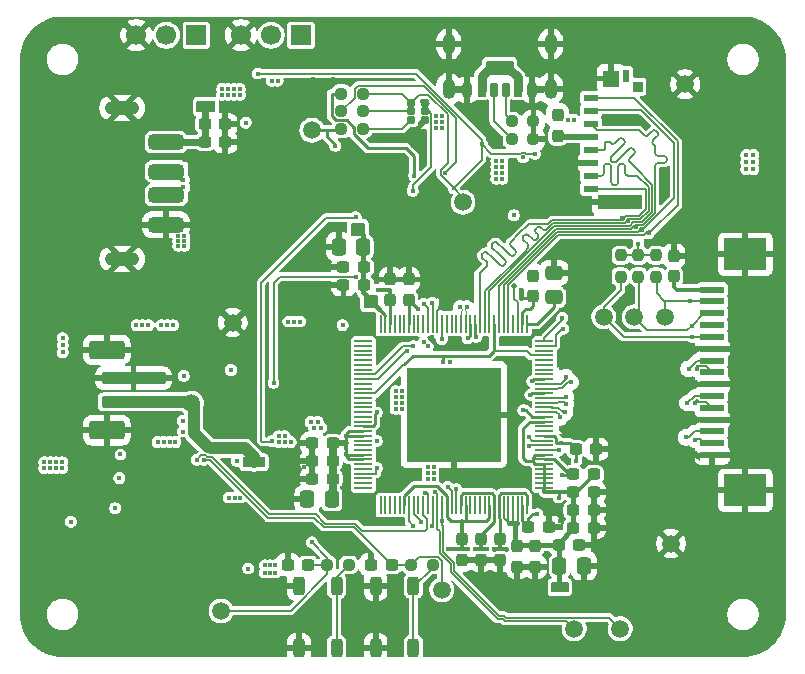
<source format=gtl>
%TF.GenerationSoftware,KiCad,Pcbnew,9.0.6*%
%TF.CreationDate,2025-11-10T09:58:35-05:00*%
%TF.ProjectId,CameraPCB,43616d65-7261-4504-9342-2e6b69636164,rev?*%
%TF.SameCoordinates,Original*%
%TF.FileFunction,Copper,L1,Top*%
%TF.FilePolarity,Positive*%
%FSLAX46Y46*%
G04 Gerber Fmt 4.6, Leading zero omitted, Abs format (unit mm)*
G04 Created by KiCad (PCBNEW 9.0.6) date 2025-11-10 09:58:35*
%MOMM*%
%LPD*%
G01*
G04 APERTURE LIST*
G04 Aperture macros list*
%AMRoundRect*
0 Rectangle with rounded corners*
0 $1 Rounding radius*
0 $2 $3 $4 $5 $6 $7 $8 $9 X,Y pos of 4 corners*
0 Add a 4 corners polygon primitive as box body*
4,1,4,$2,$3,$4,$5,$6,$7,$8,$9,$2,$3,0*
0 Add four circle primitives for the rounded corners*
1,1,$1+$1,$2,$3*
1,1,$1+$1,$4,$5*
1,1,$1+$1,$6,$7*
1,1,$1+$1,$8,$9*
0 Add four rect primitives between the rounded corners*
20,1,$1+$1,$2,$3,$4,$5,0*
20,1,$1+$1,$4,$5,$6,$7,0*
20,1,$1+$1,$6,$7,$8,$9,0*
20,1,$1+$1,$8,$9,$2,$3,0*%
G04 Aperture macros list end*
%TA.AperFunction,Conductor*%
%ADD10C,0.200000*%
%TD*%
%TA.AperFunction,SMDPad,CuDef*%
%ADD11RoundRect,0.237500X-0.300000X-0.237500X0.300000X-0.237500X0.300000X0.237500X-0.300000X0.237500X0*%
%TD*%
%TA.AperFunction,SMDPad,CuDef*%
%ADD12RoundRect,0.237500X-0.250000X-0.237500X0.250000X-0.237500X0.250000X0.237500X-0.250000X0.237500X0*%
%TD*%
%TA.AperFunction,SMDPad,CuDef*%
%ADD13RoundRect,0.237500X0.300000X0.237500X-0.300000X0.237500X-0.300000X-0.237500X0.300000X-0.237500X0*%
%TD*%
%TA.AperFunction,SMDPad,CuDef*%
%ADD14C,1.500000*%
%TD*%
%TA.AperFunction,SMDPad,CuDef*%
%ADD15RoundRect,0.237500X-0.237500X0.250000X-0.237500X-0.250000X0.237500X-0.250000X0.237500X0.250000X0*%
%TD*%
%TA.AperFunction,SMDPad,CuDef*%
%ADD16RoundRect,0.237500X0.237500X-0.300000X0.237500X0.300000X-0.237500X0.300000X-0.237500X-0.300000X0*%
%TD*%
%TA.AperFunction,SMDPad,CuDef*%
%ADD17RoundRect,0.325000X-1.175000X0.325000X-1.175000X-0.325000X1.175000X-0.325000X1.175000X0.325000X0*%
%TD*%
%TA.AperFunction,HeatsinkPad*%
%ADD18O,2.900000X1.200000*%
%TD*%
%TA.AperFunction,SMDPad,CuDef*%
%ADD19RoundRect,0.250000X0.250000X-0.525000X0.250000X0.525000X-0.250000X0.525000X-0.250000X-0.525000X0*%
%TD*%
%TA.AperFunction,SMDPad,CuDef*%
%ADD20RoundRect,0.250000X2.500000X-0.250000X2.500000X0.250000X-2.500000X0.250000X-2.500000X-0.250000X0*%
%TD*%
%TA.AperFunction,SMDPad,CuDef*%
%ADD21RoundRect,0.250000X1.250000X-0.550000X1.250000X0.550000X-1.250000X0.550000X-1.250000X-0.550000X0*%
%TD*%
%TA.AperFunction,ComponentPad*%
%ADD22R,1.700000X1.700000*%
%TD*%
%TA.AperFunction,ComponentPad*%
%ADD23C,1.700000*%
%TD*%
%TA.AperFunction,SMDPad,CuDef*%
%ADD24RoundRect,0.237500X0.250000X0.237500X-0.250000X0.237500X-0.250000X-0.237500X0.250000X-0.237500X0*%
%TD*%
%TA.AperFunction,SMDPad,CuDef*%
%ADD25RoundRect,0.250000X-0.475000X0.337500X-0.475000X-0.337500X0.475000X-0.337500X0.475000X0.337500X0*%
%TD*%
%TA.AperFunction,SMDPad,CuDef*%
%ADD26RoundRect,0.237500X-0.237500X0.300000X-0.237500X-0.300000X0.237500X-0.300000X0.237500X0.300000X0*%
%TD*%
%TA.AperFunction,SMDPad,CuDef*%
%ADD27R,2.000000X0.610000*%
%TD*%
%TA.AperFunction,SMDPad,CuDef*%
%ADD28R,3.600000X2.680000*%
%TD*%
%TA.AperFunction,SMDPad,CuDef*%
%ADD29RoundRect,0.250000X0.337500X0.475000X-0.337500X0.475000X-0.337500X-0.475000X0.337500X-0.475000X0*%
%TD*%
%TA.AperFunction,SMDPad,CuDef*%
%ADD30RoundRect,0.250000X-0.337500X-0.475000X0.337500X-0.475000X0.337500X0.475000X-0.337500X0.475000X0*%
%TD*%
%TA.AperFunction,SMDPad,CuDef*%
%ADD31RoundRect,0.175000X0.175000X0.425000X-0.175000X0.425000X-0.175000X-0.425000X0.175000X-0.425000X0*%
%TD*%
%TA.AperFunction,SMDPad,CuDef*%
%ADD32RoundRect,0.190000X-0.190000X-0.410000X0.190000X-0.410000X0.190000X0.410000X-0.190000X0.410000X0*%
%TD*%
%TA.AperFunction,SMDPad,CuDef*%
%ADD33RoundRect,0.200000X-0.200000X-0.400000X0.200000X-0.400000X0.200000X0.400000X-0.200000X0.400000X0*%
%TD*%
%TA.AperFunction,SMDPad,CuDef*%
%ADD34RoundRect,0.175000X-0.175000X-0.425000X0.175000X-0.425000X0.175000X0.425000X-0.175000X0.425000X0*%
%TD*%
%TA.AperFunction,SMDPad,CuDef*%
%ADD35RoundRect,0.190000X0.190000X0.410000X-0.190000X0.410000X-0.190000X-0.410000X0.190000X-0.410000X0*%
%TD*%
%TA.AperFunction,SMDPad,CuDef*%
%ADD36RoundRect,0.200000X0.200000X0.400000X-0.200000X0.400000X-0.200000X-0.400000X0.200000X-0.400000X0*%
%TD*%
%TA.AperFunction,HeatsinkPad*%
%ADD37O,1.100000X1.700000*%
%TD*%
%TA.AperFunction,SMDPad,CuDef*%
%ADD38RoundRect,0.020000X0.280000X0.280000X-0.280000X0.280000X-0.280000X-0.280000X0.280000X-0.280000X0*%
%TD*%
%TA.AperFunction,SMDPad,CuDef*%
%ADD39RoundRect,0.020000X0.280000X0.255000X-0.280000X0.255000X-0.280000X-0.255000X0.280000X-0.255000X0*%
%TD*%
%TA.AperFunction,SMDPad,CuDef*%
%ADD40R,1.250000X0.600000*%
%TD*%
%TA.AperFunction,SMDPad,CuDef*%
%ADD41R,0.850000X0.950000*%
%TD*%
%TA.AperFunction,SMDPad,CuDef*%
%ADD42R,0.600000X1.000000*%
%TD*%
%TA.AperFunction,SMDPad,CuDef*%
%ADD43R,3.790000X1.200000*%
%TD*%
%TA.AperFunction,SMDPad,CuDef*%
%ADD44R,1.400000X1.450000*%
%TD*%
%TA.AperFunction,SMDPad,CuDef*%
%ADD45RoundRect,0.062500X-0.675000X-0.062500X0.675000X-0.062500X0.675000X0.062500X-0.675000X0.062500X0*%
%TD*%
%TA.AperFunction,SMDPad,CuDef*%
%ADD46RoundRect,0.062500X-0.062500X-0.675000X0.062500X-0.675000X0.062500X0.675000X-0.062500X0.675000X0*%
%TD*%
%TA.AperFunction,SMDPad,CuDef*%
%ADD47R,8.000000X8.000000*%
%TD*%
%TA.AperFunction,ViaPad*%
%ADD48C,0.406400*%
%TD*%
%TA.AperFunction,ViaPad*%
%ADD49C,0.500000*%
%TD*%
%TA.AperFunction,Conductor*%
%ADD50C,0.127000*%
%TD*%
%TA.AperFunction,Conductor*%
%ADD51C,0.250000*%
%TD*%
%TA.AperFunction,Conductor*%
%ADD52C,0.152400*%
%TD*%
%TA.AperFunction,Conductor*%
%ADD53C,0.300000*%
%TD*%
%TA.AperFunction,Conductor*%
%ADD54C,0.400000*%
%TD*%
%TA.AperFunction,Conductor*%
%ADD55C,1.000000*%
%TD*%
%TA.AperFunction,Conductor*%
%ADD56C,0.508000*%
%TD*%
%TA.AperFunction,Conductor*%
%ADD57C,0.150000*%
%TD*%
%TA.AperFunction,Conductor*%
%ADD58C,0.635000*%
%TD*%
%TA.AperFunction,Conductor*%
%ADD59C,0.135382*%
%TD*%
%TA.AperFunction,Conductor*%
%ADD60C,0.762000*%
%TD*%
%TA.AperFunction,Conductor*%
%ADD61C,0.106426*%
%TD*%
%TA.AperFunction,Conductor*%
%ADD62C,0.600000*%
%TD*%
G04 APERTURE END LIST*
%TO.N,+5V*%
D10*
X130400000Y-71600000D02*
X131800000Y-71600000D01*
X131800000Y-72400000D01*
X130400000Y-72400000D01*
X130400000Y-71600000D01*
%TA.AperFunction,Conductor*%
G36*
X130400000Y-71600000D02*
G01*
X131800000Y-71600000D01*
X131800000Y-72400000D01*
X130400000Y-72400000D01*
X130400000Y-71600000D01*
G37*
%TD.AperFunction*%
%TO.N,VBAT*%
X134350000Y-101750000D02*
X136050000Y-101750000D01*
X136050000Y-102450000D01*
X134350000Y-102450000D01*
X134350000Y-101750000D01*
%TA.AperFunction,Conductor*%
G36*
X134350000Y-101750000D02*
G01*
X136050000Y-101750000D01*
X136050000Y-102450000D01*
X134350000Y-102450000D01*
X134350000Y-101750000D01*
G37*
%TD.AperFunction*%
%TO.N,VCC-DRAM*%
X160450000Y-112350000D02*
X161750000Y-112350000D01*
X161750000Y-113050000D01*
X160450000Y-113050000D01*
X160450000Y-112350000D01*
%TA.AperFunction,Conductor*%
G36*
X160450000Y-112350000D02*
G01*
X161750000Y-112350000D01*
X161750000Y-113050000D01*
X160450000Y-113050000D01*
X160450000Y-112350000D01*
G37*
%TD.AperFunction*%
%TO.N,HPVCC*%
X143500000Y-81900000D02*
X144500000Y-81900000D01*
X144500000Y-82900000D01*
X143500000Y-82900000D01*
X143500000Y-81900000D01*
%TA.AperFunction,Conductor*%
G36*
X143500000Y-81900000D02*
G01*
X144500000Y-81900000D01*
X144500000Y-82900000D01*
X143500000Y-82900000D01*
X143500000Y-81900000D01*
G37*
%TD.AperFunction*%
X144600000Y-88000000D02*
X145600000Y-88000000D01*
X145600000Y-89000000D01*
X144600000Y-89000000D01*
X144600000Y-88000000D01*
%TA.AperFunction,Conductor*%
G36*
X144600000Y-88000000D02*
G01*
X145600000Y-88000000D01*
X145600000Y-89000000D01*
X144600000Y-89000000D01*
X144600000Y-88000000D01*
G37*
%TD.AperFunction*%
%TO.N,VBUS*%
X154900000Y-68200000D02*
X157100000Y-68200000D01*
X157100000Y-69200000D01*
X154900000Y-69200000D01*
X154900000Y-68200000D01*
%TA.AperFunction,Conductor*%
G36*
X154900000Y-68200000D02*
G01*
X157100000Y-68200000D01*
X157100000Y-69200000D01*
X154900000Y-69200000D01*
X154900000Y-68200000D01*
G37*
%TD.AperFunction*%
%TD*%
D11*
%TO.P,C29,1*%
%TO.N,GND*%
X140137500Y-100500000D03*
%TO.P,C29,2*%
%TO.N,VDD-CPU*%
X141862500Y-100500000D03*
%TD*%
D12*
%TO.P,R17,1*%
%TO.N,Net-(J6-CC1)*%
X157037500Y-73250000D03*
%TO.P,R17,2*%
%TO.N,GND*%
X158862500Y-73250000D03*
%TD*%
%TO.P,R16,1*%
%TO.N,Net-(J6-CC2)*%
X157037500Y-74750000D03*
%TO.P,R16,2*%
%TO.N,GND*%
X158862500Y-74750000D03*
%TD*%
D13*
%TO.P,C11,1*%
%TO.N,GND*%
X163962500Y-106150000D03*
%TO.P,C11,2*%
%TO.N,VCC-DRAM*%
X162237500Y-106150000D03*
%TD*%
D14*
%TO.P,TP9,1,1*%
%TO.N,PGOOD*%
X152900000Y-80100000D03*
%TD*%
D15*
%TO.P,R12,1*%
%TO.N,HPVCC*%
X167750000Y-84587500D03*
%TO.P,R12,2*%
%TO.N,CSI_SCK*%
X167750000Y-86412500D03*
%TD*%
D16*
%TO.P,C23,1*%
%TO.N,GND*%
X156000000Y-110362500D03*
%TO.P,C23,2*%
%TO.N,VDD-CPU*%
X156000000Y-108637500D03*
%TD*%
D14*
%TO.P,TP30,1,1*%
%TO.N,GND*%
X170500000Y-109000000D03*
%TD*%
D11*
%TO.P,C26,1*%
%TO.N,GND*%
X140137500Y-103500000D03*
%TO.P,C26,2*%
%TO.N,VDD-CPU*%
X141862500Y-103500000D03*
%TD*%
D13*
%TO.P,C10,1*%
%TO.N,GND*%
X163962500Y-104650000D03*
%TO.P,C10,2*%
%TO.N,VCC-DRAM*%
X162237500Y-104650000D03*
%TD*%
D17*
%TO.P,J2,1,VBUS*%
%TO.N,+5V*%
X127750000Y-75000000D03*
%TO.P,J2,2,D-*%
%TO.N,USB_N*%
X127750000Y-77500000D03*
%TO.P,J2,3,D+*%
%TO.N,USB_P*%
X127750000Y-79500000D03*
%TO.P,J2,4,GND*%
%TO.N,GND*%
X127750000Y-82000000D03*
D18*
%TO.P,J2,5,Shield*%
X124050000Y-72100000D03*
X124050000Y-84900000D03*
%TD*%
D19*
%TO.P,SW2,1,1*%
%TO.N,GND*%
X139000000Y-117825000D03*
X139000000Y-112575000D03*
%TO.P,SW2,2,2*%
%TO.N,Net-(R21-Pad1)*%
X142200000Y-117825000D03*
X142200000Y-112575000D03*
%TD*%
D14*
%TO.P,TP13,1,1*%
%TO.N,Net-(U1-N_OE)*%
X132400000Y-114700000D03*
%TD*%
D16*
%TO.P,C34,1*%
%TO.N,HPVCC*%
X160900000Y-74462500D03*
%TO.P,C34,2*%
%TO.N,GND*%
X160900000Y-72737500D03*
%TD*%
D14*
%TO.P,TP25,1,1*%
%TO.N,CSI_SCK*%
X167400000Y-89800000D03*
%TD*%
D20*
%TO.P,BT1,1,+*%
%TO.N,VBAT*%
X125000000Y-97000000D03*
%TO.P,BT1,2,-*%
%TO.N,GND*%
X125000000Y-95000000D03*
D21*
%TO.P,BT1,MP*%
X122750000Y-99400000D03*
X122750000Y-92600000D03*
%TD*%
D11*
%TO.P,C27,1*%
%TO.N,GND*%
X140137500Y-102000000D03*
%TO.P,C27,2*%
%TO.N,VDD-CPU*%
X141862500Y-102000000D03*
%TD*%
D12*
%TO.P,R19,1*%
%TO.N,HPVCC*%
X142587500Y-70900000D03*
%TO.P,R19,2*%
%TO.N,PGOOD*%
X144412500Y-70900000D03*
%TD*%
D22*
%TO.P,J5,1,Pin_1*%
%TO.N,UART2_RX*%
X130315000Y-65950800D03*
D23*
%TO.P,J5,2,Pin_2*%
%TO.N,UART2_TX*%
X127775000Y-65950800D03*
%TO.P,J5,3,Pin_3*%
%TO.N,GND*%
X125235000Y-65950800D03*
%TD*%
D14*
%TO.P,TP1,1,1*%
%TO.N,VBAT*%
X129900000Y-97100000D03*
%TD*%
D24*
%TO.P,R20,1*%
%TO.N,Net-(R20-Pad1)*%
X150312500Y-110800000D03*
%TO.P,R20,2*%
%TO.N,Net-(U1-PWRON)*%
X148487500Y-110800000D03*
%TD*%
D11*
%TO.P,C46,1*%
%TO.N,+5V*%
X131037500Y-75000000D03*
%TO.P,C46,2*%
%TO.N,GND*%
X132762500Y-75000000D03*
%TD*%
D12*
%TO.P,R28,1*%
%TO.N,VBUS*%
X142587500Y-72400000D03*
%TO.P,R28,2*%
%TO.N,Net-(D1-GA)*%
X144412500Y-72400000D03*
%TD*%
D25*
%TO.P,C37,1*%
%TO.N,GND*%
X160600000Y-86062500D03*
%TO.P,C37,2*%
%TO.N,RTC-VIO*%
X160600000Y-88137500D03*
%TD*%
D16*
%TO.P,C33,1*%
%TO.N,GND*%
X154400000Y-110362500D03*
%TO.P,C33,2*%
%TO.N,HPVCC*%
X154400000Y-108637500D03*
%TD*%
D13*
%TO.P,C76,1*%
%TO.N,GND*%
X162712500Y-109150000D03*
%TO.P,C76,2*%
%TO.N,VCC-DRAM*%
X160987500Y-109150000D03*
%TD*%
D14*
%TO.P,TP17,1,1*%
%TO.N,TWI0_SCK*%
X162300000Y-116200000D03*
%TD*%
D13*
%TO.P,C60,1*%
%TO.N,Net-(U1-N_OE)*%
X139800000Y-110800000D03*
%TO.P,C60,2*%
%TO.N,GND*%
X138075000Y-110800000D03*
%TD*%
D26*
%TO.P,C18,1*%
%TO.N,GND*%
X148300000Y-86637500D03*
%TO.P,C18,2*%
%TO.N,HPVCC*%
X148300000Y-88362500D03*
%TD*%
D13*
%TO.P,C59,1*%
%TO.N,Net-(U1-PWRON)*%
X146862500Y-110800000D03*
%TO.P,C59,2*%
%TO.N,GND*%
X145137500Y-110800000D03*
%TD*%
D15*
%TO.P,R31,1*%
%TO.N,HPVCC*%
X166250000Y-84587500D03*
%TO.P,R31,2*%
%TO.N,CAM_EN0*%
X166250000Y-86412500D03*
%TD*%
D27*
%TO.P,J1,1,GND*%
%TO.N,GND*%
X174000000Y-101500000D03*
%TO.P,J1,2,CSI_D0N*%
%TO.N,MCSI_D0_N*%
X174000000Y-100500000D03*
%TO.P,J1,3,CSI_D0P*%
%TO.N,MCSI_D0_P*%
X174000000Y-99500000D03*
%TO.P,J1,4,GND*%
%TO.N,GND*%
X174000000Y-98500000D03*
%TO.P,J1,5,CSI_D1N*%
%TO.N,MCSI_D1_N*%
X174000000Y-97500000D03*
%TO.P,J1,6,CSI_D1P*%
%TO.N,MCSI_D1_P*%
X174000000Y-96500000D03*
%TO.P,J1,7,GND*%
%TO.N,GND*%
X174000000Y-95500000D03*
%TO.P,J1,8,CSI_CLKN*%
%TO.N,MCSI_CK_N*%
X174000000Y-94500000D03*
%TO.P,J1,9,CSI_CLKP*%
%TO.N,MCSI_CK_P*%
X174000000Y-93500000D03*
%TO.P,J1,10,GND*%
%TO.N,GND*%
X174000000Y-92500000D03*
%TO.P,J1,11,CAM_EN0*%
%TO.N,CAM_EN0*%
X174000000Y-91500000D03*
%TO.P,J1,12,CAM_EN1*%
%TO.N,unconnected-(J1-CAM_EN1-Pad12)*%
X174000000Y-90500000D03*
%TO.P,J1,13,CAM_SCL*%
%TO.N,CSI_SCK*%
X174000000Y-89500000D03*
%TO.P,J1,14,CAM_SDA*%
%TO.N,CSI_SDA*%
X174000000Y-88500000D03*
%TO.P,J1,15,CAM_3V3*%
%TO.N,HPVCC*%
X174000000Y-87500000D03*
D28*
%TO.P,J1,MP*%
%TO.N,GND*%
X176800000Y-104490000D03*
X176800000Y-84510000D03*
%TD*%
D16*
%TO.P,C75,1*%
%TO.N,GND*%
X157500000Y-110962500D03*
%TO.P,C75,2*%
%TO.N,VCC-DRAM*%
X157500000Y-109237500D03*
%TD*%
D14*
%TO.P,TP11,1,1*%
%TO.N,STATUS_LED*%
X140100000Y-74000000D03*
%TD*%
D16*
%TO.P,C4,1*%
%TO.N,HPVCC*%
X170750000Y-86362500D03*
%TO.P,C4,2*%
%TO.N,GND*%
X170750000Y-84637500D03*
%TD*%
D29*
%TO.P,C7,1*%
%TO.N,GND*%
X163137500Y-110900000D03*
%TO.P,C7,2*%
%TO.N,VCC-DRAM*%
X161062500Y-110900000D03*
%TD*%
D12*
%TO.P,R29,1*%
%TO.N,STATUS_LED*%
X142587500Y-73900000D03*
%TO.P,R29,2*%
%TO.N,Net-(D1-RA)*%
X144412500Y-73900000D03*
%TD*%
D14*
%TO.P,TP26,1,1*%
%TO.N,CSI_SDA*%
X170000000Y-89800000D03*
%TD*%
D11*
%TO.P,C32,1*%
%TO.N,GND*%
X142775000Y-87100000D03*
%TO.P,C32,2*%
%TO.N,HPVCC*%
X144500000Y-87100000D03*
%TD*%
D30*
%TO.P,C25,1*%
%TO.N,GND*%
X139712500Y-105250000D03*
%TO.P,C25,2*%
%TO.N,VDD-CPU*%
X141787500Y-105250000D03*
%TD*%
D15*
%TO.P,R13,1*%
%TO.N,HPVCC*%
X169250000Y-84587500D03*
%TO.P,R13,2*%
%TO.N,CSI_SDA*%
X169250000Y-86412500D03*
%TD*%
D26*
%TO.P,C16,1*%
%TO.N,GND*%
X158800000Y-86337500D03*
%TO.P,C16,2*%
%TO.N,VCC-RTC*%
X158800000Y-88062500D03*
%TD*%
D31*
%TO.P,J6,A5,CC1*%
%TO.N,Net-(J6-CC1)*%
X156500000Y-70580000D03*
D32*
%TO.P,J6,A9,VBUS*%
%TO.N,VBUS*%
X154480000Y-70580000D03*
D33*
%TO.P,J6,A12,GND*%
%TO.N,GND*%
X153250000Y-70580000D03*
D34*
%TO.P,J6,B5,CC2*%
%TO.N,Net-(J6-CC2)*%
X155500000Y-70580000D03*
D35*
%TO.P,J6,B9,VBUS*%
%TO.N,VBUS*%
X157520000Y-70580000D03*
D36*
%TO.P,J6,B12,GND*%
%TO.N,GND*%
X158750000Y-70580000D03*
D37*
%TO.P,J6,S1,SHIELD*%
X160320000Y-70500000D03*
X160320000Y-66700000D03*
X151680000Y-70500000D03*
X151680000Y-66700000D03*
%TD*%
D24*
%TO.P,R21,1*%
%TO.N,Net-(R21-Pad1)*%
X143212500Y-110800000D03*
%TO.P,R21,2*%
%TO.N,Net-(U1-N_OE)*%
X141387500Y-110800000D03*
%TD*%
D16*
%TO.P,C8,1*%
%TO.N,GND*%
X159000000Y-110962500D03*
%TO.P,C8,2*%
%TO.N,VCC-DRAM*%
X159000000Y-109237500D03*
%TD*%
D11*
%TO.P,C47,1*%
%TO.N,+5V*%
X131037500Y-73500000D03*
%TO.P,C47,2*%
%TO.N,GND*%
X132762500Y-73500000D03*
%TD*%
D30*
%TO.P,C30,1*%
%TO.N,GND*%
X142362500Y-83870800D03*
%TO.P,C30,2*%
%TO.N,HPVCC*%
X144437500Y-83870800D03*
%TD*%
D11*
%TO.P,C12,1*%
%TO.N,SVREF*%
X162237500Y-103150000D03*
%TO.P,C12,2*%
%TO.N,VCC-DRAM*%
X163962500Y-103150000D03*
%TD*%
D38*
%TO.P,D1,1,RK*%
%TO.N,GND*%
X149700000Y-73125000D03*
D39*
%TO.P,D1,2,GK*%
%TO.N,CHGLED*%
X149700000Y-72400000D03*
D38*
%TO.P,D1,3,BK*%
%TO.N,GND*%
X149700000Y-71675000D03*
%TO.P,D1,4,BA*%
%TO.N,PGOOD*%
X148500000Y-71675000D03*
D39*
%TO.P,D1,5,GA*%
%TO.N,Net-(D1-GA)*%
X148500000Y-72400000D03*
D38*
%TO.P,D1,6,RA*%
%TO.N,Net-(D1-RA)*%
X148500000Y-73125000D03*
%TD*%
D14*
%TO.P,TP27,1,1*%
%TO.N,CAM_EN0*%
X164800000Y-89800000D03*
%TD*%
D26*
%TO.P,C22,1*%
%TO.N,GND*%
X146750000Y-86637500D03*
%TO.P,C22,2*%
%TO.N,VDD-CPU*%
X146750000Y-88362500D03*
%TD*%
D14*
%TO.P,TP12,1,1*%
%TO.N,Net-(U1-PWRON)*%
X151100000Y-112900000D03*
%TD*%
%TO.P,TP18,1,1*%
%TO.N,TWI0_SDA*%
X166200000Y-116200000D03*
%TD*%
D11*
%TO.P,C31,1*%
%TO.N,GND*%
X142775000Y-85600000D03*
%TO.P,C31,2*%
%TO.N,HPVCC*%
X144500000Y-85600000D03*
%TD*%
D13*
%TO.P,C9,1*%
%TO.N,GND*%
X163962500Y-107650000D03*
%TO.P,C9,2*%
%TO.N,VCC-DRAM*%
X162237500Y-107650000D03*
%TD*%
%TO.P,C17,1*%
%TO.N,GND*%
X164162500Y-101000000D03*
%TO.P,C17,2*%
%TO.N,AVCC*%
X162437500Y-101000000D03*
%TD*%
D14*
%TO.P,TP29,1,1*%
%TO.N,GND*%
X171700000Y-70100000D03*
%TD*%
D13*
%TO.P,C13,1*%
%TO.N,GND*%
X160162500Y-107600000D03*
%TO.P,C13,2*%
%TO.N,SVREF*%
X158437500Y-107600000D03*
%TD*%
D16*
%TO.P,C28,1*%
%TO.N,GND*%
X152800000Y-110362500D03*
%TO.P,C28,2*%
%TO.N,VDD-CPU*%
X152800000Y-108637500D03*
%TD*%
D40*
%TO.P,J3,1,DAT2*%
%TO.N,SDC0_D2*%
X163725000Y-71250000D03*
%TO.P,J3,2,DAT3/CS*%
%TO.N,SDC0_D3*%
X163725000Y-72350000D03*
%TO.P,J3,3,CMD/MOSI*%
%TO.N,SDC0_CMD*%
X163725000Y-73450000D03*
%TO.P,J3,4,VDD*%
%TO.N,HPVCC*%
X163725000Y-74550000D03*
%TO.P,J3,5,CLK*%
%TO.N,SDC0_CLK*%
X163725000Y-75650000D03*
%TO.P,J3,6,GND*%
%TO.N,GND*%
X163725000Y-76750000D03*
%TO.P,J3,7,DAT0/MISO*%
%TO.N,SDC0_D0*%
X163725000Y-77850000D03*
%TO.P,J3,8,DAT1*%
%TO.N,SDC0_D1*%
X163725000Y-78950000D03*
D41*
%TO.P,J3,DET_1*%
%TO.N,unconnected-(J3-PadDET_1)*%
X167675000Y-70325000D03*
D42*
%TO.P,J3,DET_2*%
%TO.N,unconnected-(J3-PadDET_2)*%
X166700000Y-69400000D03*
D43*
%TO.P,J3,S1*%
%TO.N,GND*%
X166205000Y-80100000D03*
D44*
%TO.P,J3,S2*%
X165450000Y-69625000D03*
%TD*%
D45*
%TO.P,U2,1,PG4*%
%TO.N,unconnected-(U2-PG4-Pad1)*%
X144462500Y-91875000D03*
%TO.P,U2,2,PG3*%
%TO.N,unconnected-(U2-PG3-Pad2)*%
X144462500Y-92275000D03*
%TO.P,U2,3,PG2*%
%TO.N,unconnected-(U2-PG2-Pad3)*%
X144462500Y-92675000D03*
%TO.P,U2,4,PG1*%
%TO.N,unconnected-(U2-PG1-Pad4)*%
X144462500Y-93075000D03*
%TO.P,U2,5,PG0*%
%TO.N,unconnected-(U2-PG0-Pad5)*%
X144462500Y-93475000D03*
%TO.P,U2,6,PE24*%
%TO.N,unconnected-(U2-PE24-Pad6)*%
X144462500Y-93875000D03*
%TO.P,U2,7,PE23*%
%TO.N,unconnected-(U2-PE23-Pad7)*%
X144462500Y-94275000D03*
%TO.P,U2,8,PE22*%
%TO.N,CSI_SDA*%
X144462500Y-94675000D03*
%TO.P,U2,9,PE21*%
%TO.N,CSI_SCK*%
X144462500Y-95075000D03*
%TO.P,U2,10,PE20*%
%TO.N,unconnected-(U2-PE20-Pad10)*%
X144462500Y-95475000D03*
%TO.P,U2,11,PE19*%
%TO.N,unconnected-(U2-PE19-Pad11)*%
X144462500Y-95875000D03*
%TO.P,U2,12,VCC-PE0*%
%TO.N,HPVCC*%
X144462500Y-96275000D03*
%TO.P,U2,13,PE18*%
%TO.N,unconnected-(U2-PE18-Pad13)*%
X144462500Y-96675000D03*
%TO.P,U2,14,PE17*%
%TO.N,unconnected-(U2-PE17-Pad14)*%
X144462500Y-97075000D03*
%TO.P,U2,15,PE16*%
%TO.N,unconnected-(U2-PE16-Pad15)*%
X144462500Y-97475000D03*
%TO.P,U2,16,PE15*%
%TO.N,unconnected-(U2-PE15-Pad16)*%
X144462500Y-97875000D03*
%TO.P,U2,17,PE14*%
%TO.N,unconnected-(U2-PE14-Pad17)*%
X144462500Y-98275000D03*
%TO.P,U2,18,PE13*%
%TO.N,unconnected-(U2-PE13-Pad18)*%
X144462500Y-98675000D03*
%TO.P,U2,19,VDD-SYS3*%
%TO.N,VDD-CPU*%
X144462500Y-99075000D03*
%TO.P,U2,20,VDD-CPU3*%
X144462500Y-99475000D03*
%TO.P,U2,21,VDD-CPU2*%
X144462500Y-99875000D03*
%TO.P,U2,22,PE12*%
%TO.N,unconnected-(U2-PE12-Pad22)*%
X144462500Y-100275000D03*
%TO.P,U2,23,PE11*%
%TO.N,unconnected-(U2-PE11-Pad23)*%
X144462500Y-100675000D03*
%TO.P,U2,24,PE10*%
%TO.N,unconnected-(U2-PE10-Pad24)*%
X144462500Y-101075000D03*
%TO.P,U2,25,VDD-CPU1*%
%TO.N,VDD-CPU*%
X144462500Y-101475000D03*
%TO.P,U2,26,VDD-CPU0*%
X144462500Y-101875000D03*
%TO.P,U2,27,PE9*%
%TO.N,unconnected-(U2-PE9-Pad27)*%
X144462500Y-102275000D03*
%TO.P,U2,28,PE8*%
%TO.N,unconnected-(U2-PE8-Pad28)*%
X144462500Y-102675000D03*
%TO.P,U2,29,VCC-PE1*%
%TO.N,HPVCC*%
X144462500Y-103075000D03*
%TO.P,U2,30,PE7*%
%TO.N,unconnected-(U2-PE7-Pad30)*%
X144462500Y-103475000D03*
%TO.P,U2,31,PE6*%
%TO.N,unconnected-(U2-PE6-Pad31)*%
X144462500Y-103875000D03*
%TO.P,U2,32,PE5*%
%TO.N,unconnected-(U2-PE5-Pad32)*%
X144462500Y-104275000D03*
D46*
%TO.P,U2,33,PE4*%
%TO.N,unconnected-(U2-PE4-Pad33)*%
X145925000Y-105737500D03*
%TO.P,U2,34,PE3*%
%TO.N,unconnected-(U2-PE3-Pad34)*%
X146325000Y-105737500D03*
%TO.P,U2,35,PE2*%
%TO.N,unconnected-(U2-PE2-Pad35)*%
X146725000Y-105737500D03*
%TO.P,U2,36,PE1*%
%TO.N,unconnected-(U2-PE1-Pad36)*%
X147125000Y-105737500D03*
%TO.P,U2,37,PE0*%
%TO.N,unconnected-(U2-PE0-Pad37)*%
X147525000Y-105737500D03*
%TO.P,U2,38,VDD-CPU4*%
%TO.N,VDD-CPU*%
X147925000Y-105737500D03*
%TO.P,U2,39,UART2_TX*%
%TO.N,UART2_TX*%
X148325000Y-105737500D03*
%TO.P,U2,40,UART2_RX*%
%TO.N,UART2_RX*%
X148725000Y-105737500D03*
%TO.P,U2,41,PB2*%
%TO.N,unconnected-(U2-PB2-Pad41)*%
X149125000Y-105737500D03*
%TO.P,U2,42,PB3*%
%TO.N,IRQ*%
X149525000Y-105737500D03*
%TO.P,U2,43,PB4*%
%TO.N,STATUS_LED*%
X149925000Y-105737500D03*
%TO.P,U2,44,PB5*%
%TO.N,CAM_EN0*%
X150325000Y-105737500D03*
%TO.P,U2,45,TWI0_SCK*%
%TO.N,TWI0_SCK*%
X150725000Y-105737500D03*
%TO.P,U2,46,TWI0_SDA*%
%TO.N,TWI0_SDA*%
X151125000Y-105737500D03*
%TO.P,U2,47,VDD-CPU5*%
%TO.N,VDD-CPU*%
X151525000Y-105737500D03*
%TO.P,U2,48,UART0_TX*%
%TO.N,UART0_TX*%
X151925000Y-105737500D03*
%TO.P,U2,49,UART0_RX*%
%TO.N,UART0_RX*%
X152325000Y-105737500D03*
%TO.P,U2,50,VCC-IO3*%
%TO.N,HPVCC*%
X152725000Y-105737500D03*
%TO.P,U2,51,VDD-CPU6*%
%TO.N,VDD-CPU*%
X153125000Y-105737500D03*
%TO.P,U2,52,PC0*%
%TO.N,unconnected-(U2-PC0-Pad52)*%
X153525000Y-105737500D03*
%TO.P,U2,53,PC1*%
%TO.N,unconnected-(U2-PC1-Pad53)*%
X153925000Y-105737500D03*
%TO.P,U2,54,PC2*%
%TO.N,unconnected-(U2-PC2-Pad54)*%
X154325000Y-105737500D03*
%TO.P,U2,55,PC3*%
%TO.N,unconnected-(U2-PC3-Pad55)*%
X154725000Y-105737500D03*
%TO.P,U2,56,VDD-CPU7*%
%TO.N,VDD-CPU*%
X155125000Y-105737500D03*
%TO.P,U2,57,VCC-IO2*%
%TO.N,HPVCC*%
X155525000Y-105737500D03*
%TO.P,U2,58,VDD-SYS4*%
%TO.N,VDD-CPU*%
X155925000Y-105737500D03*
%TO.P,U2,59,VCC-DRAM8*%
%TO.N,VCC-DRAM*%
X156325000Y-105737500D03*
%TO.P,U2,60,VCC-DRAM9*%
X156725000Y-105737500D03*
%TO.P,U2,61,VCC-DRAM10*%
X157125000Y-105737500D03*
%TO.P,U2,62,VCC-DRAM11*%
X157525000Y-105737500D03*
%TO.P,U2,63,SVREF1*%
%TO.N,SVREF*%
X157925000Y-105737500D03*
%TO.P,U2,64,VDD-SYS5*%
%TO.N,VDD-CPU*%
X158325000Y-105737500D03*
D45*
%TO.P,U2,65,VCC-DRAM0*%
%TO.N,VCC-DRAM*%
X159787500Y-104275000D03*
%TO.P,U2,66,VCC-DRAM1*%
X159787500Y-103875000D03*
%TO.P,U2,67,VCC-DRAM2*%
X159787500Y-103475000D03*
%TO.P,U2,68,VCC_DRAM3*%
X159787500Y-103075000D03*
%TO.P,U2,69,VCC-DRAM4*%
X159787500Y-102675000D03*
%TO.P,U2,70,VCC-DRAM5*%
X159787500Y-102275000D03*
%TO.P,U2,71,SVREF0*%
%TO.N,SVREF*%
X159787500Y-101875000D03*
%TO.P,U2,72,VCC-DRAM6*%
%TO.N,VCC-DRAM*%
X159787500Y-101475000D03*
%TO.P,U2,73,SZQ*%
%TO.N,SZQ*%
X159787500Y-101075000D03*
%TO.P,U2,74,X24MOUT*%
%TO.N,X24MOUT*%
X159787500Y-100675000D03*
%TO.P,U2,75,X24MIN*%
%TO.N,X24MIN*%
X159787500Y-100275000D03*
%TO.P,U2,76,VCC-PLL*%
%TO.N,AVCC*%
X159787500Y-99875000D03*
%TO.P,U2,77,EPHY-LINK-I*%
%TO.N,unconnected-(U2-EPHY-LINK-I-Pad77)*%
X159787500Y-99475000D03*
%TO.P,U2,78,EPHY-SPD-LF*%
%TO.N,unconnected-(U2-EPHY-SPD-LF-Pad78)*%
X159787500Y-99075000D03*
%TO.P,U2,79,VCC-DRAM7*%
%TO.N,VCC-DRAM*%
X159787500Y-98675000D03*
%TO.P,U2,80,VDD-SYS0*%
%TO.N,VDD-CPU*%
X159787500Y-98275000D03*
%TO.P,U2,81,MCSI-D0P*%
%TO.N,MCSI_D0_P*%
X159787500Y-97875000D03*
%TO.P,U2,82,MCSI-D0N*%
%TO.N,MCSI_D0_N*%
X159787500Y-97475000D03*
%TO.P,U2,83,MCSI-D1P*%
%TO.N,MCSI_D1_P*%
X159787500Y-97075000D03*
%TO.P,U2,84,MCSI-D1N*%
%TO.N,MCSI_D1_N*%
X159787500Y-96675000D03*
%TO.P,U2,85,VCC-MCSI*%
%TO.N,HPVCC*%
X159787500Y-96275000D03*
%TO.P,U2,86,MCSI-CKP*%
%TO.N,MCSI_CK_P*%
X159787500Y-95875000D03*
%TO.P,U2,87,MCSI-CKN*%
%TO.N,MCSI_CK_N*%
X159787500Y-95475000D03*
%TO.P,U2,88,EPHY-VDD*%
%TO.N,VDD-CPU*%
X159787500Y-95075000D03*
%TO.P,U2,89,EPHY-RXN*%
%TO.N,unconnected-(U2-EPHY-RXN-Pad89)*%
X159787500Y-94675000D03*
%TO.P,U2,90,EPHY-RXP*%
%TO.N,unconnected-(U2-EPHY-RXP-Pad90)*%
X159787500Y-94275000D03*
%TO.P,U2,91,EPHY-TXN*%
%TO.N,unconnected-(U2-EPHY-TXN-Pad91)*%
X159787500Y-93875000D03*
%TO.P,U2,92,EPHY-TXP*%
%TO.N,unconnected-(U2-EPHY-TXP-Pad92)*%
X159787500Y-93475000D03*
%TO.P,U2,93,EPHY-VCC*%
%TO.N,HPVCC*%
X159787500Y-93075000D03*
%TO.P,U2,94,EPHY-RTX*%
%TO.N,unconnected-(U2-EPHY-RTX-Pad94)*%
X159787500Y-92675000D03*
%TO.P,U2,95,X32KOUT*%
%TO.N,X32KOUT*%
X159787500Y-92275000D03*
%TO.P,U2,96,X32KIN*%
%TO.N,X32KIN*%
X159787500Y-91875000D03*
D46*
%TO.P,U2,97,RTC-VIO*%
%TO.N,RTC-VIO*%
X158325000Y-90412500D03*
%TO.P,U2,98,VCC-RTC*%
%TO.N,VCC-RTC*%
X157925000Y-90412500D03*
%TO.P,U2,99,RESET*%
%TO.N,RESET*%
X157525000Y-90412500D03*
%TO.P,U2,100,PF6*%
%TO.N,unconnected-(U2-PF6-Pad100)*%
X157125000Y-90412500D03*
%TO.P,U2,101,SDC0_D2*%
%TO.N,SDC0_D2*%
X156725000Y-90412500D03*
%TO.P,U2,102,SDC0_D3*%
%TO.N,SDC0_D3*%
X156325000Y-90412500D03*
%TO.P,U2,103,SDC0_CMD*%
%TO.N,SDC0_CMD*%
X155925000Y-90412500D03*
%TO.P,U2,104,VCC-IO0*%
%TO.N,HPVCC*%
X155525000Y-90412500D03*
%TO.P,U2,105,SDC0_CLK*%
%TO.N,SDC0_CLK*%
X155125000Y-90412500D03*
%TO.P,U2,106,SDC0_D0*%
%TO.N,SDC0_D0*%
X154725000Y-90412500D03*
%TO.P,U2,107,SDC0_D1*%
%TO.N,SDC0_D1*%
X154325000Y-90412500D03*
%TO.P,U2,108,VDD-SYS1*%
%TO.N,VDD-CPU*%
X153925000Y-90412500D03*
%TO.P,U2,109,VCC-USB*%
%TO.N,HPVCC*%
X153525000Y-90412500D03*
%TO.P,U2,110,USB-DM*%
%TO.N,USB_N*%
X153125000Y-90412500D03*
%TO.P,U2,111,USB-DP*%
%TO.N,USB_P*%
X152725000Y-90412500D03*
%TO.P,U2,112,LARDC0*%
%TO.N,unconnected-(U2-LARDC0-Pad112)*%
X152325000Y-90412500D03*
%TO.P,U2,113,MICIN1P*%
%TO.N,unconnected-(U2-MICIN1P-Pad113)*%
X151925000Y-90412500D03*
%TO.P,U2,114,MICIN1N*%
%TO.N,unconnected-(U2-MICIN1N-Pad114)*%
X151525000Y-90412500D03*
%TO.P,U2,115,AVCC*%
%TO.N,AVCC*%
X151125000Y-90412500D03*
%TO.P,U2,116,AGND*%
%TO.N,GND*%
X150725000Y-90412500D03*
%TO.P,U2,117,VRA1*%
%TO.N,VRA1*%
X150325000Y-90412500D03*
%TO.P,U2,118,VRA2*%
%TO.N,VRA2*%
X149925000Y-90412500D03*
%TO.P,U2,119,HBIAS*%
%TO.N,unconnected-(U2-HBIAS-Pad119)*%
X149525000Y-90412500D03*
%TO.P,U2,120,HPOUTR*%
%TO.N,unconnected-(U2-HPOUTR-Pad120)*%
X149125000Y-90412500D03*
%TO.P,U2,121,HPOUTL*%
%TO.N,unconnected-(U2-HPOUTL-Pad121)*%
X148725000Y-90412500D03*
%TO.P,U2,122,HPVCCIN*%
%TO.N,HPVCC*%
X148325000Y-90412500D03*
%TO.P,U2,123,HPVCCBP*%
%TO.N,unconnected-(U2-HPVCCBP-Pad123)*%
X147925000Y-90412500D03*
%TO.P,U2,124,HPCOMBP*%
%TO.N,unconnected-(U2-HPCOMBP-Pad124)*%
X147525000Y-90412500D03*
%TO.P,U2,125,HPCOM*%
%TO.N,unconnected-(U2-HPCOM-Pad125)*%
X147125000Y-90412500D03*
%TO.P,U2,126,VDD-SYS2*%
%TO.N,VDD-CPU*%
X146725000Y-90412500D03*
%TO.P,U2,127,VCC-IO1*%
%TO.N,HPVCC*%
X146325000Y-90412500D03*
%TO.P,U2,128,PG5*%
%TO.N,unconnected-(U2-PG5-Pad128)*%
X145925000Y-90412500D03*
D47*
%TO.P,U2,129,EGND*%
%TO.N,GND*%
X152125000Y-98075000D03*
%TD*%
D19*
%TO.P,SW1,1,1*%
%TO.N,GND*%
X145500000Y-117825000D03*
X145500000Y-112575000D03*
%TO.P,SW1,2,2*%
%TO.N,Net-(R20-Pad1)*%
X148700000Y-117825000D03*
X148700000Y-112575000D03*
%TD*%
D14*
%TO.P,TP28,1,1*%
%TO.N,GND*%
X133400000Y-90300000D03*
%TD*%
D22*
%TO.P,J4,1,Pin_1*%
%TO.N,UART0_RX*%
X139180000Y-65950800D03*
D23*
%TO.P,J4,2,Pin_2*%
%TO.N,UART0_TX*%
X136640000Y-65950800D03*
%TO.P,J4,3,Pin_3*%
%TO.N,GND*%
X134100000Y-65950800D03*
%TD*%
D48*
%TO.N,SDC0_CMD*%
X167533823Y-82209400D03*
%TO.N,SDC0_D1*%
X166327427Y-81460989D03*
%TO.N,X32KIN*%
X161300000Y-89900000D03*
%TO.N,X32KOUT*%
X161400000Y-90800000D03*
%TO.N,SDC0_D2*%
X168600000Y-82736431D03*
%TO.N,SDC0_D3*%
X168067009Y-82476214D03*
%TO.N,SDC0_D0*%
X166883306Y-81699294D03*
%TO.N,SVREF*%
X161300000Y-103200000D03*
X159200000Y-106500000D03*
%TO.N,GND*%
X149000000Y-99200000D03*
X167300000Y-101300000D03*
X154200000Y-95400000D03*
X160362500Y-84300000D03*
X132250000Y-96500000D03*
X153200000Y-99400000D03*
X141133476Y-76350000D03*
X132950000Y-106100000D03*
X149000000Y-98000000D03*
X163500000Y-95500000D03*
X133000000Y-97250000D03*
X160600000Y-86062500D03*
X128050000Y-94037500D03*
X157262500Y-98500000D03*
X157250000Y-100100000D03*
X139000000Y-112575000D03*
X171700000Y-70100000D03*
X149300000Y-86000000D03*
X153100000Y-66700000D03*
X140137500Y-102000000D03*
X166100000Y-90000000D03*
X139000000Y-117825000D03*
X167730415Y-79746404D03*
X150300000Y-66700000D03*
X153800000Y-100000000D03*
X153800000Y-99400000D03*
X145500000Y-112575000D03*
X160300000Y-68600000D03*
X134400000Y-88900000D03*
X134500000Y-97250000D03*
X119700000Y-111200000D03*
X133600000Y-106100000D03*
X151900000Y-94700000D03*
X120555000Y-103450000D03*
X132250000Y-98000000D03*
X169730415Y-79746404D03*
X148400000Y-99800000D03*
X132250000Y-97250000D03*
X178200000Y-95400000D03*
X133750000Y-99500000D03*
X140100000Y-85300000D03*
X140200000Y-69646800D03*
X125100000Y-83300000D03*
X147100000Y-99000000D03*
X141900000Y-69700000D03*
X174000000Y-95500000D03*
X147900000Y-66400000D03*
X133750000Y-98000000D03*
X143133476Y-76350000D03*
X157480415Y-79746404D03*
X127600000Y-82200000D03*
X161080415Y-76996404D03*
X139000000Y-108000000D03*
X170750001Y-84690287D03*
X156000000Y-110362500D03*
X153500000Y-94700000D03*
X136500000Y-74000000D03*
X170000000Y-97700000D03*
X174000000Y-92500000D03*
X136200000Y-84900000D03*
X142362500Y-83900000D03*
X149000000Y-98600000D03*
X157500000Y-110962500D03*
X127000000Y-82200000D03*
X162100000Y-80500000D03*
X133750000Y-97250000D03*
X161880415Y-77496404D03*
X136500000Y-74600000D03*
X132500000Y-76100000D03*
X145300000Y-114900000D03*
X127750000Y-101437500D03*
X138000000Y-108000000D03*
X156200000Y-117700000D03*
X126000000Y-95000000D03*
X158862500Y-73250000D03*
X151900000Y-98000000D03*
X125200000Y-73900000D03*
X127000000Y-81700000D03*
X131500000Y-98000000D03*
X134500000Y-98750000D03*
X176800000Y-84510000D03*
X133000000Y-96500000D03*
X172200000Y-116200000D03*
X122500000Y-95000000D03*
X158862500Y-74750000D03*
X138075000Y-110800000D03*
X174000000Y-98500000D03*
X125000000Y-95000000D03*
X131500000Y-96500000D03*
X163137500Y-110900000D03*
X131500000Y-98750000D03*
X152400000Y-102900000D03*
X155500000Y-96300000D03*
X158500000Y-66700000D03*
X140100000Y-84200000D03*
X139450000Y-102500000D03*
X159000000Y-110962500D03*
X126825000Y-111312500D03*
X133300000Y-76100000D03*
X143591300Y-106191300D03*
X131500000Y-99500000D03*
X149700000Y-71675000D03*
X123800000Y-89500000D03*
X124500000Y-95000000D03*
X123700000Y-113800000D03*
X165730415Y-79746404D03*
X122750000Y-92600000D03*
X155500000Y-96900000D03*
X163962500Y-104650000D03*
X153250000Y-70580000D03*
X120780000Y-105650000D03*
X122900000Y-73900000D03*
X149000000Y-99800000D03*
X161087698Y-107046356D03*
X137200000Y-73400000D03*
X155500000Y-101400000D03*
X148400000Y-98600000D03*
X162200000Y-66700000D03*
X161880415Y-76496404D03*
X127600000Y-81700000D03*
X159000000Y-105700000D03*
X153200000Y-98800000D03*
X136550000Y-109050000D03*
X151200000Y-97200000D03*
X133000000Y-98750000D03*
X153500000Y-95400000D03*
X145133476Y-76350000D03*
X161080415Y-78496404D03*
X163962500Y-107650000D03*
X117300000Y-107500000D03*
X147100000Y-102900000D03*
X125100000Y-86700000D03*
X158000000Y-93800000D03*
X171730415Y-73671404D03*
X134500000Y-98000000D03*
X133000000Y-98000000D03*
X145500000Y-117825000D03*
X177600000Y-71900000D03*
X134500000Y-99500000D03*
X152000000Y-96500000D03*
X122750000Y-99400000D03*
X161080415Y-77996404D03*
X155500000Y-97300000D03*
X118350000Y-94862500D03*
X136500000Y-73400000D03*
X134887500Y-83500000D03*
X123200000Y-86700000D03*
X132224641Y-99499999D03*
X125800000Y-89500000D03*
X128200000Y-82200000D03*
X175200000Y-109600000D03*
X151100000Y-98700000D03*
X148800000Y-94700000D03*
X161400000Y-101800000D03*
X170500000Y-109000000D03*
X131500000Y-97250000D03*
X162900000Y-97700000D03*
X125500000Y-95000000D03*
X161880415Y-77996404D03*
X123200000Y-83300000D03*
X137200000Y-74000000D03*
X120525000Y-101412500D03*
X152387500Y-101250000D03*
X135112500Y-92900000D03*
X158800000Y-86337500D03*
X162712500Y-109150000D03*
X140137500Y-103500000D03*
X166480415Y-73296404D03*
X154900000Y-91800000D03*
X150300000Y-91500000D03*
X123500000Y-95000000D03*
X125200000Y-70300000D03*
X161080415Y-76496404D03*
X170300000Y-114500000D03*
X166312500Y-88250000D03*
X127900000Y-89500000D03*
X138800000Y-102300000D03*
X133000000Y-99500000D03*
X144200000Y-109600000D03*
X122900000Y-70300000D03*
X133750000Y-96500000D03*
X161880415Y-78496404D03*
X137000000Y-108000000D03*
X166312500Y-92500000D03*
X154400000Y-110362500D03*
X176800000Y-104490000D03*
X163962500Y-106150000D03*
X178000000Y-80300000D03*
X132250000Y-98750000D03*
X151800000Y-99400000D03*
X155537500Y-103000000D03*
X152800000Y-110362500D03*
X116700000Y-78300000D03*
X128800000Y-107600000D03*
X161080415Y-77496404D03*
X148653276Y-75300000D03*
D49*
X160900000Y-72737500D03*
D48*
X123000000Y-95000000D03*
X128200000Y-81700000D03*
X161880415Y-76996404D03*
X149000000Y-97400000D03*
X153800000Y-100600000D03*
X171000000Y-95500000D03*
X171730415Y-79746404D03*
X153800000Y-98200000D03*
X152900000Y-96900000D03*
X153600000Y-102800000D03*
X150300000Y-94700000D03*
X153800000Y-98800000D03*
X122300000Y-78300000D03*
X137200000Y-74600000D03*
X130400000Y-88000000D03*
X147133476Y-76350000D03*
X174000000Y-101500000D03*
X134500000Y-96500000D03*
X164842915Y-73208904D03*
X148400000Y-99200000D03*
X133750000Y-98750000D03*
X147800000Y-85200000D03*
X140287500Y-97000000D03*
X133700000Y-107550000D03*
X124000000Y-95000000D03*
X160162500Y-107600000D03*
X130100000Y-117100000D03*
X158750000Y-70580000D03*
%TO.N,VCC-DRAM*%
X129300000Y-83000000D03*
X160600000Y-112400000D03*
X160600000Y-112900000D03*
X161000000Y-105100000D03*
X128800000Y-83800000D03*
X129300000Y-83400000D03*
X161100000Y-112900000D03*
X161600000Y-112400000D03*
X161600000Y-112900000D03*
X129300000Y-83800000D03*
X128800000Y-83000000D03*
X161100000Y-112400000D03*
X128800000Y-83400000D03*
%TO.N,VBAT*%
X155725000Y-77625000D03*
X134700000Y-111112500D03*
X137000000Y-110850000D03*
X133500000Y-71000000D03*
X134000000Y-71000000D03*
X136100000Y-110850000D03*
X155725000Y-77125000D03*
X135950000Y-101850000D03*
X136550000Y-110850000D03*
X133000000Y-71000000D03*
X136550000Y-111450000D03*
X156225000Y-77625000D03*
X133500000Y-70500000D03*
X156225000Y-78125000D03*
X132500000Y-70500000D03*
X134950000Y-101850000D03*
X155725000Y-78125000D03*
X136100000Y-111450000D03*
X134450000Y-102350000D03*
X135450000Y-101850000D03*
X134000000Y-70500000D03*
X155725000Y-76625000D03*
X135450000Y-102350000D03*
X137000000Y-111450000D03*
X134950000Y-102350000D03*
X156225000Y-77125000D03*
X132500000Y-71000000D03*
X135950000Y-102350000D03*
X156225000Y-76625000D03*
X134450000Y-101850000D03*
X133000000Y-70500000D03*
%TO.N,HPVCC*%
X151100000Y-72800000D03*
X151100000Y-73800000D03*
X171000000Y-86100000D03*
X150600000Y-73800000D03*
X145600000Y-102600000D03*
X149100000Y-89100000D03*
X170500000Y-86600000D03*
X125750000Y-90500000D03*
X144800000Y-88200000D03*
X150600000Y-72800000D03*
X151100000Y-73300000D03*
X170500000Y-86100000D03*
X158600000Y-96400000D03*
X153900000Y-109500000D03*
X144300000Y-82100000D03*
X149550000Y-91950000D03*
X145400000Y-88200000D03*
D49*
X160900000Y-74462500D03*
D48*
X125250000Y-90500000D03*
X145400000Y-88800000D03*
X154900000Y-109500000D03*
X167750000Y-83600000D03*
X126250000Y-90500000D03*
X151200000Y-93600000D03*
X144800000Y-88800000D03*
X148750000Y-77850000D03*
X144300000Y-82700000D03*
X149900000Y-92300000D03*
X143700000Y-82700000D03*
X143700000Y-82100000D03*
X153300000Y-91600000D03*
X151800000Y-93600000D03*
X171000000Y-86600000D03*
X150600000Y-73300000D03*
%TO.N,VDD-CPU*%
X147200000Y-96600000D03*
X158750000Y-95250000D03*
X141500000Y-104800000D03*
X147700000Y-96600000D03*
X141500000Y-105700000D03*
X150400000Y-103500000D03*
X154000000Y-91500000D03*
X149900000Y-102500000D03*
X142100000Y-105700000D03*
X143000000Y-99875000D03*
X118442500Y-102100000D03*
X150400000Y-103000000D03*
X153278320Y-109497000D03*
X118948529Y-102097843D03*
X117442500Y-102100000D03*
X141500000Y-105250000D03*
X145606300Y-97900000D03*
X155500000Y-109500000D03*
X117442500Y-102600000D03*
X150400000Y-102500000D03*
X156500000Y-109500000D03*
X145700000Y-87500000D03*
X151600000Y-109500000D03*
X147700000Y-97100000D03*
X147700000Y-97600000D03*
X117942500Y-102100000D03*
X149900000Y-103500000D03*
X143000000Y-100900000D03*
X158000000Y-97700000D03*
X118942500Y-102600000D03*
X152100000Y-109500000D03*
X117942500Y-102600000D03*
X147700000Y-96100000D03*
X147200000Y-96100000D03*
X143000000Y-101400000D03*
X142100000Y-104800000D03*
X142100000Y-105250000D03*
X147200000Y-97600000D03*
X147200000Y-97100000D03*
X118442500Y-102600000D03*
X146200000Y-87500000D03*
X149900000Y-103000000D03*
X143000000Y-100400000D03*
%TO.N,VCC-RTC*%
X145600000Y-100300000D03*
X157200000Y-81200000D03*
X157800000Y-87500000D03*
X157800000Y-88200000D03*
%TO.N,AVCC*%
X119000000Y-91600000D03*
X162440626Y-101003126D03*
X119000000Y-92200000D03*
X151100000Y-91700000D03*
X119000000Y-92800000D03*
X161200000Y-100500000D03*
X162500000Y-102000000D03*
%TO.N,VIPS*%
X128350000Y-90500000D03*
X139100000Y-90200000D03*
X134050000Y-105100000D03*
X128550000Y-100400000D03*
X127350000Y-90500000D03*
X133550000Y-105100000D03*
X138100000Y-90200000D03*
X133050000Y-105100000D03*
X128050000Y-100400000D03*
X127550000Y-100400000D03*
X138300000Y-100400000D03*
X162300000Y-73100000D03*
X127050000Y-100400000D03*
X137200000Y-69800000D03*
X137800000Y-100400000D03*
X137300000Y-99900000D03*
X138600000Y-90200000D03*
X136700000Y-69800000D03*
X127850000Y-90500000D03*
X137300000Y-100400000D03*
X161800000Y-73100000D03*
X119692500Y-107150000D03*
X137800000Y-99900000D03*
%TO.N,MCSI_D1_N*%
X172500000Y-97100000D03*
X161600000Y-96570200D03*
%TO.N,VBUS*%
X156900000Y-68400000D03*
X151400000Y-77600000D03*
X156300000Y-68400000D03*
X140600000Y-98700000D03*
X155700000Y-68400000D03*
X156900000Y-69000000D03*
X155100000Y-69000000D03*
X155100000Y-68400000D03*
X140000000Y-98700000D03*
X140900000Y-99200000D03*
X140300000Y-99200000D03*
X155700000Y-69000000D03*
X156300000Y-69000000D03*
%TO.N,MCSI_D0_N*%
X161515526Y-97884474D03*
X172533403Y-100200000D03*
%TO.N,MCSI_D0_P*%
X161084474Y-98315526D03*
X171765559Y-99994859D03*
%TO.N,Net-(U1-PWRON)*%
X130950000Y-101900000D03*
%TO.N,Net-(U1-N_OE)*%
X129162500Y-99512500D03*
X140100000Y-108900000D03*
%TO.N,Net-(U1-LD04)*%
X123892500Y-101450000D03*
X129250000Y-94800000D03*
%TO.N,Net-(U1-LDO3)*%
X123792500Y-103450000D03*
X133750000Y-102000000D03*
%TO.N,VRA2*%
X149600000Y-88700000D03*
%TO.N,VRA1*%
X150300000Y-88600000D03*
%TO.N,PGOOD*%
X152100000Y-78900000D03*
X136850000Y-95400000D03*
X154500000Y-75200000D03*
X143800700Y-86400000D03*
X158980415Y-75996404D03*
X135500000Y-69200000D03*
%TO.N,CHGLED*%
X143800700Y-81369800D03*
X136700000Y-100330200D03*
X148637041Y-79137041D03*
%TO.N,CAM_EN0*%
X150300000Y-107500000D03*
X172300000Y-91500000D03*
%TO.N,CSI_SCK*%
X172244500Y-90544500D03*
X148128388Y-92730200D03*
%TO.N,SZQ*%
X161000000Y-101100000D03*
%TO.N,UART0_TX*%
X151600000Y-104200000D03*
%TO.N,UART0_RX*%
X152325000Y-104400000D03*
%TO.N,UART2_RX*%
X149300000Y-107209073D03*
%TO.N,UART2_TX*%
X148700000Y-107500000D03*
%TO.N,X24MOUT*%
X158500000Y-100750000D03*
%TO.N,MCSI_CK_P*%
X172000000Y-94200000D03*
X162015526Y-95315526D03*
%TO.N,MCSI_CK_N*%
X172700000Y-94200000D03*
X161584474Y-94884474D03*
%TO.N,MCSI_D1_P*%
X161600000Y-97179800D03*
X171900000Y-97100000D03*
%TO.N,USB_P*%
X129178504Y-78805561D03*
X152620200Y-89000000D03*
%TO.N,X24MIN*%
X158500000Y-100000000D03*
%TO.N,Net-(U1-N_VBUSEN)*%
X123442500Y-106000000D03*
X129150000Y-98600000D03*
%TO.N,STATUS_LED*%
X149688600Y-104682462D03*
X142084900Y-75330200D03*
%TO.N,USB_N*%
X129149337Y-78190623D03*
X153229800Y-89000000D03*
D49*
%TO.N,RESET*%
X157250000Y-87200000D03*
D48*
%TO.N,CSI_SDA*%
X172100000Y-88500000D03*
X148700000Y-92300000D03*
%TO.N,PWREN*%
X157980415Y-76296404D03*
X142700000Y-90500000D03*
X133250000Y-94300000D03*
X134500000Y-73364577D03*
%TO.N,+5V*%
X176880415Y-77296404D03*
X177480415Y-77296404D03*
X177480415Y-76696404D03*
X131700000Y-71700000D03*
X177480415Y-76096404D03*
X176880415Y-76708904D03*
X130500000Y-72300000D03*
X130500000Y-71700000D03*
X131100000Y-71700000D03*
X131100000Y-72300000D03*
X131700000Y-72300000D03*
X176880415Y-76096404D03*
%TO.N,TWI0_SCK*%
X150500000Y-104600000D03*
%TO.N,IRQ*%
X130350000Y-101900000D03*
%TO.N,TWI0_SDA*%
X151154284Y-107054283D03*
%TD*%
D50*
%TO.N,SDC0_CMD*%
X163725000Y-73450000D02*
X164275000Y-74000000D01*
X167800000Y-74000000D02*
X168228136Y-74428136D01*
X169164997Y-81016875D02*
X168116873Y-82064999D01*
X169155000Y-75401165D02*
X169155000Y-75938914D01*
X169076664Y-75276664D02*
X169155000Y-75355000D01*
X169359506Y-74484705D02*
X168991809Y-74852399D01*
X170155000Y-76418914D02*
X170155000Y-76538914D01*
X168116873Y-82064999D02*
X167435001Y-82064999D01*
X160737424Y-82364689D02*
X155925000Y-87177113D01*
X169155000Y-75355000D02*
X169155000Y-75401165D01*
X169155000Y-77138914D02*
X169155000Y-77405504D01*
X167135311Y-82364689D02*
X160737424Y-82364689D01*
X169164999Y-78633127D02*
X169164997Y-81016875D01*
X169155000Y-77405504D02*
X169155000Y-78623128D01*
X169274654Y-74060441D02*
X169359506Y-74145293D01*
X169155000Y-77018914D02*
X169155000Y-77138914D01*
X169395000Y-76178914D02*
X169915000Y-76178914D01*
X168567548Y-74428137D02*
X168935242Y-74060440D01*
X169155000Y-78623128D02*
X169164999Y-78633127D01*
X164275000Y-74000000D02*
X167800000Y-74000000D01*
X167435001Y-82064999D02*
X167135311Y-82364689D01*
X168991810Y-75191811D02*
X169076664Y-75276664D01*
X169915000Y-76778914D02*
X169395000Y-76778914D01*
X155925000Y-87177113D02*
X155925000Y-90412500D01*
X169395000Y-76778914D02*
G75*
G03*
X169155014Y-77018914I0J-239986D01*
G01*
X168935242Y-74060440D02*
G75*
G02*
X169274607Y-74060488I169658J-169760D01*
G01*
X168991809Y-74852399D02*
G75*
G03*
X168991814Y-75191806I169691J-169701D01*
G01*
X168228136Y-74428136D02*
G75*
G03*
X168567506Y-74428095I169664J169736D01*
G01*
X169915000Y-76178914D02*
G75*
G02*
X170154986Y-76418914I0J-239986D01*
G01*
X169155000Y-75938914D02*
G75*
G03*
X169395000Y-76178900I240000J14D01*
G01*
X170155000Y-76538914D02*
G75*
G02*
X169915000Y-76778900I-240000J14D01*
G01*
X169359506Y-74145293D02*
G75*
G02*
X169359507Y-74484706I-169706J-169707D01*
G01*
%TO.N,SDC0_D1*%
X155927749Y-84472251D02*
X155390348Y-83934850D01*
X155814613Y-83510587D02*
X156352015Y-84047989D01*
X156352013Y-84047987D02*
X156521718Y-84217692D01*
X168400000Y-78950000D02*
X163725000Y-78950000D01*
X154909515Y-85151074D02*
X154541820Y-84783379D01*
X155503487Y-84896518D02*
X155503485Y-84896515D01*
X167800000Y-81300000D02*
X166700000Y-81300000D01*
X166400000Y-81600000D02*
X166700000Y-81300000D01*
X157030835Y-83369164D02*
X157581966Y-82818034D01*
X157581966Y-82818034D02*
X158500000Y-81900000D01*
X154541819Y-84443969D02*
X154626673Y-84359116D01*
X155927747Y-84472249D02*
X155927749Y-84472251D01*
X157228825Y-84585388D02*
X157313677Y-84500535D01*
X156465149Y-85009651D02*
X155927747Y-84472249D01*
X156521718Y-84217692D02*
X156889414Y-84585388D01*
X165600000Y-81600000D02*
X166400000Y-81600000D01*
X154325000Y-90412500D02*
X154325000Y-86075000D01*
X157313677Y-84161123D02*
X156945981Y-83793427D01*
X156380297Y-85433916D02*
X156465149Y-85349063D01*
X155503485Y-84896515D02*
X156040886Y-85433916D01*
X156945981Y-83454016D02*
X157030835Y-83369164D01*
X154966085Y-84359116D02*
X155333781Y-84726812D01*
X168400000Y-80700000D02*
X168400000Y-78950000D01*
X155333781Y-84726812D02*
X155503487Y-84896518D01*
X156352015Y-84047989D02*
X156352013Y-84047987D01*
X160120239Y-81900000D02*
X160420552Y-81599689D01*
X167800000Y-81300000D02*
X168400000Y-80700000D01*
X165599689Y-81599689D02*
X165600000Y-81600000D01*
X155390349Y-83595438D02*
X155475201Y-83510587D01*
X158500000Y-81900000D02*
X160120239Y-81900000D01*
X154325000Y-86075000D02*
X154909514Y-85490486D01*
X160420552Y-81599689D02*
X165599689Y-81599689D01*
X156945981Y-83793427D02*
G75*
G02*
X156945959Y-83453995I169719J169727D01*
G01*
X154541820Y-84783379D02*
G75*
G02*
X154541845Y-84443996I169680J169679D01*
G01*
X155475201Y-83510587D02*
G75*
G02*
X155814613Y-83510587I169706J-169701D01*
G01*
X157313677Y-84500535D02*
G75*
G03*
X157313706Y-84161094I-169677J169735D01*
G01*
X156040886Y-85433916D02*
G75*
G03*
X156380297Y-85433917I169706J169707D01*
G01*
X154626673Y-84359116D02*
G75*
G02*
X154966085Y-84359116I169706J-169708D01*
G01*
X154909514Y-85490486D02*
G75*
G03*
X154909495Y-85151095I-169714J169686D01*
G01*
X155390348Y-83934850D02*
G75*
G02*
X155390304Y-83595394I169752J169750D01*
G01*
X156465149Y-85349063D02*
G75*
G03*
X156465106Y-85009694I-169749J169663D01*
G01*
X156889414Y-84585388D02*
G75*
G03*
X157228825Y-84585389I169706J169707D01*
G01*
%TO.N,X32KIN*%
X159787500Y-91875000D02*
X159787500Y-91612500D01*
X159787500Y-91612500D02*
X161300000Y-90100000D01*
X161300000Y-90100000D02*
X161300000Y-89900000D01*
%TO.N,X32KOUT*%
X160725000Y-92275000D02*
X160750000Y-92250000D01*
X160750000Y-92250000D02*
X160750000Y-91350000D01*
X160750000Y-91350000D02*
X161300000Y-90800000D01*
X159787500Y-92275000D02*
X160725000Y-92275000D01*
X161300000Y-90800000D02*
X161400000Y-90800000D01*
%TO.N,SDC0_D2*%
X171055000Y-74955000D02*
X167350000Y-71250000D01*
X171055000Y-80345000D02*
X171055000Y-74955000D01*
X168825001Y-82574999D02*
X171055000Y-80345000D01*
X156725000Y-87098361D02*
X160948673Y-82874688D01*
X166612564Y-82874689D02*
X166613563Y-82875688D01*
X167350000Y-71250000D02*
X163725000Y-71250000D01*
X168525001Y-82574999D02*
X168825001Y-82574999D01*
X168224312Y-82875688D02*
X168525001Y-82574999D01*
X160948673Y-82874688D02*
X166612564Y-82874689D01*
X166613563Y-82875688D02*
X168224312Y-82875688D01*
X156725000Y-90412500D02*
X156725000Y-87098361D01*
%TO.N,SDC0_D3*%
X167980001Y-82319999D02*
X168222497Y-82319999D01*
X168000000Y-72300000D02*
X163775000Y-72300000D01*
X166718188Y-82619689D02*
X166719187Y-82620688D01*
X163775000Y-72300000D02*
X163725000Y-72350000D01*
X166719187Y-82620688D02*
X167679312Y-82620688D01*
X156325000Y-87137737D02*
X160843049Y-82619688D01*
X168222497Y-82319999D02*
X170800000Y-79742496D01*
X170800000Y-79742496D02*
X170800000Y-75100000D01*
X156325000Y-90412500D02*
X156325000Y-87137737D01*
X160843049Y-82619688D02*
X166718188Y-82619689D01*
X170800000Y-75100000D02*
X168000000Y-72300000D01*
X167679312Y-82620688D02*
X167980001Y-82319999D01*
%TO.N,SDC0_D0*%
X158281726Y-84099138D02*
X158190263Y-84190602D01*
X168654999Y-80805625D02*
X167905625Y-81554999D01*
X159639372Y-82402081D02*
X159483808Y-82246517D01*
X166027728Y-77610000D02*
X166027728Y-77090000D01*
X167905625Y-81554999D02*
X166887766Y-81554999D01*
X154725000Y-87655865D02*
X154725000Y-90412500D01*
X165427728Y-77850000D02*
X165427728Y-78410000D01*
X166867728Y-77850000D02*
X166987728Y-77850000D01*
X158366578Y-84014284D02*
X158281726Y-84099138D01*
X166027728Y-78410000D02*
X166027728Y-77850000D01*
X166588076Y-81854689D02*
X160526176Y-81854689D01*
X157998883Y-83307178D02*
X158366578Y-83674873D01*
X168654999Y-78844375D02*
X168654999Y-80805625D01*
X166987728Y-77850000D02*
X167660624Y-77850000D01*
X165427728Y-77610000D02*
X165427728Y-77850000D01*
X159059544Y-82670781D02*
X159215107Y-82826344D01*
X158790843Y-83250610D02*
X158423147Y-82882914D01*
X167660624Y-77850000D02*
X168654999Y-78844375D01*
X158083736Y-82882914D02*
X157998883Y-82967766D01*
X159215107Y-83165755D02*
X159130255Y-83250609D01*
X166887766Y-81554999D02*
X166588076Y-81854689D01*
X163725000Y-77850000D02*
X164587728Y-77850000D01*
X165067728Y-76850000D02*
X165187728Y-76850000D01*
X166027728Y-77850000D02*
X166027728Y-77610000D01*
X160526176Y-81854689D02*
X159978784Y-82402081D01*
X165667728Y-78650000D02*
X165787728Y-78650000D01*
X159130255Y-83250609D02*
X159130255Y-83250610D01*
X165427728Y-77090000D02*
X165427728Y-77610000D01*
X158190263Y-84190602D02*
X154725000Y-87655865D01*
X166627728Y-77090000D02*
X166627728Y-77610000D01*
X166267728Y-76850000D02*
X166387728Y-76850000D01*
X159144397Y-82246517D02*
X159059544Y-82331369D01*
X164827728Y-77610000D02*
X164827728Y-77090000D01*
X159130255Y-83250610D02*
G75*
G02*
X158790843Y-83250610I-169706J169704D01*
G01*
X166027728Y-77090000D02*
G75*
G02*
X166267728Y-76850028I239972J0D01*
G01*
X166387728Y-76850000D02*
G75*
G02*
X166627700Y-77090000I-28J-240000D01*
G01*
X159215107Y-82826344D02*
G75*
G02*
X159215058Y-83165705I-169707J-169656D01*
G01*
X159059544Y-82331369D02*
G75*
G03*
X159059519Y-82670806I169656J-169731D01*
G01*
X165787728Y-78650000D02*
G75*
G03*
X166027700Y-78410000I-28J240000D01*
G01*
X165187728Y-76850000D02*
G75*
G02*
X165427700Y-77090000I-28J-240000D01*
G01*
X159978784Y-82402081D02*
G75*
G02*
X159639372Y-82402081I-169706J169704D01*
G01*
X165427728Y-78410000D02*
G75*
G03*
X165667728Y-78649972I239972J0D01*
G01*
X159483808Y-82246517D02*
G75*
G03*
X159144398Y-82246517I-169705J-169703D01*
G01*
X164587728Y-77850000D02*
G75*
G03*
X164827700Y-77610000I-28J240000D01*
G01*
X164827728Y-77090000D02*
G75*
G02*
X165067728Y-76850028I239972J0D01*
G01*
X158423147Y-82882914D02*
G75*
G03*
X158083735Y-82882913I-169706J-169703D01*
G01*
X157998883Y-82967766D02*
G75*
G03*
X157998855Y-83307206I169717J-169734D01*
G01*
X166627728Y-77610000D02*
G75*
G03*
X166867728Y-77849972I239972J0D01*
G01*
X158366578Y-83674873D02*
G75*
G02*
X158366600Y-84014306I-169678J-169727D01*
G01*
D51*
%TO.N,SVREF*%
X162187500Y-103200000D02*
X162237500Y-103150000D01*
X159200000Y-106500000D02*
X158800000Y-106500000D01*
X158437500Y-106862500D02*
X158437500Y-107600000D01*
X160575000Y-101875000D02*
X159787500Y-101875000D01*
X158437500Y-107600000D02*
X157925000Y-107087500D01*
X162237500Y-103150000D02*
X161850000Y-103150000D01*
X157925000Y-107087500D02*
X157925000Y-105737500D01*
X161850000Y-103150000D02*
X160575000Y-101875000D01*
X161300000Y-103200000D02*
X162187500Y-103200000D01*
X158800000Y-106500000D02*
X158437500Y-106862500D01*
D52*
%TO.N,GND*%
X150725000Y-89275000D02*
X151200000Y-88800000D01*
X150725000Y-90412500D02*
X150725000Y-89275000D01*
D53*
%TO.N,VCC-DRAM*%
X159787500Y-104650000D02*
X159787500Y-104275000D01*
D51*
X158250000Y-102000000D02*
X158000000Y-101750000D01*
X161000000Y-104650000D02*
X161000000Y-105100000D01*
D50*
X157525000Y-107225000D02*
X157500000Y-107250000D01*
X156725000Y-105737500D02*
X156725000Y-107225000D01*
D54*
X157500000Y-109237500D02*
X157637500Y-109100000D01*
D53*
X162237500Y-104650000D02*
X161000000Y-104650000D01*
D50*
X157125000Y-105737500D02*
X157125000Y-107125000D01*
D54*
X160937500Y-109100000D02*
X160987500Y-109150000D01*
X162237500Y-107662500D02*
X160987500Y-108912500D01*
D51*
X158797000Y-102069918D02*
X158797000Y-102000000D01*
D50*
X161100000Y-112450000D02*
X161100000Y-112700000D01*
D54*
X157637500Y-109100000D02*
X160937500Y-109100000D01*
X157300000Y-109037500D02*
X157500000Y-109237500D01*
D51*
X159002082Y-102275000D02*
X158797000Y-102069918D01*
X162237500Y-104650000D02*
X162462500Y-104650000D01*
X158797000Y-102000000D02*
X158797000Y-101680082D01*
D50*
X156750000Y-107250000D02*
X156325000Y-106825000D01*
D51*
X158797000Y-102000000D02*
X158250000Y-102000000D01*
X159787500Y-102275000D02*
X159002082Y-102275000D01*
D54*
X160987500Y-108912500D02*
X160987500Y-110625000D01*
D51*
X158797000Y-101680082D02*
X159002082Y-101475000D01*
D54*
X157500000Y-107250000D02*
X157300000Y-107250000D01*
D50*
X156725000Y-107225000D02*
X156750000Y-107250000D01*
D51*
X158575000Y-98675000D02*
X159787500Y-98675000D01*
D54*
X157500000Y-107250000D02*
X157000000Y-107250000D01*
D53*
X161000000Y-104650000D02*
X159787500Y-104650000D01*
D50*
X161100000Y-112700000D02*
X161062500Y-112662500D01*
D54*
X157300000Y-107250000D02*
X157300000Y-109037500D01*
D51*
X159787500Y-102275000D02*
X159787500Y-104275000D01*
D54*
X161062500Y-112662500D02*
X161062500Y-110700000D01*
D51*
X162462500Y-104650000D02*
X163962500Y-103150000D01*
D54*
X162237500Y-104450000D02*
X162237500Y-107662500D01*
X157000000Y-107250000D02*
X156750000Y-107250000D01*
D50*
X157125000Y-107125000D02*
X157000000Y-107250000D01*
X156325000Y-106825000D02*
X156325000Y-105737500D01*
X157525000Y-105737500D02*
X157525000Y-107225000D01*
D51*
X159002082Y-101475000D02*
X159787500Y-101475000D01*
X158000000Y-99250000D02*
X158575000Y-98675000D01*
X158000000Y-101750000D02*
X158000000Y-99250000D01*
D55*
%TO.N,VBAT*%
X134442000Y-100942000D02*
X135200000Y-101700000D01*
X131313800Y-100813800D02*
X131399920Y-100813800D01*
X125000000Y-97000000D02*
X129800000Y-97000000D01*
X130100000Y-99600000D02*
X131313800Y-100813800D01*
X129800000Y-97000000D02*
X130100000Y-97300000D01*
X131528120Y-100942000D02*
X134442000Y-100942000D01*
X130100000Y-97300000D02*
X130100000Y-99600000D01*
X131399920Y-100813800D02*
X131528120Y-100942000D01*
X135200000Y-101700000D02*
X135200000Y-102100000D01*
D10*
%TO.N,HPVCC*%
X158275000Y-92675000D02*
X155525000Y-92675000D01*
D54*
X143937500Y-82462500D02*
X144000000Y-82400000D01*
D10*
X145450000Y-96275000D02*
X147897000Y-93828000D01*
D51*
X147897000Y-93828000D02*
X148625000Y-93100000D01*
X148750000Y-76150000D02*
X148750000Y-77850000D01*
D56*
X163725000Y-74550000D02*
X160987500Y-74550000D01*
D51*
X143672000Y-73796746D02*
X143672000Y-74347254D01*
D10*
X145565074Y-102634926D02*
X145600000Y-102600000D01*
X159787500Y-93075000D02*
X158675000Y-93075000D01*
D54*
X145037500Y-88562500D02*
X145100000Y-88500000D01*
D51*
X148325000Y-90412500D02*
X148325000Y-88637500D01*
X151200000Y-93600000D02*
X151200000Y-93100000D01*
X146325000Y-89697794D02*
X146325000Y-89625000D01*
D53*
X148300000Y-88362500D02*
X148362500Y-88362500D01*
D51*
X155100000Y-93100000D02*
X151200000Y-93100000D01*
D54*
X144437500Y-83900000D02*
X144437500Y-82837500D01*
D51*
X152930082Y-104747000D02*
X152725000Y-104952082D01*
X155525000Y-106800000D02*
X155525000Y-104952082D01*
X154400000Y-108300000D02*
X154400000Y-108637500D01*
D10*
X166250000Y-84587500D02*
X169250000Y-84587500D01*
D51*
X148625000Y-93100000D02*
X150700000Y-93100000D01*
D57*
X155525000Y-105737500D02*
X155500000Y-105712500D01*
D51*
X142587500Y-70900000D02*
X141800000Y-70900000D01*
D10*
X144462500Y-96275000D02*
X145450000Y-96275000D01*
D51*
X155525000Y-106800000D02*
X155525000Y-107175000D01*
X141800000Y-70900000D02*
X141800000Y-72800000D01*
D54*
X144437500Y-87737500D02*
X145800000Y-89100000D01*
D51*
X148100000Y-75500000D02*
X148750000Y-76150000D01*
X144824746Y-75500000D02*
X148100000Y-75500000D01*
D53*
X148362500Y-88362500D02*
X149100000Y-89100000D01*
D51*
X146325000Y-89625000D02*
X145800000Y-89100000D01*
X158725000Y-96275000D02*
X158600000Y-96400000D01*
D53*
X170750000Y-87250000D02*
X171000000Y-87500000D01*
D10*
X158675000Y-93075000D02*
X158275000Y-92675000D01*
D53*
X170750000Y-86362500D02*
X170750000Y-87250000D01*
D54*
X144437500Y-83900000D02*
X144437500Y-87600000D01*
D51*
X155525000Y-105737500D02*
X155525000Y-106800000D01*
D10*
X145565074Y-103075000D02*
X145565074Y-102634926D01*
D51*
X155319918Y-104747000D02*
X152930082Y-104747000D01*
D56*
X160987500Y-74550000D02*
X160900000Y-74462500D01*
D53*
X171000000Y-87500000D02*
X174000000Y-87500000D01*
D51*
X152725000Y-104952082D02*
X152725000Y-105737500D01*
X141800000Y-72800000D02*
X142172000Y-73172000D01*
D10*
X144462500Y-103075000D02*
X145565074Y-103075000D01*
D53*
X154400000Y-109500000D02*
X154400000Y-108637500D01*
D54*
X144437500Y-87600000D02*
X144437500Y-87737500D01*
D53*
X153900000Y-109500000D02*
X154900000Y-109500000D01*
D51*
X142172000Y-73172000D02*
X143047254Y-73172000D01*
X155525000Y-92675000D02*
X155525000Y-90412500D01*
X153525000Y-91375000D02*
X153300000Y-91600000D01*
D54*
X144437500Y-82837500D02*
X144000000Y-82400000D01*
D51*
X143047254Y-73172000D02*
X143672000Y-73796746D01*
X155525000Y-104952082D02*
X155319918Y-104747000D01*
D10*
X167750000Y-83600000D02*
X167750000Y-84587500D01*
D51*
X151200000Y-93100000D02*
X150700000Y-93100000D01*
X143672000Y-74347254D02*
X144824746Y-75500000D01*
X159787500Y-96275000D02*
X158725000Y-96275000D01*
X155525000Y-107175000D02*
X154400000Y-108300000D01*
X155525000Y-92675000D02*
X155100000Y-93100000D01*
X153525000Y-90412500D02*
X153525000Y-91375000D01*
%TO.N,VDD-CPU*%
X158000000Y-97700000D02*
X158200000Y-97700000D01*
D53*
X153278320Y-109497000D02*
X152321680Y-109497000D01*
D51*
X145453000Y-98080082D02*
X145453000Y-98469918D01*
X143000000Y-100000000D02*
X143000000Y-99725000D01*
X151525000Y-106775000D02*
X151525000Y-105737500D01*
X156130082Y-104747000D02*
X158119918Y-104747000D01*
X143000000Y-100500000D02*
X143000000Y-101000000D01*
X148733282Y-104143800D02*
X147925000Y-104952082D01*
X155925000Y-106825000D02*
X156000000Y-106900000D01*
X143000000Y-101000000D02*
X143000000Y-101500000D01*
X154875000Y-107125000D02*
X153375000Y-107125000D01*
X147925000Y-104952082D02*
X147925000Y-105737500D01*
X158200000Y-97700000D02*
X158775000Y-98275000D01*
X155925000Y-105737500D02*
X155925000Y-106825000D01*
D56*
X141612500Y-100500000D02*
X143000000Y-100500000D01*
D51*
X158925000Y-95075000D02*
X158750000Y-95250000D01*
X155125000Y-105737500D02*
X155125000Y-106875000D01*
D54*
X156497000Y-109497000D02*
X156500000Y-109500000D01*
D53*
X155503000Y-109497000D02*
X156497000Y-109497000D01*
X156000000Y-109500000D02*
X156000000Y-108637500D01*
D51*
X145269918Y-99053000D02*
X144462500Y-99053000D01*
X155125000Y-106875000D02*
X154875000Y-107125000D01*
X151525000Y-104952082D02*
X150716718Y-104143800D01*
D53*
X152318680Y-109500000D02*
X151600000Y-109500000D01*
D51*
X145453000Y-98053300D02*
X145453000Y-98069918D01*
X158119918Y-104747000D02*
X158325000Y-104952082D01*
X156000000Y-106900000D02*
X156000000Y-108637500D01*
D53*
X145700000Y-87500000D02*
X146750000Y-87500000D01*
D51*
X153125000Y-105737500D02*
X153125000Y-107125000D01*
X152800000Y-107125000D02*
X151875000Y-107125000D01*
X153500000Y-107125000D02*
X152800000Y-107125000D01*
D53*
X141787500Y-100575000D02*
X141862500Y-100500000D01*
X156497000Y-109497000D02*
X156497000Y-109507608D01*
D51*
X144462500Y-99875000D02*
X143000000Y-99875000D01*
D50*
X153925000Y-91425000D02*
X154000000Y-91500000D01*
D53*
X146750000Y-87500000D02*
X146200000Y-87500000D01*
D51*
X145447918Y-98075000D02*
X145453000Y-98080082D01*
X158775000Y-98275000D02*
X159787500Y-98275000D01*
X155925000Y-105737500D02*
X155925000Y-104952082D01*
D53*
X152800000Y-107125000D02*
X152800000Y-109362500D01*
D51*
X145453000Y-98469918D02*
X145447918Y-98475000D01*
X145453000Y-98069918D02*
X145447918Y-98075000D01*
X151875000Y-107125000D02*
X151525000Y-106775000D01*
X144462500Y-101475000D02*
X143025000Y-101475000D01*
X143000000Y-100500000D02*
X143000000Y-100000000D01*
X158325000Y-104952082D02*
X158325000Y-105737500D01*
X143025000Y-101475000D02*
X143000000Y-101500000D01*
X143000000Y-101625000D02*
X143000000Y-101500000D01*
X145453000Y-98480082D02*
X145453000Y-98869918D01*
X159787500Y-95075000D02*
X158925000Y-95075000D01*
D58*
X141862500Y-100500000D02*
X141862500Y-105175000D01*
D51*
X146725000Y-88587500D02*
X146725000Y-90412500D01*
X144462500Y-101875000D02*
X143250000Y-101875000D01*
X145447918Y-98475000D02*
X145453000Y-98480082D01*
X153925000Y-90412500D02*
X153925000Y-91425000D01*
X145453000Y-98869918D02*
X145269918Y-99053000D01*
X155925000Y-104952082D02*
X156130082Y-104747000D01*
X143000000Y-99725000D02*
X143250000Y-99475000D01*
D58*
X141862500Y-105175000D02*
X141787500Y-105250000D01*
D51*
X145606300Y-97900000D02*
X145453000Y-98053300D01*
X150716718Y-104143800D02*
X148733282Y-104143800D01*
X143250000Y-101875000D02*
X143000000Y-101625000D01*
D53*
X146750000Y-87500000D02*
X146750000Y-88362500D01*
D54*
X155500000Y-109500000D02*
X155503000Y-109497000D01*
D51*
X151525000Y-105737500D02*
X151525000Y-104952082D01*
X143250000Y-99475000D02*
X144462500Y-99475000D01*
X144462500Y-99053000D02*
X144462500Y-99075000D01*
%TO.N,VCC-RTC*%
X157925000Y-89375000D02*
X157925000Y-90412500D01*
X158662500Y-88200000D02*
X158800000Y-88062500D01*
D57*
X157250000Y-81250000D02*
X157200000Y-81200000D01*
D51*
X158600000Y-89100000D02*
X158200000Y-89100000D01*
X157900000Y-88300000D02*
X157862500Y-88262500D01*
X158200000Y-89100000D02*
X157925000Y-89375000D01*
D54*
X157800000Y-88200000D02*
X157800000Y-87500000D01*
D51*
X158737500Y-88125000D02*
X158800000Y-88062500D01*
X158800000Y-88062500D02*
X158800000Y-88900000D01*
X157800000Y-88200000D02*
X158662500Y-88200000D01*
X158800000Y-88900000D02*
X158600000Y-89100000D01*
%TO.N,AVCC*%
X159809500Y-99897000D02*
X159787500Y-99875000D01*
X160778000Y-100500000D02*
X160778000Y-100080082D01*
D57*
X151125000Y-90412500D02*
X151125000Y-91675000D01*
X151125000Y-91675000D02*
X151100000Y-91700000D01*
D51*
X162437500Y-101937500D02*
X162500000Y-102000000D01*
X161200000Y-100500000D02*
X160778000Y-100500000D01*
X161937500Y-100500000D02*
X162437500Y-101000000D01*
X161200000Y-100500000D02*
X161937500Y-100500000D01*
X160594918Y-99897000D02*
X159809500Y-99897000D01*
X162440626Y-101003126D02*
X162437500Y-101006252D01*
X162437500Y-101006252D02*
X162437500Y-101937500D01*
D53*
X162437500Y-101000000D02*
X162440626Y-101003126D01*
D51*
X160778000Y-100080082D02*
X160594918Y-99897000D01*
D59*
%TO.N,MCSI_D1_N*%
X174000000Y-97500000D02*
X173500691Y-97000691D01*
X172804309Y-97000691D02*
X172804309Y-96838583D01*
X173500691Y-97000691D02*
X172804309Y-97000691D01*
X160924460Y-96705709D02*
X161464491Y-96705709D01*
X160893751Y-96675000D02*
X160924460Y-96705709D01*
X161464491Y-96705709D02*
X161600000Y-96570200D01*
X172804309Y-96838583D02*
X172640245Y-96838583D01*
X172500000Y-96978828D02*
X172500000Y-97100000D01*
X172640245Y-96838583D02*
X172500000Y-96978828D01*
X159787500Y-96675000D02*
X160893751Y-96675000D01*
D60*
%TO.N,VBUS*%
X156800000Y-68800000D02*
X157520000Y-69520000D01*
D50*
X152300000Y-76700000D02*
X151400000Y-77600000D01*
X149556612Y-70233500D02*
X152300000Y-72976888D01*
X142587500Y-72400000D02*
X143733500Y-71254000D01*
X143733500Y-71254000D02*
X143733500Y-70478222D01*
X143978222Y-70233500D02*
X149556612Y-70233500D01*
D60*
X154480000Y-70580000D02*
X154480000Y-69420000D01*
D50*
X143733500Y-70478222D02*
X143978222Y-70233500D01*
D60*
X155200000Y-68700000D02*
X156000000Y-68700000D01*
D50*
X152300000Y-72976888D02*
X152300000Y-76700000D01*
D60*
X154480000Y-69420000D02*
X155200000Y-68700000D01*
X157520000Y-69520000D02*
X157520000Y-70580000D01*
D59*
%TO.N,MCSI_D0_N*%
X160400000Y-97475000D02*
X160430709Y-97505709D01*
X172564112Y-100169291D02*
X172533403Y-100200000D01*
X173305000Y-100500000D02*
X172974291Y-100169291D01*
X161323888Y-97884474D02*
X161515526Y-97884474D01*
X159787500Y-97475000D02*
X160400000Y-97475000D01*
X174000000Y-100500000D02*
X173305000Y-100500000D01*
X172974291Y-100169291D02*
X172564112Y-100169291D01*
X160430709Y-97505709D02*
X160945123Y-97505709D01*
X160945123Y-97505709D02*
X161323888Y-97884474D01*
%TO.N,MCSI_D0_P*%
X172005141Y-99994859D02*
X172500000Y-99500000D01*
X172500000Y-99500000D02*
X174000000Y-99500000D01*
X161084474Y-98123888D02*
X161084474Y-98315526D01*
X171765559Y-99994859D02*
X172005141Y-99994859D01*
X159787500Y-97875000D02*
X160400000Y-97875000D01*
X160400000Y-97875000D02*
X160430709Y-97844291D01*
X160804877Y-97844291D02*
X161084474Y-98123888D01*
X160430709Y-97844291D02*
X160804877Y-97844291D01*
D57*
%TO.N,Net-(U1-PWRON)*%
X140300000Y-106800000D02*
X136400000Y-106800000D01*
X151100000Y-110470458D02*
X150751542Y-110122000D01*
X131500000Y-101900000D02*
X130950000Y-101900000D01*
X150751542Y-110122000D02*
X149165500Y-110122000D01*
X141100000Y-107600000D02*
X140300000Y-106800000D01*
X143662500Y-107600000D02*
X141100000Y-107600000D01*
X146862500Y-110800000D02*
X148487500Y-110800000D01*
X151100000Y-112900000D02*
X151100000Y-110470458D01*
X149165500Y-110122000D02*
X148487500Y-110800000D01*
X146862500Y-110800000D02*
X143662500Y-107600000D01*
X136400000Y-106800000D02*
X131500000Y-101900000D01*
%TO.N,Net-(U1-N_OE)*%
X141387500Y-110187500D02*
X141387500Y-110800000D01*
X138297566Y-114700000D02*
X132400000Y-114700000D01*
X139800000Y-110800000D02*
X141387500Y-110800000D01*
X141387500Y-110800000D02*
X141387500Y-111610066D01*
X140100000Y-108900000D02*
X141387500Y-110187500D01*
X141387500Y-111610066D02*
X138297566Y-114700000D01*
%TO.N,VRA2*%
X149600000Y-88700000D02*
X149925000Y-89025000D01*
X149925000Y-89025000D02*
X149925000Y-90412500D01*
%TO.N,VRA1*%
X150325000Y-88625000D02*
X150325000Y-90412500D01*
X150300000Y-88600000D02*
X150325000Y-88625000D01*
D50*
%TO.N,PGOOD*%
X151600000Y-72637512D02*
X149962488Y-71000000D01*
X152900000Y-79700000D02*
X152900000Y-80100000D01*
X154500000Y-75200000D02*
X155296404Y-75996404D01*
X151000000Y-77400000D02*
X151050000Y-77350000D01*
X144412500Y-70900000D02*
X146200000Y-70900000D01*
X154500000Y-76500000D02*
X152100000Y-78900000D01*
X151005300Y-77763491D02*
X151005300Y-77394700D01*
X136850000Y-95400000D02*
X136850000Y-86950000D01*
D57*
X148900000Y-69200000D02*
X135500000Y-69200000D01*
D50*
X151050000Y-77350000D02*
X151600000Y-76800000D01*
X151005300Y-77394700D02*
X151050000Y-77350000D01*
X155296404Y-75996404D02*
X157722224Y-75996404D01*
X152100000Y-78900000D02*
X152900000Y-79700000D01*
X158143906Y-75901704D02*
X158238606Y-75996404D01*
X149962488Y-71000000D02*
X149175000Y-71000000D01*
D57*
X154500000Y-75200000D02*
X154500000Y-74800000D01*
D50*
X147725000Y-70900000D02*
X148500000Y-71675000D01*
X151600000Y-76800000D02*
X151600000Y-72637512D01*
X152100000Y-78900000D02*
X152100000Y-78858191D01*
X152100000Y-78858191D02*
X151005300Y-77763491D01*
X154500000Y-75200000D02*
X154500000Y-76500000D01*
X158238606Y-75996404D02*
X158980415Y-75996404D01*
X157722224Y-75996404D02*
X157816924Y-75901704D01*
X137400000Y-86400000D02*
X136850000Y-86950000D01*
X157816924Y-75901704D02*
X158143906Y-75901704D01*
X143800700Y-86400000D02*
X137400000Y-86400000D01*
D57*
X154500000Y-74800000D02*
X148900000Y-69200000D01*
D50*
X146200000Y-70900000D02*
X147725000Y-70900000D01*
X149175000Y-71000000D02*
X148500000Y-71675000D01*
%TO.N,Net-(D1-GA)*%
X144412500Y-72400000D02*
X148500000Y-72400000D01*
%TO.N,CHGLED*%
X136700000Y-100330200D02*
X136630200Y-100400000D01*
X141300000Y-81400000D02*
X143770500Y-81400000D01*
X150200000Y-72600001D02*
X150200000Y-77100000D01*
X149700000Y-72400000D02*
X149999999Y-72400000D01*
X135800000Y-86900000D02*
X141300000Y-81400000D01*
X150200000Y-77100000D02*
X148637041Y-78662959D01*
X135900000Y-100400000D02*
X135800000Y-100300000D01*
X149999999Y-72400000D02*
X150200000Y-72600001D01*
X135800000Y-100300000D02*
X135800000Y-86900000D01*
X136630200Y-100400000D02*
X135900000Y-100400000D01*
X143770500Y-81400000D02*
X143800700Y-81369800D01*
X149700000Y-72400000D02*
X149565340Y-72400000D01*
X148637041Y-78662959D02*
X148637041Y-79137041D01*
%TO.N,Net-(D1-RA)*%
X147725000Y-73900000D02*
X148500000Y-73125000D01*
X144412500Y-73900000D02*
X147725000Y-73900000D01*
D57*
%TO.N,CAM_EN0*%
X164800000Y-89000000D02*
X166250000Y-87550000D01*
X166500000Y-91500000D02*
X172300000Y-91500000D01*
X166250000Y-87550000D02*
X166250000Y-86412500D01*
X164800000Y-89800000D02*
X164800000Y-89000000D01*
X150325000Y-107475000D02*
X150300000Y-107500000D01*
X172300000Y-91500000D02*
X172200000Y-91500000D01*
X164800000Y-89800000D02*
X166500000Y-91500000D01*
X172300000Y-91500000D02*
X174000000Y-91500000D01*
X150325000Y-105737500D02*
X150325000Y-107475000D01*
%TO.N,CSI_SCK*%
X168500000Y-90900000D02*
X171889000Y-90900000D01*
X171889000Y-90900000D02*
X172244500Y-90544500D01*
D10*
X148069800Y-92730200D02*
X145725000Y-95075000D01*
D57*
X167400000Y-89800000D02*
X167800000Y-89400000D01*
D10*
X145725000Y-95075000D02*
X144462500Y-95075000D01*
D57*
X174000000Y-89500000D02*
X173289000Y-89500000D01*
X167400000Y-89800000D02*
X168500000Y-90900000D01*
X173289000Y-89500000D02*
X172244500Y-90544500D01*
D10*
X148128388Y-92730200D02*
X148069800Y-92730200D01*
D57*
X167800000Y-89400000D02*
X167800000Y-86462500D01*
X167800000Y-86462500D02*
X167750000Y-86412500D01*
%TO.N,SZQ*%
X159787500Y-101075000D02*
X160975000Y-101075000D01*
D50*
%TO.N,UART0_TX*%
X151925000Y-105737500D02*
X151925000Y-104525000D01*
X151925000Y-104525000D02*
X151600000Y-104200000D01*
%TO.N,UART0_RX*%
X152325000Y-104400000D02*
X152325000Y-105737500D01*
D57*
%TO.N,UART2_RX*%
X149300000Y-107100000D02*
X148725000Y-106525000D01*
X149300000Y-107209073D02*
X149300000Y-107100000D01*
X148725000Y-106525000D02*
X148725000Y-105737500D01*
%TO.N,UART2_TX*%
X148325000Y-105737500D02*
X148325000Y-107125000D01*
X148325000Y-107125000D02*
X148700000Y-107500000D01*
D50*
%TO.N,Net-(J6-CC1)*%
X156500000Y-70580000D02*
X156500000Y-72712500D01*
X156500000Y-72712500D02*
X157037500Y-73250000D01*
%TO.N,Net-(J6-CC2)*%
X155500000Y-70580000D02*
X155500000Y-73212500D01*
X155500000Y-73212500D02*
X157037500Y-74750000D01*
%TO.N,X24MOUT*%
X159787500Y-100675000D02*
X158575000Y-100675000D01*
X158575000Y-100675000D02*
X158500000Y-100750000D01*
%TO.N,SDC0_CLK*%
X160631801Y-82109688D02*
X155125000Y-87616489D01*
X167442226Y-77142226D02*
X168900000Y-78600000D01*
X165992020Y-75692020D02*
X165454618Y-76229421D01*
X166529422Y-75154621D02*
X166161725Y-75522315D01*
X167293095Y-75578881D02*
X167377947Y-75663733D01*
X166416283Y-76116283D02*
X166585987Y-75946576D01*
X165878882Y-76653684D02*
X166416283Y-76116282D01*
X168011249Y-81809999D02*
X167329376Y-81810000D01*
X164850000Y-75650000D02*
X164900000Y-75600000D01*
X167095105Y-76795105D02*
X167442226Y-77142226D01*
X167329376Y-81810000D02*
X167029688Y-82109688D01*
X165992019Y-75692021D02*
X165992020Y-75692020D01*
X168900000Y-78600000D02*
X168900001Y-78728753D01*
X164900000Y-75600000D02*
X164900000Y-75000000D01*
X166161725Y-75522315D02*
X165992019Y-75692021D01*
X165454618Y-76568832D02*
X165539470Y-76653684D01*
X165300000Y-75000000D02*
X165398052Y-75098052D01*
X167377947Y-76003145D02*
X167010252Y-76370841D01*
X166444570Y-74730357D02*
X166529422Y-74815209D01*
X166585987Y-75946576D02*
X166953683Y-75578880D01*
X168909999Y-78738751D02*
X168909998Y-80911250D01*
X168900001Y-78728753D02*
X168909999Y-78738751D01*
X167010251Y-76710251D02*
X167095105Y-76795105D01*
X155125000Y-87616489D02*
X155125000Y-90412500D01*
X164900000Y-75000000D02*
X165300000Y-75000000D01*
X165737464Y-75098053D02*
X166105158Y-74730356D01*
X167029688Y-82109688D02*
X160631801Y-82109688D01*
X163725000Y-75650000D02*
X164850000Y-75650000D01*
X168909998Y-80911250D02*
X168011249Y-81809999D01*
X166416283Y-76116282D02*
X166416283Y-76116283D01*
X165454618Y-76229421D02*
G75*
G03*
X165454644Y-76568805I169682J-169679D01*
G01*
X166953683Y-75578880D02*
G75*
G02*
X167293106Y-75578869I169717J-169720D01*
G01*
X165398052Y-75098052D02*
G75*
G03*
X165737505Y-75098095I169748J169752D01*
G01*
X167377947Y-75663733D02*
G75*
G02*
X167377908Y-76003106I-169747J-169667D01*
G01*
X166105158Y-74730356D02*
G75*
G02*
X166444606Y-74730320I169742J-169744D01*
G01*
X167010252Y-76370841D02*
G75*
G03*
X167010297Y-76710205I169748J-169659D01*
G01*
X166529422Y-74815209D02*
G75*
G02*
X166529407Y-75154606I-169722J-169691D01*
G01*
X165539470Y-76653684D02*
G75*
G03*
X165878882Y-76653684I169706J169704D01*
G01*
D59*
%TO.N,MCSI_CK_P*%
X172700000Y-93500000D02*
X172000000Y-94200000D01*
X161823888Y-95315526D02*
X162015526Y-95315526D01*
X161295123Y-95844291D02*
X161823888Y-95315526D01*
X174000000Y-93500000D02*
X172700000Y-93500000D01*
X160924460Y-95844291D02*
X161295123Y-95844291D01*
X159787500Y-95875000D02*
X160893751Y-95875000D01*
X160893751Y-95875000D02*
X160924460Y-95844291D01*
%TO.N,MCSI_CK_N*%
X172804309Y-93874519D02*
X172700000Y-93978828D01*
X173500691Y-94000691D02*
X172804309Y-94000691D01*
X159787500Y-95475000D02*
X160893751Y-95475000D01*
X174000000Y-94500000D02*
X173500691Y-94000691D01*
X161154877Y-95505709D02*
X161584474Y-95076112D01*
X160893751Y-95475000D02*
X160924460Y-95505709D01*
X160924460Y-95505709D02*
X161154877Y-95505709D01*
X161584474Y-95076112D02*
X161584474Y-94884474D01*
X172804309Y-94000691D02*
X172804309Y-93874519D01*
X172700000Y-93978828D02*
X172700000Y-94200000D01*
%TO.N,MCSI_D1_P*%
X174000000Y-96500000D02*
X172500000Y-96500000D01*
X172500000Y-96500000D02*
X171900000Y-97100000D01*
X160893751Y-97075000D02*
X160924460Y-97044291D01*
X159787500Y-97075000D02*
X160893751Y-97075000D01*
X160924460Y-97044291D02*
X161464491Y-97044291D01*
X161464491Y-97044291D02*
X161600000Y-97179800D01*
D61*
%TO.N,USB_P*%
X152725000Y-89306249D02*
X152770187Y-89261062D01*
D10*
X129096811Y-78807992D02*
X128600000Y-79304803D01*
D61*
X152725000Y-90412500D02*
X152725000Y-89306249D01*
X152770187Y-89261062D02*
X152770187Y-89149987D01*
D10*
X128600000Y-79304803D02*
X128600000Y-79500000D01*
X129176073Y-78807992D02*
X129096811Y-78807992D01*
D61*
X152770187Y-89149987D02*
X152620200Y-89000000D01*
D10*
X129178504Y-78805561D02*
X129176073Y-78807992D01*
D50*
%TO.N,X24MIN*%
X159787500Y-100275000D02*
X158775000Y-100275000D01*
X158775000Y-100275000D02*
X158500000Y-100000000D01*
D51*
%TO.N,RTC-VIO*%
X159187500Y-90412500D02*
X160600000Y-89000000D01*
X160600000Y-88137500D02*
X160700000Y-88237500D01*
X158325000Y-90412500D02*
X159187500Y-90412500D01*
X160600000Y-89000000D02*
X160600000Y-88137500D01*
D50*
%TO.N,Net-(R20-Pad1)*%
X148700000Y-117925000D02*
X148700000Y-112675000D01*
D57*
X148700000Y-112675000D02*
X150312500Y-111062500D01*
X150312500Y-111062500D02*
X150312500Y-110800000D01*
%TO.N,Net-(R21-Pad1)*%
X142200000Y-112675000D02*
X142200000Y-111812500D01*
D50*
X142200000Y-117925000D02*
X142200000Y-112675000D01*
D57*
X142200000Y-111812500D02*
X143212500Y-110800000D01*
%TO.N,STATUS_LED*%
X149925000Y-104725000D02*
X149925000Y-105737500D01*
X149688600Y-104682462D02*
X149771062Y-104600000D01*
D51*
X142487500Y-74000000D02*
X142587500Y-73900000D01*
X142084900Y-75330200D02*
X142084900Y-75215100D01*
X142084900Y-75215100D02*
X141400000Y-74530200D01*
D57*
X149800000Y-104600000D02*
X149925000Y-104725000D01*
D51*
X141400000Y-74000000D02*
X141700000Y-74000000D01*
X141700000Y-74000000D02*
X142487500Y-74000000D01*
X141400000Y-74530200D02*
X141400000Y-74000000D01*
D57*
X149771062Y-104600000D02*
X149800000Y-104600000D01*
D51*
X140100000Y-74000000D02*
X141400000Y-74000000D01*
D61*
%TO.N,USB_N*%
X153079813Y-89149987D02*
X153229800Y-89000000D01*
D10*
X129149337Y-78190623D02*
X129019223Y-78190623D01*
X128600000Y-77771400D02*
X128600000Y-77500000D01*
D61*
X153125000Y-89306249D02*
X153079813Y-89261062D01*
X153125000Y-90412500D02*
X153125000Y-89306249D01*
D10*
X129019223Y-78190623D02*
X128600000Y-77771400D01*
D61*
X153079813Y-89261062D02*
X153079813Y-89149987D01*
D50*
%TO.N,RESET*%
X157250000Y-87200000D02*
X157250000Y-88306903D01*
X157525000Y-88581903D02*
X157525000Y-90412500D01*
X157250000Y-88306903D02*
X157525000Y-88581903D01*
D57*
%TO.N,CSI_SDA*%
X169950000Y-88450000D02*
X169300000Y-87800000D01*
D10*
X145425000Y-94675000D02*
X144462500Y-94675000D01*
D57*
X170000000Y-88500000D02*
X174000000Y-88500000D01*
X169950000Y-88450000D02*
X170000000Y-88500000D01*
D10*
X147800000Y-92300000D02*
X145425000Y-94675000D01*
D57*
X169300000Y-86462500D02*
X169250000Y-86412500D01*
X169300000Y-87800000D02*
X169300000Y-86462500D01*
D10*
X148700000Y-92300000D02*
X147800000Y-92300000D01*
D57*
X170000000Y-89800000D02*
X170000000Y-88500000D01*
D62*
%TO.N,+5V*%
X131100000Y-72000000D02*
X131037500Y-72062500D01*
X131037500Y-72062500D02*
X131037500Y-75000000D01*
X127750000Y-75000000D02*
X131037500Y-75000000D01*
D57*
%TO.N,TWI0_SCK*%
X156434834Y-115525000D02*
X161625000Y-115525000D01*
X150725000Y-107725000D02*
X150933500Y-107933500D01*
X161625000Y-115525000D02*
X162300000Y-116200000D01*
X150933500Y-109810388D02*
X151867000Y-110743888D01*
X155823805Y-115368888D02*
X156278722Y-115368888D01*
X150933500Y-107933500D02*
X150933500Y-109810388D01*
X150725000Y-104825000D02*
X150500000Y-104600000D01*
X151867000Y-111412083D02*
X155823805Y-115368888D01*
X151867000Y-110743888D02*
X151867000Y-111412083D01*
X150725000Y-105737500D02*
X150725000Y-107725000D01*
X150725000Y-105737500D02*
X150725000Y-104825000D01*
X156278722Y-115368888D02*
X156434834Y-115525000D01*
D50*
%TO.N,IRQ*%
X130744700Y-101505300D02*
X131113491Y-101505300D01*
X141233500Y-107333500D02*
X143772888Y-107333500D01*
D57*
X149525000Y-106620282D02*
X149827600Y-106922882D01*
D50*
X144339388Y-107900000D02*
X149700000Y-107900000D01*
X149700000Y-107900000D02*
X149827600Y-107772400D01*
X130350000Y-101900000D02*
X130744700Y-101505300D01*
X131610388Y-101633500D02*
X136510388Y-106533500D01*
X136510388Y-106533500D02*
X140433500Y-106533500D01*
D57*
X149827600Y-106922882D02*
X149827600Y-107772400D01*
D50*
X131113491Y-101505300D02*
X131241691Y-101633500D01*
D57*
X149525000Y-105737500D02*
X149525000Y-106620282D01*
D50*
X131241691Y-101633500D02*
X131610388Y-101633500D01*
X140433500Y-106533500D02*
X141233500Y-107333500D01*
X143772888Y-107333500D02*
X144339388Y-107900000D01*
D57*
%TO.N,TWI0_SDA*%
X151125000Y-106691100D02*
X151125000Y-105737500D01*
D50*
X155934193Y-115102388D02*
X156389110Y-115102388D01*
D57*
X151154284Y-107054283D02*
X151154284Y-106720384D01*
D50*
X156389110Y-115102388D02*
X156545222Y-115258500D01*
D57*
X151154284Y-106720384D02*
X151125000Y-106691100D01*
D50*
X151154284Y-107054283D02*
X151154284Y-107445716D01*
X165258500Y-115258500D02*
X166200000Y-116200000D01*
X151200000Y-109700000D02*
X152133500Y-110633500D01*
X152133500Y-110633500D02*
X152133500Y-111301695D01*
X156545222Y-115258500D02*
X165258500Y-115258500D01*
X151200000Y-107491432D02*
X151200000Y-109700000D01*
X151154284Y-107445716D02*
X151200000Y-107491432D01*
X152133500Y-111301695D02*
X155934193Y-115102388D01*
%TD*%
%TA.AperFunction,Conductor*%
%TO.N,GND*%
G36*
X149804601Y-72996065D02*
G01*
X149834665Y-73048136D01*
X149836000Y-73063400D01*
X149836000Y-73306142D01*
X149815435Y-73362643D01*
X149810255Y-73368297D01*
X149272677Y-73905874D01*
X149295727Y-73914965D01*
X149379287Y-73924999D01*
X149379292Y-73925000D01*
X149748100Y-73925000D01*
X149804601Y-73945565D01*
X149834665Y-73997636D01*
X149836000Y-74012900D01*
X149836000Y-76912815D01*
X149815435Y-76969316D01*
X149810255Y-76974970D01*
X149325555Y-77459670D01*
X149271061Y-77485081D01*
X149212983Y-77469518D01*
X149178495Y-77420265D01*
X149175500Y-77397515D01*
X149175500Y-76093982D01*
X149167122Y-76062716D01*
X149146503Y-75985763D01*
X149090485Y-75888737D01*
X149011263Y-75809515D01*
X148361263Y-75159515D01*
X148264237Y-75103497D01*
X148264236Y-75103496D01*
X148264235Y-75103496D01*
X148156018Y-75074500D01*
X145037404Y-75074500D01*
X144980903Y-75053935D01*
X144975249Y-75048755D01*
X144740863Y-74814369D01*
X144715452Y-74759875D01*
X144731015Y-74701797D01*
X144780268Y-74667309D01*
X144789294Y-74665567D01*
X144791081Y-74665116D01*
X144928654Y-74610864D01*
X144928655Y-74610864D01*
X144935110Y-74605969D01*
X145046500Y-74521500D01*
X145135862Y-74403658D01*
X145141349Y-74389745D01*
X145168990Y-74319653D01*
X145208848Y-74274636D01*
X145250761Y-74264000D01*
X147772921Y-74264000D01*
X147772922Y-74264000D01*
X147865499Y-74239194D01*
X147948501Y-74191273D01*
X148388529Y-73751245D01*
X148443023Y-73725834D01*
X148450684Y-73725500D01*
X148817556Y-73725500D01*
X148828416Y-73724070D01*
X148864231Y-73719355D01*
X148966667Y-73671588D01*
X149046588Y-73591667D01*
X149094355Y-73489231D01*
X149100500Y-73442554D01*
X149100500Y-73407357D01*
X149121065Y-73350856D01*
X149126245Y-73345202D01*
X149346448Y-73124999D01*
X149346448Y-73124366D01*
X149321591Y-73071061D01*
X149337154Y-73012983D01*
X149386407Y-72978495D01*
X149409157Y-72975500D01*
X149748100Y-72975500D01*
X149804601Y-72996065D01*
G37*
%TD.AperFunction*%
%TA.AperFunction,Conductor*%
G36*
X149762643Y-71384565D02*
G01*
X149768297Y-71389745D01*
X150052997Y-71674445D01*
X150078408Y-71728939D01*
X150062845Y-71787017D01*
X150013592Y-71821505D01*
X149990842Y-71824500D01*
X149409157Y-71824500D01*
X149352656Y-71803935D01*
X149322592Y-71751864D01*
X149333033Y-71692650D01*
X149346448Y-71675166D01*
X149346448Y-71675001D01*
X149242765Y-71571318D01*
X149233111Y-71550616D01*
X149220015Y-71531912D01*
X149220706Y-71524012D01*
X149217354Y-71516824D01*
X149223265Y-71494763D01*
X149225256Y-71472014D01*
X149231906Y-71462516D01*
X149232917Y-71458746D01*
X149242766Y-71447008D01*
X149300030Y-71389745D01*
X149354524Y-71364334D01*
X149362184Y-71364000D01*
X149706142Y-71364000D01*
X149762643Y-71384565D01*
G37*
%TD.AperFunction*%
%TA.AperFunction,Conductor*%
G36*
X176602157Y-64381605D02*
G01*
X176950372Y-64398712D01*
X176958925Y-64399554D01*
X177301676Y-64450396D01*
X177310113Y-64452074D01*
X177646207Y-64536262D01*
X177654456Y-64538764D01*
X177980684Y-64655490D01*
X177988636Y-64658784D01*
X178265156Y-64789569D01*
X178301848Y-64806923D01*
X178309455Y-64810990D01*
X178606625Y-64989106D01*
X178613793Y-64993895D01*
X178697445Y-65055935D01*
X178892081Y-65200288D01*
X178898749Y-65205760D01*
X179155473Y-65438440D01*
X179161559Y-65444526D01*
X179231061Y-65521210D01*
X179394239Y-65701250D01*
X179399711Y-65707918D01*
X179606101Y-65986201D01*
X179610893Y-65993374D01*
X179789009Y-66290544D01*
X179793076Y-66298151D01*
X179941211Y-66611355D01*
X179944512Y-66619324D01*
X180061234Y-66945540D01*
X180063738Y-66953795D01*
X180147922Y-67289875D01*
X180149605Y-67298335D01*
X180200443Y-67641058D01*
X180201288Y-67649643D01*
X180218394Y-67997842D01*
X180218500Y-68002155D01*
X180218500Y-114997844D01*
X180218394Y-115002157D01*
X180201288Y-115350356D01*
X180200443Y-115358941D01*
X180149605Y-115701664D01*
X180147922Y-115710124D01*
X180063738Y-116046204D01*
X180061234Y-116054459D01*
X179944512Y-116380675D01*
X179941211Y-116388644D01*
X179793076Y-116701848D01*
X179789009Y-116709455D01*
X179610893Y-117006625D01*
X179606101Y-117013798D01*
X179399711Y-117292081D01*
X179394239Y-117298749D01*
X179161566Y-117555466D01*
X179155466Y-117561566D01*
X178898749Y-117794239D01*
X178892081Y-117799711D01*
X178613798Y-118006101D01*
X178606625Y-118010893D01*
X178309455Y-118189009D01*
X178301848Y-118193076D01*
X177988644Y-118341211D01*
X177980675Y-118344512D01*
X177654459Y-118461234D01*
X177646204Y-118463738D01*
X177310124Y-118547922D01*
X177301664Y-118549605D01*
X176958941Y-118600443D01*
X176950356Y-118601288D01*
X176602158Y-118618394D01*
X176597845Y-118618500D01*
X149565028Y-118618500D01*
X149508527Y-118597935D01*
X149478463Y-118545864D01*
X149483256Y-118498354D01*
X149489877Y-118481563D01*
X149500500Y-118393102D01*
X149500500Y-117256898D01*
X149489877Y-117168436D01*
X149434361Y-117027658D01*
X149342922Y-116907078D01*
X149222342Y-116815639D01*
X149222341Y-116815638D01*
X149222339Y-116815637D01*
X149119653Y-116775142D01*
X149074636Y-116735283D01*
X149064000Y-116693371D01*
X149064000Y-113706628D01*
X149084565Y-113650127D01*
X149119653Y-113624857D01*
X149222339Y-113584362D01*
X149222338Y-113584362D01*
X149222342Y-113584361D01*
X149342922Y-113492922D01*
X149434361Y-113372342D01*
X149489877Y-113231564D01*
X149500500Y-113143102D01*
X149500500Y-112441947D01*
X149521065Y-112385446D01*
X149526245Y-112379792D01*
X150304792Y-111601245D01*
X150359286Y-111575834D01*
X150366947Y-111575500D01*
X150604613Y-111575500D01*
X150604618Y-111575500D01*
X150626120Y-111572917D01*
X150684667Y-111586597D01*
X150720726Y-111634712D01*
X150724500Y-111660190D01*
X150724500Y-111859751D01*
X150703935Y-111916252D01*
X150670239Y-111940959D01*
X150602402Y-111969059D01*
X150602399Y-111969060D01*
X150602396Y-111969062D01*
X150430349Y-112084019D01*
X150284019Y-112230349D01*
X150169061Y-112402398D01*
X150169059Y-112402400D01*
X150169059Y-112402402D01*
X150164711Y-112412900D01*
X150089869Y-112593583D01*
X150089867Y-112593588D01*
X150049500Y-112796536D01*
X150049500Y-113003463D01*
X150089867Y-113206411D01*
X150089869Y-113206416D01*
X150089870Y-113206420D01*
X150169059Y-113397598D01*
X150169060Y-113397600D01*
X150169061Y-113397601D01*
X150284019Y-113569650D01*
X150284020Y-113569651D01*
X150284023Y-113569655D01*
X150430345Y-113715977D01*
X150602402Y-113830941D01*
X150793580Y-113910130D01*
X150793585Y-113910131D01*
X150793588Y-113910132D01*
X150896432Y-113930588D01*
X150996535Y-113950500D01*
X150996537Y-113950500D01*
X151203463Y-113950500D01*
X151203465Y-113950500D01*
X151336336Y-113924070D01*
X151406411Y-113910132D01*
X151406412Y-113910131D01*
X151406420Y-113910130D01*
X151597598Y-113830941D01*
X151769655Y-113715977D01*
X151915977Y-113569655D01*
X152030941Y-113397598D01*
X152110130Y-113206420D01*
X152110496Y-113204583D01*
X152150500Y-113003463D01*
X152150500Y-112796536D01*
X152110132Y-112593588D01*
X152110131Y-112593585D01*
X152110130Y-112593580D01*
X152030941Y-112402402D01*
X151932050Y-112254400D01*
X151917758Y-112195996D01*
X151944352Y-112142070D01*
X151999387Y-112117854D01*
X152057112Y-112134680D01*
X152067291Y-112143411D01*
X155523330Y-115599450D01*
X155593243Y-115669363D01*
X155678867Y-115718798D01*
X155726618Y-115731593D01*
X155774369Y-115744388D01*
X155774370Y-115744388D01*
X156086774Y-115744388D01*
X156143275Y-115764953D01*
X156148929Y-115770133D01*
X156204271Y-115825475D01*
X156289897Y-115874911D01*
X156289899Y-115874911D01*
X156289900Y-115874912D01*
X156385398Y-115900500D01*
X156385399Y-115900500D01*
X161181388Y-115900500D01*
X161237889Y-115921065D01*
X161267953Y-115973136D01*
X161267599Y-116005545D01*
X161249500Y-116096535D01*
X161249500Y-116096536D01*
X161249500Y-116096538D01*
X161249500Y-116303463D01*
X161289867Y-116506411D01*
X161289869Y-116506416D01*
X161289870Y-116506420D01*
X161369059Y-116697598D01*
X161369060Y-116697600D01*
X161369061Y-116697601D01*
X161484019Y-116869650D01*
X161484020Y-116869651D01*
X161484023Y-116869655D01*
X161630345Y-117015977D01*
X161802402Y-117130941D01*
X161993580Y-117210130D01*
X161993585Y-117210131D01*
X161993588Y-117210132D01*
X162096432Y-117230588D01*
X162196535Y-117250500D01*
X162196537Y-117250500D01*
X162403463Y-117250500D01*
X162403465Y-117250500D01*
X162536336Y-117224070D01*
X162606411Y-117210132D01*
X162606412Y-117210131D01*
X162606420Y-117210130D01*
X162797598Y-117130941D01*
X162969655Y-117015977D01*
X163115977Y-116869655D01*
X163230941Y-116697598D01*
X163310130Y-116506420D01*
X163350500Y-116303465D01*
X163350500Y-116096535D01*
X163315597Y-115921065D01*
X163310132Y-115893588D01*
X163310131Y-115893585D01*
X163310130Y-115893580D01*
X163248186Y-115744037D01*
X163245564Y-115683968D01*
X163282167Y-115636266D01*
X163329396Y-115622500D01*
X165071316Y-115622500D01*
X165089348Y-115629063D01*
X165108464Y-115630736D01*
X165124184Y-115641742D01*
X165127817Y-115643065D01*
X165133471Y-115648245D01*
X165203677Y-115718451D01*
X165229088Y-115772945D01*
X165222731Y-115814243D01*
X165189871Y-115893575D01*
X165189868Y-115893583D01*
X165149500Y-116096536D01*
X165149500Y-116303463D01*
X165189867Y-116506411D01*
X165189869Y-116506416D01*
X165189870Y-116506420D01*
X165269059Y-116697598D01*
X165269060Y-116697600D01*
X165269061Y-116697601D01*
X165384019Y-116869650D01*
X165384020Y-116869651D01*
X165384023Y-116869655D01*
X165530345Y-117015977D01*
X165702402Y-117130941D01*
X165893580Y-117210130D01*
X165893585Y-117210131D01*
X165893588Y-117210132D01*
X165996432Y-117230588D01*
X166096535Y-117250500D01*
X166096537Y-117250500D01*
X166303463Y-117250500D01*
X166303465Y-117250500D01*
X166436336Y-117224070D01*
X166506411Y-117210132D01*
X166506412Y-117210131D01*
X166506420Y-117210130D01*
X166697598Y-117130941D01*
X166869655Y-117015977D01*
X167015977Y-116869655D01*
X167130941Y-116697598D01*
X167210130Y-116506420D01*
X167250500Y-116303465D01*
X167250500Y-116096535D01*
X167215597Y-115921065D01*
X167210132Y-115893588D01*
X167210131Y-115893585D01*
X167210130Y-115893580D01*
X167130941Y-115702402D01*
X167015977Y-115530345D01*
X166869655Y-115384023D01*
X166869651Y-115384020D01*
X166869650Y-115384019D01*
X166697601Y-115269061D01*
X166697600Y-115269060D01*
X166697598Y-115269059D01*
X166506420Y-115189870D01*
X166506416Y-115189869D01*
X166506411Y-115189867D01*
X166353684Y-115159489D01*
X166303465Y-115149500D01*
X166096535Y-115149500D01*
X166051708Y-115158416D01*
X165893583Y-115189868D01*
X165893575Y-115189871D01*
X165814243Y-115222731D01*
X165754173Y-115225354D01*
X165718451Y-115203677D01*
X165482000Y-114967226D01*
X165398997Y-114919305D01*
X165309773Y-114895398D01*
X175270900Y-114895398D01*
X175270900Y-115104601D01*
X175303625Y-115311227D01*
X175319129Y-115358941D01*
X175368275Y-115510197D01*
X175371222Y-115515980D01*
X175463252Y-115696601D01*
X175586219Y-115865851D01*
X175734148Y-116013780D01*
X175903398Y-116136747D01*
X175903400Y-116136748D01*
X176089803Y-116231725D01*
X176288768Y-116296373D01*
X176288769Y-116296373D01*
X176288772Y-116296374D01*
X176433044Y-116319224D01*
X176495398Y-116329100D01*
X176495399Y-116329100D01*
X176704601Y-116329100D01*
X176704602Y-116329100D01*
X176793904Y-116314955D01*
X176911227Y-116296374D01*
X176911228Y-116296373D01*
X176911232Y-116296373D01*
X177110197Y-116231725D01*
X177296600Y-116136748D01*
X177465851Y-116013781D01*
X177613781Y-115865851D01*
X177736748Y-115696600D01*
X177831725Y-115510197D01*
X177896373Y-115311232D01*
X177929100Y-115104602D01*
X177929100Y-114895398D01*
X177900975Y-114717823D01*
X177896374Y-114688772D01*
X177866405Y-114596535D01*
X177831725Y-114489803D01*
X177736748Y-114303400D01*
X177733373Y-114298755D01*
X177613780Y-114134148D01*
X177465851Y-113986219D01*
X177296601Y-113863252D01*
X177176537Y-113802077D01*
X177110197Y-113768275D01*
X177110194Y-113768274D01*
X177110192Y-113768273D01*
X176911227Y-113703625D01*
X176728550Y-113674693D01*
X176704602Y-113670900D01*
X176495398Y-113670900D01*
X176473936Y-113674299D01*
X176288772Y-113703625D01*
X176089807Y-113768273D01*
X175903398Y-113863252D01*
X175734148Y-113986219D01*
X175586219Y-114134148D01*
X175463252Y-114303398D01*
X175368273Y-114489807D01*
X175303625Y-114688772D01*
X175270900Y-114895398D01*
X165309773Y-114895398D01*
X165306422Y-114894500D01*
X156732406Y-114894500D01*
X156675905Y-114873935D01*
X156670251Y-114868755D01*
X156612612Y-114811116D01*
X156612611Y-114811115D01*
X156529609Y-114763194D01*
X156529608Y-114763193D01*
X156529605Y-114763192D01*
X156437032Y-114738388D01*
X156121377Y-114738388D01*
X156064876Y-114717823D01*
X156059222Y-114712643D01*
X152896633Y-111550054D01*
X152871222Y-111495560D01*
X152886785Y-111437482D01*
X152936038Y-111402994D01*
X152958788Y-111399999D01*
X153086639Y-111399999D01*
X153086644Y-111399998D01*
X153187653Y-111389680D01*
X153187657Y-111389679D01*
X153351295Y-111335455D01*
X153351306Y-111335450D01*
X153498039Y-111244943D01*
X153537845Y-111205138D01*
X153592339Y-111179727D01*
X153650417Y-111195290D01*
X153662155Y-111205138D01*
X153701960Y-111244943D01*
X153848693Y-111335450D01*
X153848704Y-111335455D01*
X154012342Y-111389679D01*
X154012348Y-111389680D01*
X154113357Y-111399999D01*
X154150000Y-111399998D01*
X154150000Y-110612501D01*
X154650000Y-110612501D01*
X154650000Y-111399998D01*
X154650001Y-111399999D01*
X154686639Y-111399999D01*
X154686644Y-111399998D01*
X154787653Y-111389680D01*
X154787657Y-111389679D01*
X154951295Y-111335455D01*
X154951306Y-111335450D01*
X155098039Y-111244943D01*
X155137845Y-111205138D01*
X155192339Y-111179727D01*
X155250417Y-111195290D01*
X155262155Y-111205138D01*
X155301960Y-111244943D01*
X155448693Y-111335450D01*
X155448704Y-111335455D01*
X155612342Y-111389679D01*
X155612348Y-111389680D01*
X155713357Y-111399999D01*
X155750000Y-111399998D01*
X155750000Y-110612501D01*
X155749999Y-110612500D01*
X154650001Y-110612500D01*
X154650000Y-110612501D01*
X154150000Y-110612501D01*
X154149999Y-110612500D01*
X152887900Y-110612500D01*
X152831399Y-110591935D01*
X152801335Y-110539864D01*
X152800000Y-110524600D01*
X152800000Y-110200400D01*
X152820565Y-110143899D01*
X152872636Y-110113835D01*
X152887900Y-110112500D01*
X155912100Y-110112500D01*
X155968601Y-110133065D01*
X155998665Y-110185136D01*
X156000000Y-110200400D01*
X156000000Y-110362499D01*
X156000001Y-110362500D01*
X156162100Y-110362500D01*
X156218601Y-110383065D01*
X156248665Y-110435136D01*
X156250000Y-110450400D01*
X156250000Y-111399998D01*
X156250001Y-111399999D01*
X156286639Y-111399999D01*
X156286644Y-111399998D01*
X156387651Y-111389680D01*
X156430410Y-111375511D01*
X156490511Y-111377259D01*
X156535429Y-111417230D01*
X156541498Y-111431300D01*
X156589545Y-111576298D01*
X156589549Y-111576306D01*
X156680056Y-111723039D01*
X156801960Y-111844943D01*
X156948693Y-111935450D01*
X156948704Y-111935455D01*
X157112342Y-111989679D01*
X157112348Y-111989680D01*
X157213357Y-111999999D01*
X157250000Y-111999998D01*
X157250000Y-111212501D01*
X157750000Y-111212501D01*
X157750000Y-111999998D01*
X157750001Y-111999999D01*
X157786639Y-111999999D01*
X157786644Y-111999998D01*
X157887653Y-111989680D01*
X157887657Y-111989679D01*
X158051295Y-111935455D01*
X158051306Y-111935450D01*
X158202395Y-111842257D01*
X158203634Y-111844267D01*
X158252543Y-111828053D01*
X158296498Y-111844050D01*
X158297605Y-111842257D01*
X158448693Y-111935450D01*
X158448704Y-111935455D01*
X158612342Y-111989679D01*
X158612348Y-111989680D01*
X158713357Y-111999999D01*
X158750000Y-111999998D01*
X158750000Y-111212501D01*
X159250000Y-111212501D01*
X159250000Y-111999998D01*
X159250001Y-111999999D01*
X159286639Y-111999999D01*
X159286644Y-111999998D01*
X159387653Y-111989680D01*
X159387657Y-111989679D01*
X159551295Y-111935455D01*
X159551306Y-111935450D01*
X159698039Y-111844943D01*
X159819943Y-111723039D01*
X159910450Y-111576306D01*
X159910455Y-111576295D01*
X159964679Y-111412657D01*
X159964680Y-111412651D01*
X159974999Y-111311643D01*
X159975000Y-111311642D01*
X159975000Y-111212501D01*
X159974999Y-111212500D01*
X159250001Y-111212500D01*
X159250000Y-111212501D01*
X158750000Y-111212501D01*
X158749999Y-111212500D01*
X157750001Y-111212500D01*
X157750000Y-111212501D01*
X157250000Y-111212501D01*
X157250000Y-111050400D01*
X157270565Y-110993899D01*
X157322636Y-110963835D01*
X157337900Y-110962500D01*
X157499999Y-110962500D01*
X157500000Y-110962499D01*
X157500000Y-110800400D01*
X157520565Y-110743899D01*
X157572636Y-110713835D01*
X157587900Y-110712500D01*
X159974998Y-110712500D01*
X159974999Y-110712499D01*
X159974999Y-110613360D01*
X159974998Y-110613355D01*
X159964680Y-110512346D01*
X159964679Y-110512342D01*
X159910455Y-110348704D01*
X159910450Y-110348693D01*
X159819943Y-110201960D01*
X159698039Y-110080056D01*
X159646344Y-110048170D01*
X159609051Y-110001005D01*
X159610800Y-109940904D01*
X159622448Y-109920248D01*
X159710862Y-109803658D01*
X159710864Y-109803654D01*
X159767185Y-109660835D01*
X159768626Y-109661403D01*
X159798700Y-109617123D01*
X159850139Y-109600500D01*
X160133350Y-109600500D01*
X160189851Y-109621065D01*
X160210023Y-109649071D01*
X160211190Y-109648416D01*
X160214138Y-109653658D01*
X160283529Y-109745165D01*
X160303500Y-109771500D01*
X160303504Y-109771503D01*
X160397240Y-109842585D01*
X160429835Y-109893111D01*
X160422326Y-109952767D01*
X160397241Y-109982663D01*
X160332079Y-110032077D01*
X160332077Y-110032079D01*
X160240637Y-110152660D01*
X160185123Y-110293434D01*
X160174500Y-110381897D01*
X160174500Y-111418102D01*
X160185123Y-111506565D01*
X160240637Y-111647339D01*
X160240638Y-111647340D01*
X160240639Y-111647342D01*
X160332078Y-111767922D01*
X160332082Y-111767925D01*
X160380193Y-111804409D01*
X160385667Y-111812895D01*
X160394416Y-111817946D01*
X160401523Y-111837474D01*
X160412788Y-111854935D01*
X160411526Y-111864956D01*
X160414981Y-111874447D01*
X160407874Y-111893973D01*
X160405279Y-111914591D01*
X160397331Y-111922940D01*
X160394417Y-111930948D01*
X160371032Y-111950571D01*
X160361797Y-111955903D01*
X160340598Y-111964685D01*
X160295414Y-111976792D01*
X160204085Y-112029521D01*
X160129521Y-112104085D01*
X160076791Y-112195416D01*
X160049500Y-112297273D01*
X160049500Y-113102726D01*
X160076791Y-113204583D01*
X160076792Y-113204586D01*
X160076793Y-113204587D01*
X160129520Y-113295913D01*
X160204087Y-113370480D01*
X160295413Y-113423207D01*
X160295415Y-113423207D01*
X160295416Y-113423208D01*
X160397273Y-113450500D01*
X161802726Y-113450500D01*
X161802727Y-113450500D01*
X161904587Y-113423207D01*
X161995913Y-113370480D01*
X162070480Y-113295913D01*
X162123207Y-113204587D01*
X162150500Y-113102727D01*
X162150500Y-112297273D01*
X162123207Y-112195413D01*
X162070480Y-112104087D01*
X161995913Y-112029520D01*
X161904587Y-111976793D01*
X161904586Y-111976792D01*
X161904585Y-111976792D01*
X161859404Y-111964686D01*
X161838828Y-111956261D01*
X161838448Y-111956045D01*
X161794421Y-111930627D01*
X161792821Y-111930198D01*
X161786586Y-111926666D01*
X161770368Y-111907656D01*
X161751943Y-111890772D01*
X161751209Y-111885199D01*
X161747562Y-111880924D01*
X161747357Y-111855936D01*
X161744096Y-111831159D01*
X161747115Y-111826418D01*
X161747070Y-111820799D01*
X161762974Y-111801526D01*
X161776403Y-111780449D01*
X161776440Y-111780420D01*
X161792922Y-111767922D01*
X161884361Y-111647342D01*
X161912668Y-111575559D01*
X161952525Y-111530543D01*
X162011995Y-111521677D01*
X162063250Y-111553112D01*
X162077877Y-111580157D01*
X162115640Y-111694116D01*
X162115646Y-111694129D01*
X162207680Y-111843340D01*
X162207680Y-111843341D01*
X162331658Y-111967319D01*
X162480870Y-112059353D01*
X162480883Y-112059359D01*
X162647300Y-112114504D01*
X162647303Y-112114505D01*
X162750025Y-112124999D01*
X162887500Y-112124999D01*
X162887500Y-111150001D01*
X163387500Y-111150001D01*
X163387500Y-112124998D01*
X163387501Y-112124999D01*
X163524971Y-112124999D01*
X163524976Y-112124998D01*
X163627698Y-112114505D01*
X163627699Y-112114505D01*
X163794116Y-112059359D01*
X163794129Y-112059353D01*
X163943340Y-111967319D01*
X163943341Y-111967319D01*
X164067319Y-111843341D01*
X164067319Y-111843340D01*
X164159353Y-111694129D01*
X164159359Y-111694116D01*
X164214504Y-111527699D01*
X164214505Y-111527696D01*
X164224999Y-111424975D01*
X164225000Y-111424974D01*
X164225000Y-111150001D01*
X164224999Y-111150000D01*
X163387501Y-111150000D01*
X163387500Y-111150001D01*
X162887500Y-111150001D01*
X162887500Y-110987900D01*
X162908065Y-110931399D01*
X162960136Y-110901335D01*
X162975400Y-110900000D01*
X163137499Y-110900000D01*
X163137500Y-110899999D01*
X163137500Y-110737900D01*
X163158065Y-110681399D01*
X163210136Y-110651335D01*
X163225400Y-110650000D01*
X164224998Y-110650000D01*
X164224999Y-110649999D01*
X164224999Y-110375028D01*
X164224998Y-110375023D01*
X164214505Y-110272301D01*
X164214505Y-110272300D01*
X164159359Y-110105883D01*
X164159353Y-110105870D01*
X164128793Y-110056323D01*
X164120994Y-110043679D01*
X169809872Y-110043679D01*
X169844849Y-110069091D01*
X169844860Y-110069097D01*
X170020171Y-110158421D01*
X170207295Y-110219222D01*
X170401624Y-110249999D01*
X170401625Y-110250000D01*
X170598375Y-110250000D01*
X170598375Y-110249999D01*
X170792704Y-110219222D01*
X170979828Y-110158421D01*
X171155139Y-110069098D01*
X171155141Y-110069096D01*
X171190125Y-110043679D01*
X170499999Y-109353553D01*
X169809872Y-110043679D01*
X164120994Y-110043679D01*
X164067319Y-109956659D01*
X164067319Y-109956658D01*
X163943341Y-109832680D01*
X163794124Y-109740642D01*
X163794120Y-109740641D01*
X163767896Y-109731951D01*
X163720732Y-109694658D01*
X163708573Y-109635773D01*
X163712107Y-109620864D01*
X163739679Y-109537654D01*
X163739680Y-109537651D01*
X163749999Y-109436643D01*
X163750000Y-109436642D01*
X163750000Y-109400001D01*
X163749999Y-109400000D01*
X162800400Y-109400000D01*
X162743899Y-109379435D01*
X162713835Y-109327364D01*
X162712500Y-109312100D01*
X162712500Y-108987900D01*
X162733065Y-108931399D01*
X162784635Y-108901624D01*
X169250000Y-108901624D01*
X169250000Y-109098375D01*
X169280777Y-109292704D01*
X169341578Y-109479828D01*
X169430904Y-109655144D01*
X169456320Y-109690125D01*
X170146445Y-108999999D01*
X170853553Y-108999999D01*
X171543679Y-109690125D01*
X171569096Y-109655141D01*
X171569098Y-109655139D01*
X171658421Y-109479828D01*
X171719222Y-109292704D01*
X171749999Y-109098375D01*
X171750000Y-109098375D01*
X171750000Y-108901624D01*
X171719222Y-108707295D01*
X171658421Y-108520171D01*
X171569097Y-108344860D01*
X171569091Y-108344849D01*
X171543679Y-108309872D01*
X170853553Y-108999999D01*
X170146445Y-108999999D01*
X169456319Y-108309873D01*
X169430905Y-108344855D01*
X169341578Y-108520171D01*
X169280777Y-108707295D01*
X169250000Y-108901624D01*
X162784635Y-108901624D01*
X162785136Y-108901335D01*
X162800400Y-108900000D01*
X163749998Y-108900000D01*
X163749999Y-108899999D01*
X163749999Y-108863360D01*
X163749998Y-108863355D01*
X163739680Y-108762349D01*
X163739680Y-108762348D01*
X163716345Y-108691922D01*
X163716967Y-108691715D01*
X163715782Y-108688298D01*
X163713608Y-108685094D01*
X163712051Y-108677542D01*
X163711965Y-108677007D01*
X163714960Y-108661408D01*
X163712500Y-108661408D01*
X163712500Y-107900001D01*
X164212500Y-107900001D01*
X164212500Y-108624998D01*
X164212501Y-108624999D01*
X164311639Y-108624999D01*
X164311644Y-108624998D01*
X164412653Y-108614680D01*
X164412657Y-108614679D01*
X164576295Y-108560455D01*
X164576306Y-108560450D01*
X164723039Y-108469943D01*
X164844943Y-108348039D01*
X164935450Y-108201306D01*
X164935455Y-108201295D01*
X164989679Y-108037657D01*
X164989680Y-108037651D01*
X164995480Y-107980887D01*
X164995480Y-107980886D01*
X164997989Y-107956320D01*
X169809873Y-107956320D01*
X170499999Y-108646445D01*
X171190125Y-107956320D01*
X171155144Y-107930904D01*
X170979828Y-107841578D01*
X170792704Y-107780777D01*
X170598376Y-107750000D01*
X170401624Y-107750000D01*
X170207295Y-107780777D01*
X170020171Y-107841578D01*
X169844855Y-107930905D01*
X169809873Y-107956320D01*
X164997989Y-107956320D01*
X164999999Y-107936645D01*
X165000000Y-107936642D01*
X165000000Y-107900001D01*
X164999999Y-107900000D01*
X164212501Y-107900000D01*
X164212500Y-107900001D01*
X163712500Y-107900001D01*
X163712500Y-106400001D01*
X164212500Y-106400001D01*
X164212500Y-107399999D01*
X164212501Y-107400000D01*
X164999998Y-107400000D01*
X164999999Y-107399999D01*
X164999999Y-107363360D01*
X164999998Y-107363355D01*
X164989680Y-107262346D01*
X164989679Y-107262342D01*
X164935455Y-107098704D01*
X164935450Y-107098693D01*
X164842257Y-106947605D01*
X164844267Y-106946365D01*
X164828053Y-106897457D01*
X164844050Y-106853501D01*
X164842257Y-106852395D01*
X164935450Y-106701306D01*
X164935455Y-106701295D01*
X164989679Y-106537657D01*
X164989680Y-106537651D01*
X164999999Y-106436643D01*
X165000000Y-106436642D01*
X165000000Y-106400001D01*
X164999999Y-106400000D01*
X164212501Y-106400000D01*
X164212500Y-106400001D01*
X163712500Y-106400001D01*
X163712500Y-104900001D01*
X164212500Y-104900001D01*
X164212500Y-105899999D01*
X164212501Y-105900000D01*
X164999998Y-105900000D01*
X164999999Y-105899999D01*
X164999999Y-105863360D01*
X164999998Y-105863355D01*
X164989680Y-105762346D01*
X164989679Y-105762342D01*
X164935455Y-105598704D01*
X164935450Y-105598693D01*
X164842257Y-105447605D01*
X164844267Y-105446365D01*
X164828053Y-105397457D01*
X164844050Y-105353501D01*
X164842257Y-105352395D01*
X164935450Y-105201306D01*
X164935455Y-105201295D01*
X164989679Y-105037657D01*
X164989680Y-105037651D01*
X164999999Y-104936643D01*
X165000000Y-104936642D01*
X165000000Y-104900001D01*
X164999999Y-104900000D01*
X164212501Y-104900000D01*
X164212500Y-104900001D01*
X163712500Y-104900001D01*
X163712500Y-104740001D01*
X174500000Y-104740001D01*
X174500000Y-105877836D01*
X174506400Y-105937374D01*
X174556647Y-106072090D01*
X174642808Y-106187186D01*
X174642813Y-106187191D01*
X174757909Y-106273352D01*
X174892625Y-106323599D01*
X174952163Y-106329999D01*
X174952173Y-106330000D01*
X176549999Y-106330000D01*
X176550000Y-106329999D01*
X176550000Y-104740001D01*
X177050000Y-104740001D01*
X177050000Y-106329999D01*
X177050001Y-106330000D01*
X178647827Y-106330000D01*
X178647836Y-106329999D01*
X178707374Y-106323599D01*
X178842090Y-106273352D01*
X178957186Y-106187191D01*
X178957191Y-106187186D01*
X179043352Y-106072090D01*
X179093599Y-105937374D01*
X179099999Y-105877836D01*
X179100000Y-105877827D01*
X179100000Y-104740001D01*
X179099999Y-104740000D01*
X177050001Y-104740000D01*
X177050000Y-104740001D01*
X176550000Y-104740001D01*
X176549999Y-104740000D01*
X174500001Y-104740000D01*
X174500000Y-104740001D01*
X163712500Y-104740001D01*
X163712500Y-104737900D01*
X163733065Y-104681399D01*
X163785136Y-104651335D01*
X163800400Y-104650000D01*
X163962499Y-104650000D01*
X163962500Y-104649999D01*
X163962500Y-104487900D01*
X163983065Y-104431399D01*
X164035136Y-104401335D01*
X164050400Y-104400000D01*
X164999998Y-104400000D01*
X164999999Y-104399999D01*
X164999999Y-104363360D01*
X164999998Y-104363355D01*
X164989680Y-104262346D01*
X164989679Y-104262342D01*
X164935455Y-104098704D01*
X164935450Y-104098693D01*
X164844943Y-103951960D01*
X164723038Y-103830055D01*
X164723007Y-103830036D01*
X164722995Y-103830021D01*
X164719027Y-103826884D01*
X164719770Y-103825942D01*
X164685716Y-103782869D01*
X164687468Y-103722768D01*
X164699113Y-103702118D01*
X164735862Y-103653658D01*
X164735863Y-103653653D01*
X164735865Y-103653652D01*
X164790116Y-103516081D01*
X164790116Y-103516079D01*
X164790115Y-103516079D01*
X164790117Y-103516077D01*
X164800500Y-103429618D01*
X164800500Y-103102163D01*
X174500000Y-103102163D01*
X174500000Y-104239999D01*
X174500001Y-104240000D01*
X176549999Y-104240000D01*
X176550000Y-104239999D01*
X176550000Y-102650001D01*
X177050000Y-102650001D01*
X177050000Y-104239999D01*
X177050001Y-104240000D01*
X179099999Y-104240000D01*
X179100000Y-104239999D01*
X179100000Y-103102172D01*
X179099999Y-103102163D01*
X179093599Y-103042625D01*
X179043352Y-102907909D01*
X178957191Y-102792813D01*
X178957186Y-102792808D01*
X178842090Y-102706647D01*
X178707374Y-102656400D01*
X178647836Y-102650000D01*
X177050001Y-102650000D01*
X177050000Y-102650001D01*
X176550000Y-102650001D01*
X176549999Y-102650000D01*
X174952163Y-102650000D01*
X174892625Y-102656400D01*
X174757909Y-102706647D01*
X174642813Y-102792808D01*
X174642808Y-102792813D01*
X174556647Y-102907909D01*
X174506400Y-103042625D01*
X174500000Y-103102163D01*
X164800500Y-103102163D01*
X164800500Y-102870382D01*
X164790117Y-102783923D01*
X164790116Y-102783920D01*
X164790116Y-102783918D01*
X164735864Y-102646345D01*
X164735864Y-102646344D01*
X164646503Y-102528504D01*
X164646500Y-102528500D01*
X164633118Y-102518352D01*
X164528655Y-102439135D01*
X164391080Y-102384883D01*
X164347847Y-102379691D01*
X164304618Y-102374500D01*
X163620382Y-102374500D01*
X163577152Y-102379691D01*
X163533920Y-102384883D01*
X163533918Y-102384883D01*
X163396345Y-102439135D01*
X163396344Y-102439135D01*
X163278504Y-102528496D01*
X163278496Y-102528504D01*
X163189137Y-102646343D01*
X163181771Y-102665022D01*
X163141912Y-102710038D01*
X163082442Y-102718902D01*
X163031187Y-102687466D01*
X163018229Y-102665022D01*
X163012305Y-102650001D01*
X163010862Y-102646342D01*
X162921500Y-102528500D01*
X162908118Y-102518352D01*
X162866661Y-102486914D01*
X162834066Y-102436388D01*
X162841575Y-102376732D01*
X162857619Y-102354720D01*
X162903057Y-102309282D01*
X162903060Y-102309279D01*
X162969373Y-102194421D01*
X163003700Y-102066313D01*
X163003700Y-101933687D01*
X162969373Y-101805579D01*
X162969371Y-101805576D01*
X162969364Y-101805548D01*
X162969908Y-101799327D01*
X162967057Y-101793774D01*
X162972476Y-101769971D01*
X162974604Y-101745649D01*
X162979353Y-101739766D01*
X162980405Y-101735147D01*
X163001157Y-101712758D01*
X163003656Y-101710862D01*
X163003658Y-101710862D01*
X163120246Y-101622450D01*
X163177691Y-101604697D01*
X163233109Y-101628022D01*
X163248170Y-101646344D01*
X163280056Y-101698039D01*
X163401960Y-101819943D01*
X163548693Y-101910450D01*
X163548704Y-101910455D01*
X163712342Y-101964679D01*
X163712348Y-101964680D01*
X163813357Y-101974999D01*
X163912500Y-101974999D01*
X163912500Y-101250001D01*
X164412500Y-101250001D01*
X164412500Y-101974998D01*
X164412501Y-101974999D01*
X164511639Y-101974999D01*
X164511644Y-101974998D01*
X164612653Y-101964680D01*
X164612657Y-101964679D01*
X164776295Y-101910455D01*
X164776306Y-101910450D01*
X164923039Y-101819943D01*
X165044943Y-101698039D01*
X165063815Y-101667445D01*
X165135450Y-101551306D01*
X165135455Y-101551295D01*
X165189679Y-101387657D01*
X165189680Y-101387651D01*
X165199999Y-101286643D01*
X165200000Y-101286642D01*
X165200000Y-101250001D01*
X165199999Y-101250000D01*
X164412501Y-101250000D01*
X164412500Y-101250001D01*
X163912500Y-101250001D01*
X163912500Y-100025001D01*
X164412500Y-100025001D01*
X164412500Y-100749999D01*
X164412501Y-100750000D01*
X165199998Y-100750000D01*
X165199999Y-100749999D01*
X165199999Y-100713360D01*
X165199998Y-100713355D01*
X165189680Y-100612346D01*
X165189679Y-100612342D01*
X165135455Y-100448704D01*
X165135450Y-100448693D01*
X165044943Y-100301960D01*
X164923039Y-100180056D01*
X164776306Y-100089549D01*
X164776295Y-100089544D01*
X164612657Y-100035320D01*
X164612651Y-100035319D01*
X164511643Y-100025000D01*
X164412501Y-100025000D01*
X164412500Y-100025001D01*
X163912500Y-100025001D01*
X163912500Y-100025000D01*
X163813360Y-100025000D01*
X163813355Y-100025001D01*
X163712346Y-100035319D01*
X163712342Y-100035320D01*
X163548704Y-100089544D01*
X163548693Y-100089549D01*
X163401960Y-100180056D01*
X163280056Y-100301960D01*
X163248170Y-100353655D01*
X163201005Y-100390948D01*
X163140903Y-100389198D01*
X163120245Y-100377548D01*
X163003655Y-100289135D01*
X162866080Y-100234883D01*
X162822847Y-100229691D01*
X162779618Y-100224500D01*
X162779615Y-100224500D01*
X162300158Y-100224500D01*
X162243657Y-100203935D01*
X162238003Y-100198755D01*
X162198764Y-100159516D01*
X162198763Y-100159515D01*
X162101737Y-100103497D01*
X162101736Y-100103496D01*
X162101735Y-100103496D01*
X161993518Y-100074500D01*
X161493965Y-100074500D01*
X161461817Y-100068410D01*
X161455700Y-100066006D01*
X161394421Y-100030627D01*
X161266313Y-99996300D01*
X161263509Y-99996300D01*
X161261919Y-99995721D01*
X161260602Y-99995548D01*
X161260640Y-99995255D01*
X161207008Y-99975735D01*
X161178604Y-99931150D01*
X161177530Y-99927141D01*
X161174503Y-99915845D01*
X161118485Y-99818819D01*
X161049666Y-99750000D01*
X169750000Y-99750000D01*
X172638889Y-101750000D01*
X172500001Y-101750000D01*
X172500000Y-101750001D01*
X172500000Y-101852836D01*
X172506400Y-101912374D01*
X172556647Y-102047090D01*
X172642808Y-102162186D01*
X172642813Y-102162191D01*
X172757909Y-102248352D01*
X172892625Y-102298599D01*
X172952163Y-102304999D01*
X172952173Y-102305000D01*
X173749999Y-102305000D01*
X173750000Y-102304999D01*
X173750000Y-101750001D01*
X174250000Y-101750001D01*
X174250000Y-102304999D01*
X174250001Y-102305000D01*
X175047827Y-102305000D01*
X175047836Y-102304999D01*
X175107374Y-102298599D01*
X175242090Y-102248352D01*
X175357186Y-102162191D01*
X175357191Y-102162186D01*
X175443352Y-102047090D01*
X175493599Y-101912374D01*
X175499999Y-101852836D01*
X175500000Y-101852827D01*
X175500000Y-101750001D01*
X175499999Y-101750000D01*
X174250001Y-101750000D01*
X174250000Y-101750001D01*
X173750000Y-101750001D01*
X173749999Y-101750000D01*
X173000000Y-101750000D01*
X173000000Y-101250000D01*
X175499999Y-101250000D01*
X175500000Y-101249999D01*
X175500000Y-101147172D01*
X175499999Y-101147163D01*
X175493599Y-101087625D01*
X175443352Y-100952909D01*
X175357189Y-100837811D01*
X175335721Y-100821739D01*
X175302815Y-100771416D01*
X175300499Y-100751380D01*
X175300499Y-100150136D01*
X175297585Y-100125009D01*
X175258064Y-100035504D01*
X175254055Y-99975512D01*
X175258065Y-99964495D01*
X175258851Y-99962715D01*
X175297585Y-99874991D01*
X175300500Y-99849865D01*
X175300499Y-99248625D01*
X175321064Y-99192125D01*
X175335722Y-99178259D01*
X175357190Y-99162187D01*
X175443352Y-99047090D01*
X175493599Y-98912374D01*
X175499999Y-98852836D01*
X175500000Y-98852827D01*
X175500000Y-98750001D01*
X175499999Y-98750000D01*
X173000000Y-98750000D01*
X173000000Y-98250000D01*
X175499999Y-98250000D01*
X175500000Y-98249999D01*
X175500000Y-98147172D01*
X175499999Y-98147163D01*
X175493599Y-98087625D01*
X175443352Y-97952909D01*
X175357189Y-97837811D01*
X175335721Y-97821739D01*
X175302815Y-97771416D01*
X175300499Y-97751380D01*
X175300499Y-97150136D01*
X175297585Y-97125009D01*
X175258064Y-97035504D01*
X175254055Y-96975512D01*
X175258065Y-96964495D01*
X175275828Y-96924265D01*
X175297585Y-96874991D01*
X175300500Y-96849865D01*
X175300499Y-96248625D01*
X175321064Y-96192125D01*
X175335722Y-96178259D01*
X175357190Y-96162187D01*
X175443352Y-96047090D01*
X175493599Y-95912374D01*
X175499999Y-95852836D01*
X175500000Y-95852827D01*
X175500000Y-95750001D01*
X175499999Y-95750000D01*
X173000000Y-95750000D01*
X173000000Y-95250000D01*
X175499999Y-95250000D01*
X175500000Y-95249999D01*
X175500000Y-95147172D01*
X175499999Y-95147163D01*
X175493599Y-95087625D01*
X175443352Y-94952909D01*
X175357189Y-94837811D01*
X175335721Y-94821739D01*
X175302815Y-94771416D01*
X175300499Y-94751380D01*
X175300499Y-94150136D01*
X175297585Y-94125009D01*
X175258064Y-94035504D01*
X175254055Y-93975512D01*
X175258065Y-93964495D01*
X175274460Y-93927364D01*
X175297585Y-93874991D01*
X175300500Y-93849865D01*
X175300499Y-93248625D01*
X175321064Y-93192125D01*
X175335722Y-93178259D01*
X175357190Y-93162187D01*
X175443352Y-93047090D01*
X175493599Y-92912374D01*
X175499999Y-92852836D01*
X175500000Y-92852827D01*
X175500000Y-92750001D01*
X175499999Y-92750000D01*
X173000000Y-92750000D01*
X173000000Y-92500000D01*
X162500000Y-92500000D01*
X160825047Y-94174952D01*
X160815220Y-94107491D01*
X160812949Y-94102846D01*
X160810760Y-94091080D01*
X160813646Y-94073758D01*
X160811276Y-94056362D01*
X160813951Y-94049261D01*
X160813205Y-94049031D01*
X160815220Y-94042509D01*
X160817454Y-94027172D01*
X160825500Y-93971949D01*
X160825499Y-93778052D01*
X160815220Y-93707491D01*
X160815219Y-93707489D01*
X160813205Y-93700970D01*
X160817185Y-93699739D01*
X160811276Y-93656362D01*
X160813951Y-93649261D01*
X160813205Y-93649031D01*
X160815220Y-93642509D01*
X160815220Y-93642507D01*
X160825500Y-93571949D01*
X160825499Y-93378052D01*
X160815220Y-93307491D01*
X160815219Y-93307489D01*
X160813205Y-93300970D01*
X160817185Y-93299739D01*
X160811276Y-93256362D01*
X160813951Y-93249261D01*
X160813205Y-93249031D01*
X160815220Y-93242509D01*
X160820630Y-93205374D01*
X160825500Y-93171949D01*
X160825499Y-92978052D01*
X160815220Y-92907491D01*
X160815219Y-92907489D01*
X160813205Y-92900970D01*
X160817185Y-92899739D01*
X160811276Y-92856362D01*
X160813951Y-92849261D01*
X160813205Y-92849031D01*
X160815220Y-92842509D01*
X160815220Y-92842507D01*
X160825500Y-92771949D01*
X160825499Y-92688036D01*
X160846063Y-92631537D01*
X160869447Y-92611914D01*
X160948501Y-92566273D01*
X161041273Y-92473501D01*
X161089194Y-92390499D01*
X161114000Y-92297922D01*
X161114000Y-92202078D01*
X161114000Y-91537183D01*
X161134565Y-91480682D01*
X161139735Y-91475038D01*
X161285328Y-91329444D01*
X161339822Y-91304034D01*
X161347483Y-91303700D01*
X161466312Y-91303700D01*
X161466313Y-91303700D01*
X161594421Y-91269373D01*
X161709279Y-91203060D01*
X161803060Y-91109279D01*
X161869373Y-90994421D01*
X161903700Y-90866313D01*
X161903700Y-90733687D01*
X161869373Y-90605579D01*
X161803060Y-90490721D01*
X161709279Y-90396940D01*
X161709277Y-90396938D01*
X161685570Y-90383251D01*
X161646921Y-90337191D01*
X161646921Y-90277064D01*
X161667366Y-90244973D01*
X161703057Y-90209282D01*
X161703060Y-90209279D01*
X161769373Y-90094421D01*
X161803700Y-89966313D01*
X161803700Y-89833687D01*
X161769373Y-89705579D01*
X161703060Y-89590721D01*
X161609279Y-89496940D01*
X161511496Y-89440485D01*
X161494420Y-89430626D01*
X161400639Y-89405497D01*
X161366313Y-89396300D01*
X161233687Y-89396300D01*
X161206615Y-89403554D01*
X161105579Y-89430626D01*
X160990719Y-89496941D01*
X160896941Y-89590719D01*
X160830626Y-89705579D01*
X160815317Y-89762715D01*
X160796300Y-89833687D01*
X160796300Y-89966313D01*
X160806821Y-90005579D01*
X160809076Y-90013993D01*
X160803835Y-90073891D01*
X160786326Y-90098898D01*
X159563999Y-91321227D01*
X159563998Y-91321226D01*
X159496227Y-91388997D01*
X159496224Y-91389002D01*
X159486670Y-91405551D01*
X159440610Y-91444199D01*
X159410547Y-91449500D01*
X159078057Y-91449500D01*
X159078050Y-91449501D01*
X159007492Y-91459779D01*
X158898655Y-91512986D01*
X158812985Y-91598656D01*
X158759780Y-91707488D01*
X158759779Y-91707490D01*
X158749500Y-91778053D01*
X158749500Y-91971942D01*
X158749501Y-91971947D01*
X158759779Y-92042507D01*
X158761795Y-92049029D01*
X158758795Y-92049955D01*
X158762413Y-92098892D01*
X158761669Y-92100934D01*
X158761794Y-92100973D01*
X158759780Y-92107489D01*
X158759780Y-92107491D01*
X158750765Y-92169373D01*
X158749500Y-92178053D01*
X158749500Y-92370898D01*
X158728935Y-92427399D01*
X158676864Y-92457463D01*
X158617650Y-92447022D01*
X158599449Y-92433056D01*
X158520913Y-92354520D01*
X158518384Y-92353060D01*
X158463015Y-92321092D01*
X158429588Y-92301793D01*
X158429587Y-92301792D01*
X158429586Y-92301792D01*
X158327727Y-92274500D01*
X156038400Y-92274500D01*
X155981899Y-92253935D01*
X155951835Y-92201864D01*
X155950500Y-92186600D01*
X155950500Y-91536929D01*
X155955885Y-91522132D01*
X155955977Y-91506387D01*
X155965848Y-91494760D01*
X155971065Y-91480428D01*
X155984702Y-91472554D01*
X155994893Y-91460552D01*
X156021101Y-91451538D01*
X156023136Y-91450364D01*
X156023639Y-91450277D01*
X156024625Y-91450108D01*
X156092509Y-91440220D01*
X156097767Y-91437649D01*
X156110238Y-91435525D01*
X156125934Y-91438386D01*
X156141689Y-91435876D01*
X156150709Y-91439044D01*
X156150969Y-91438205D01*
X156157490Y-91440220D01*
X156163813Y-91441141D01*
X156228051Y-91450500D01*
X156421948Y-91450499D01*
X156492509Y-91440220D01*
X156492512Y-91440218D01*
X156499030Y-91438205D01*
X156500346Y-91442464D01*
X156541689Y-91435876D01*
X156550709Y-91439044D01*
X156550969Y-91438205D01*
X156557490Y-91440220D01*
X156563813Y-91441141D01*
X156628051Y-91450500D01*
X156821948Y-91450499D01*
X156892509Y-91440220D01*
X156892512Y-91440218D01*
X156899030Y-91438205D01*
X156900346Y-91442464D01*
X156941689Y-91435876D01*
X156950709Y-91439044D01*
X156950969Y-91438205D01*
X156957490Y-91440220D01*
X156963813Y-91441141D01*
X157028051Y-91450500D01*
X157221948Y-91450499D01*
X157292509Y-91440220D01*
X157292512Y-91440218D01*
X157299030Y-91438205D01*
X157300346Y-91442464D01*
X157341689Y-91435876D01*
X157350709Y-91439044D01*
X157350969Y-91438205D01*
X157357490Y-91440220D01*
X157363813Y-91441141D01*
X157428051Y-91450500D01*
X157621948Y-91450499D01*
X157692509Y-91440220D01*
X157692512Y-91440218D01*
X157699030Y-91438205D01*
X157700346Y-91442464D01*
X157741689Y-91435876D01*
X157750709Y-91439044D01*
X157750969Y-91438205D01*
X157757490Y-91440220D01*
X157763813Y-91441141D01*
X157828051Y-91450500D01*
X158021948Y-91450499D01*
X158092509Y-91440220D01*
X158092512Y-91440218D01*
X158099030Y-91438205D01*
X158100346Y-91442464D01*
X158141689Y-91435876D01*
X158150709Y-91439044D01*
X158150969Y-91438205D01*
X158157490Y-91440220D01*
X158163813Y-91441141D01*
X158228051Y-91450500D01*
X158421948Y-91450499D01*
X158492509Y-91440220D01*
X158601347Y-91387012D01*
X158687012Y-91301347D01*
X158740220Y-91192509D01*
X158750500Y-91121949D01*
X158750500Y-90925900D01*
X158771065Y-90869399D01*
X158823136Y-90839335D01*
X158838400Y-90838000D01*
X159243517Y-90838000D01*
X159243518Y-90838000D01*
X159351737Y-90809003D01*
X159448763Y-90752985D01*
X160940485Y-89261263D01*
X160996503Y-89164237D01*
X160997888Y-89159070D01*
X161016220Y-89090651D01*
X161050707Y-89041397D01*
X161101125Y-89025500D01*
X161118098Y-89025500D01*
X161118102Y-89025500D01*
X161206564Y-89014877D01*
X161347342Y-88959361D01*
X161467922Y-88867922D01*
X161559361Y-88747342D01*
X161614877Y-88606564D01*
X161625500Y-88518102D01*
X161625500Y-87756898D01*
X161614877Y-87668436D01*
X161574832Y-87566890D01*
X161559362Y-87527660D01*
X161559361Y-87527659D01*
X161559361Y-87527658D01*
X161467922Y-87407078D01*
X161385768Y-87344779D01*
X161347341Y-87315638D01*
X161293286Y-87294322D01*
X161275559Y-87287331D01*
X161230542Y-87247473D01*
X161221677Y-87188003D01*
X161253113Y-87136748D01*
X161280158Y-87122122D01*
X161394114Y-87084360D01*
X161394129Y-87084353D01*
X161543340Y-86992319D01*
X161543341Y-86992319D01*
X161667319Y-86868341D01*
X161667319Y-86868340D01*
X161759353Y-86719129D01*
X161759359Y-86719116D01*
X161814504Y-86552699D01*
X161814505Y-86552696D01*
X161824999Y-86449975D01*
X161825000Y-86449974D01*
X161825000Y-86312501D01*
X161824999Y-86312500D01*
X160687900Y-86312500D01*
X160631399Y-86291935D01*
X160601335Y-86239864D01*
X160600000Y-86224600D01*
X160600000Y-86062501D01*
X160599999Y-86062500D01*
X160437900Y-86062500D01*
X160381399Y-86041935D01*
X160351335Y-85989864D01*
X160350000Y-85974600D01*
X160350000Y-84975001D01*
X160850000Y-84975001D01*
X160850000Y-85812499D01*
X160850001Y-85812500D01*
X161824998Y-85812500D01*
X161824999Y-85812499D01*
X161824999Y-85675028D01*
X161824998Y-85675023D01*
X161814505Y-85572301D01*
X161814505Y-85572300D01*
X161759359Y-85405883D01*
X161759353Y-85405870D01*
X161667319Y-85256659D01*
X161667319Y-85256658D01*
X161543341Y-85132680D01*
X161394129Y-85040646D01*
X161394116Y-85040640D01*
X161227699Y-84985495D01*
X161227696Y-84985494D01*
X161124975Y-84975000D01*
X160850001Y-84975000D01*
X160850000Y-84975001D01*
X160350000Y-84975001D01*
X160349999Y-84975000D01*
X160075028Y-84975000D01*
X160075023Y-84975001D01*
X159972301Y-84985494D01*
X159972300Y-84985494D01*
X159805883Y-85040640D01*
X159805870Y-85040646D01*
X159656659Y-85132680D01*
X159656658Y-85132680D01*
X159532680Y-85256658D01*
X159532680Y-85256659D01*
X159480632Y-85341042D01*
X159433468Y-85378335D01*
X159373366Y-85376587D01*
X159359672Y-85369709D01*
X159351308Y-85364550D01*
X159351297Y-85364545D01*
X159202870Y-85315361D01*
X159155706Y-85278068D01*
X159143547Y-85219183D01*
X159168361Y-85169772D01*
X161073701Y-83264433D01*
X161128195Y-83239022D01*
X161135856Y-83238688D01*
X166552283Y-83238688D01*
X166563762Y-83239441D01*
X166565637Y-83239688D01*
X166565641Y-83239688D01*
X167224157Y-83239688D01*
X167280658Y-83260253D01*
X167310722Y-83312324D01*
X167300281Y-83371536D01*
X167293663Y-83382999D01*
X167280626Y-83405579D01*
X167246300Y-83533687D01*
X167246300Y-83666313D01*
X167275067Y-83773674D01*
X167269826Y-83833572D01*
X167243275Y-83866463D01*
X167128501Y-83953499D01*
X167128496Y-83953504D01*
X167070039Y-84030592D01*
X167019513Y-84063187D01*
X166959857Y-84055678D01*
X166929961Y-84030592D01*
X166871503Y-83953504D01*
X166871500Y-83953500D01*
X166869339Y-83951861D01*
X166753655Y-83864135D01*
X166616080Y-83809883D01*
X166572847Y-83804691D01*
X166529618Y-83799500D01*
X165970382Y-83799500D01*
X165927152Y-83804691D01*
X165883920Y-83809883D01*
X165883918Y-83809883D01*
X165746345Y-83864135D01*
X165746344Y-83864135D01*
X165628504Y-83953496D01*
X165628496Y-83953504D01*
X165539135Y-84071344D01*
X165539135Y-84071345D01*
X165484883Y-84208918D01*
X165484883Y-84208920D01*
X165474500Y-84295383D01*
X165474500Y-84879616D01*
X165484883Y-84966079D01*
X165484883Y-84966081D01*
X165539135Y-85103654D01*
X165539135Y-85103655D01*
X165596693Y-85179556D01*
X165628500Y-85221500D01*
X165628504Y-85221503D01*
X165746344Y-85310864D01*
X165883919Y-85365116D01*
X165883921Y-85365116D01*
X165883923Y-85365117D01*
X165970382Y-85375500D01*
X165970386Y-85375500D01*
X166529614Y-85375500D01*
X166529618Y-85375500D01*
X166616077Y-85365117D01*
X166616080Y-85365116D01*
X166616081Y-85365116D01*
X166753654Y-85310864D01*
X166753655Y-85310864D01*
X166753658Y-85310862D01*
X166871500Y-85221500D01*
X166929961Y-85144406D01*
X166980486Y-85111812D01*
X167040143Y-85119321D01*
X167070038Y-85144406D01*
X167128500Y-85221500D01*
X167128504Y-85221503D01*
X167246344Y-85310864D01*
X167383919Y-85365116D01*
X167383921Y-85365116D01*
X167383923Y-85365117D01*
X167470382Y-85375500D01*
X167470386Y-85375500D01*
X168029614Y-85375500D01*
X168029618Y-85375500D01*
X168116077Y-85365117D01*
X168116080Y-85365116D01*
X168116081Y-85365116D01*
X168253654Y-85310864D01*
X168253655Y-85310864D01*
X168253658Y-85310862D01*
X168371500Y-85221500D01*
X168429961Y-85144406D01*
X168480486Y-85111812D01*
X168540143Y-85119321D01*
X168570038Y-85144406D01*
X168628500Y-85221500D01*
X168628504Y-85221503D01*
X168746344Y-85310864D01*
X168883919Y-85365116D01*
X168883921Y-85365116D01*
X168883923Y-85365117D01*
X168970382Y-85375500D01*
X168970386Y-85375500D01*
X169529614Y-85375500D01*
X169529618Y-85375500D01*
X169616077Y-85365117D01*
X169616080Y-85365116D01*
X169616081Y-85365116D01*
X169753653Y-85310864D01*
X169753653Y-85310863D01*
X169753658Y-85310862D01*
X169760087Y-85305986D01*
X169817531Y-85288231D01*
X169872950Y-85311553D01*
X169888014Y-85329879D01*
X169930054Y-85398037D01*
X170051962Y-85519945D01*
X170103654Y-85551829D01*
X170120158Y-85572702D01*
X170138352Y-85592133D01*
X170138561Y-85595975D01*
X170140947Y-85598993D01*
X170140173Y-85625593D01*
X170141620Y-85652171D01*
X170139266Y-85656785D01*
X170139199Y-85659095D01*
X170127816Y-85679399D01*
X170127601Y-85679685D01*
X170039138Y-85796342D01*
X170038112Y-85798941D01*
X170032892Y-85805899D01*
X170012262Y-85819355D01*
X169993567Y-85835401D01*
X169987561Y-85835467D01*
X169982531Y-85838749D01*
X169958076Y-85835796D01*
X169933444Y-85836071D01*
X169928103Y-85832177D01*
X169922838Y-85831542D01*
X169913386Y-85821448D01*
X169892546Y-85806254D01*
X169871500Y-85778500D01*
X169871495Y-85778496D01*
X169753655Y-85689135D01*
X169616080Y-85634883D01*
X169572847Y-85629691D01*
X169529618Y-85624500D01*
X168970382Y-85624500D01*
X168927152Y-85629691D01*
X168883920Y-85634883D01*
X168883918Y-85634883D01*
X168746345Y-85689135D01*
X168746344Y-85689135D01*
X168628504Y-85778496D01*
X168628496Y-85778504D01*
X168570039Y-85855592D01*
X168519513Y-85888187D01*
X168459857Y-85880678D01*
X168429961Y-85855592D01*
X168371503Y-85778504D01*
X168371502Y-85778503D01*
X168371500Y-85778500D01*
X168371495Y-85778496D01*
X168253655Y-85689135D01*
X168116080Y-85634883D01*
X168072847Y-85629691D01*
X168029618Y-85624500D01*
X167470382Y-85624500D01*
X167427152Y-85629691D01*
X167383920Y-85634883D01*
X167383918Y-85634883D01*
X167246345Y-85689135D01*
X167246344Y-85689135D01*
X167128504Y-85778496D01*
X167128496Y-85778504D01*
X167070039Y-85855592D01*
X167019513Y-85888187D01*
X166959857Y-85880678D01*
X166929961Y-85855592D01*
X166871503Y-85778504D01*
X166871502Y-85778503D01*
X166871500Y-85778500D01*
X166871495Y-85778496D01*
X166753655Y-85689135D01*
X166616080Y-85634883D01*
X166572847Y-85629691D01*
X166529618Y-85624500D01*
X165970382Y-85624500D01*
X165927152Y-85629691D01*
X165883920Y-85634883D01*
X165883918Y-85634883D01*
X165746345Y-85689135D01*
X165746344Y-85689135D01*
X165628504Y-85778496D01*
X165628496Y-85778504D01*
X165539135Y-85896344D01*
X165539135Y-85896345D01*
X165484883Y-86033918D01*
X165484883Y-86033920D01*
X165474500Y-86120383D01*
X165474500Y-86704616D01*
X165484883Y-86791079D01*
X165484883Y-86791081D01*
X165539135Y-86928654D01*
X165539135Y-86928655D01*
X165628496Y-87046495D01*
X165628500Y-87046500D01*
X165746342Y-87135862D01*
X165818847Y-87164454D01*
X165823901Y-87168928D01*
X165830550Y-87170101D01*
X165845938Y-87188439D01*
X165863864Y-87204311D01*
X165865861Y-87212183D01*
X165869199Y-87216161D01*
X165874500Y-87246225D01*
X165874500Y-87358052D01*
X165853935Y-87414553D01*
X165848755Y-87420207D01*
X164569438Y-88699525D01*
X164569437Y-88699524D01*
X164499523Y-88769439D01*
X164496016Y-88774010D01*
X164494441Y-88772801D01*
X164458324Y-88804472D01*
X164302402Y-88869059D01*
X164302400Y-88869059D01*
X164302398Y-88869061D01*
X164130349Y-88984019D01*
X163984019Y-89130349D01*
X163869061Y-89302398D01*
X163869059Y-89302400D01*
X163869059Y-89302402D01*
X163825159Y-89408386D01*
X163789869Y-89493583D01*
X163789867Y-89493588D01*
X163749500Y-89696536D01*
X163749500Y-89903463D01*
X163789867Y-90106411D01*
X163789869Y-90106416D01*
X163789870Y-90106420D01*
X163869059Y-90297598D01*
X163869060Y-90297599D01*
X163869061Y-90297601D01*
X163984019Y-90469650D01*
X163984020Y-90469651D01*
X163984023Y-90469655D01*
X164130345Y-90615977D01*
X164130348Y-90615979D01*
X164130349Y-90615980D01*
X164210258Y-90669373D01*
X164302402Y-90730941D01*
X164493580Y-90810130D01*
X164493585Y-90810131D01*
X164493588Y-90810132D01*
X164596432Y-90830588D01*
X164696535Y-90850500D01*
X164696537Y-90850500D01*
X164903463Y-90850500D01*
X164903465Y-90850500D01*
X165036336Y-90824070D01*
X165106411Y-90810132D01*
X165106412Y-90810131D01*
X165106420Y-90810130D01*
X165174256Y-90782030D01*
X165234325Y-90779408D01*
X165270048Y-90801085D01*
X166199525Y-91730562D01*
X166269438Y-91800475D01*
X166355062Y-91849910D01*
X166397430Y-91861262D01*
X166397431Y-91861263D01*
X166450564Y-91875500D01*
X166450565Y-91875500D01*
X171926751Y-91875500D01*
X171983252Y-91896065D01*
X171988906Y-91901245D01*
X171990721Y-91903060D01*
X172105579Y-91969373D01*
X172233687Y-92003700D01*
X172233688Y-92003700D01*
X172366312Y-92003700D01*
X172366313Y-92003700D01*
X172395992Y-91995747D01*
X172455890Y-92000985D01*
X172498407Y-92043500D01*
X172506141Y-92090045D01*
X172500000Y-92147175D01*
X172500000Y-92249999D01*
X172500001Y-92250000D01*
X175499999Y-92250000D01*
X175500000Y-92249999D01*
X175500000Y-92147172D01*
X175499999Y-92147163D01*
X175493599Y-92087625D01*
X175443352Y-91952909D01*
X175357189Y-91837811D01*
X175335721Y-91821739D01*
X175302815Y-91771416D01*
X175300499Y-91751380D01*
X175300499Y-91150136D01*
X175297585Y-91125009D01*
X175258064Y-91035504D01*
X175254055Y-90975512D01*
X175258065Y-90964495D01*
X175262196Y-90955139D01*
X175297585Y-90874991D01*
X175300500Y-90849865D01*
X175300499Y-90150136D01*
X175297585Y-90125009D01*
X175258064Y-90035504D01*
X175254055Y-89975512D01*
X175258065Y-89964495D01*
X175280200Y-89914364D01*
X175297585Y-89874991D01*
X175300500Y-89849865D01*
X175300499Y-89150136D01*
X175297585Y-89125009D01*
X175258064Y-89035504D01*
X175254055Y-88975512D01*
X175258065Y-88964495D01*
X175258785Y-88962865D01*
X175297585Y-88874991D01*
X175300500Y-88849865D01*
X175300499Y-88150136D01*
X175297585Y-88125009D01*
X175258064Y-88035504D01*
X175254055Y-87975512D01*
X175258065Y-87964495D01*
X175263717Y-87951695D01*
X175297585Y-87874991D01*
X175300500Y-87849865D01*
X175300499Y-87150136D01*
X175297585Y-87125009D01*
X175252206Y-87022235D01*
X175172765Y-86942794D01*
X175069991Y-86897415D01*
X175044876Y-86894501D01*
X175044871Y-86894500D01*
X175044865Y-86894500D01*
X175044857Y-86894500D01*
X172955139Y-86894500D01*
X172930007Y-86897415D01*
X172827236Y-86942793D01*
X172827235Y-86942793D01*
X172827235Y-86942794D01*
X172747794Y-87022235D01*
X172747793Y-87022236D01*
X172746275Y-87023755D01*
X172691781Y-87049166D01*
X172684120Y-87049500D01*
X171542360Y-87049500D01*
X171485859Y-87028935D01*
X171455795Y-86976864D01*
X171460588Y-86929354D01*
X171484241Y-86869373D01*
X171515117Y-86791077D01*
X171525500Y-86704618D01*
X171525500Y-86020382D01*
X171515117Y-85933923D01*
X171515116Y-85933920D01*
X171515116Y-85933918D01*
X171460864Y-85796345D01*
X171460864Y-85796344D01*
X171372451Y-85679754D01*
X171354697Y-85622308D01*
X171378023Y-85566890D01*
X171396345Y-85551828D01*
X171448040Y-85519942D01*
X171569943Y-85398039D01*
X171660450Y-85251306D01*
X171660455Y-85251295D01*
X171714679Y-85087657D01*
X171714680Y-85087651D01*
X171724999Y-84986643D01*
X171725000Y-84986642D01*
X171725000Y-84887501D01*
X171724999Y-84887500D01*
X170837900Y-84887500D01*
X170816442Y-84879690D01*
X170793950Y-84875724D01*
X170788851Y-84869647D01*
X170781399Y-84866935D01*
X170769980Y-84847158D01*
X170755301Y-84829664D01*
X170753287Y-84818246D01*
X170751335Y-84814864D01*
X170750000Y-84799600D01*
X170750000Y-84760001D01*
X174500000Y-84760001D01*
X174500000Y-85897836D01*
X174506400Y-85957374D01*
X174556647Y-86092090D01*
X174642808Y-86207186D01*
X174642813Y-86207191D01*
X174757909Y-86293352D01*
X174892625Y-86343599D01*
X174952163Y-86349999D01*
X174952173Y-86350000D01*
X176549999Y-86350000D01*
X176550000Y-86349999D01*
X176550000Y-84760001D01*
X177050000Y-84760001D01*
X177050000Y-86349999D01*
X177050001Y-86350000D01*
X178647827Y-86350000D01*
X178647836Y-86349999D01*
X178707374Y-86343599D01*
X178842090Y-86293352D01*
X178957186Y-86207191D01*
X178957191Y-86207186D01*
X179043352Y-86092090D01*
X179093599Y-85957374D01*
X179099999Y-85897836D01*
X179100000Y-85897827D01*
X179100000Y-84760001D01*
X179099999Y-84760000D01*
X177050001Y-84760000D01*
X177050000Y-84760001D01*
X176550000Y-84760001D01*
X176549999Y-84760000D01*
X174500001Y-84760000D01*
X174500000Y-84760001D01*
X170750000Y-84760001D01*
X170750000Y-84637501D01*
X170749999Y-84637500D01*
X170587900Y-84637500D01*
X170531399Y-84616935D01*
X170501335Y-84564864D01*
X170500000Y-84549600D01*
X170500000Y-83600001D01*
X171000000Y-83600001D01*
X171000000Y-84387499D01*
X171000001Y-84387500D01*
X171724998Y-84387500D01*
X171724999Y-84387499D01*
X171724999Y-84288360D01*
X171724998Y-84288355D01*
X171714680Y-84187346D01*
X171714679Y-84187342D01*
X171660455Y-84023704D01*
X171660450Y-84023693D01*
X171569943Y-83876960D01*
X171448039Y-83755056D01*
X171301306Y-83664549D01*
X171301295Y-83664544D01*
X171137657Y-83610320D01*
X171137651Y-83610319D01*
X171036643Y-83600000D01*
X171000001Y-83600000D01*
X171000000Y-83600001D01*
X170500000Y-83600001D01*
X170500000Y-83599999D01*
X170463362Y-83600000D01*
X170463354Y-83600001D01*
X170362346Y-83610319D01*
X170362342Y-83610320D01*
X170198704Y-83664544D01*
X170198693Y-83664549D01*
X170051960Y-83755056D01*
X169930055Y-83876961D01*
X169930052Y-83876965D01*
X169930031Y-83877000D01*
X169930015Y-83877012D01*
X169926884Y-83880973D01*
X169925944Y-83880230D01*
X169882861Y-83914286D01*
X169822760Y-83912528D01*
X169802115Y-83900884D01*
X169753658Y-83864138D01*
X169753656Y-83864137D01*
X169753652Y-83864134D01*
X169616080Y-83809883D01*
X169572847Y-83804691D01*
X169529618Y-83799500D01*
X168970382Y-83799500D01*
X168927152Y-83804691D01*
X168883920Y-83809883D01*
X168883918Y-83809883D01*
X168746345Y-83864135D01*
X168746344Y-83864135D01*
X168628504Y-83953496D01*
X168628496Y-83953504D01*
X168570039Y-84030592D01*
X168519513Y-84063187D01*
X168459857Y-84055678D01*
X168429961Y-84030592D01*
X168371503Y-83953504D01*
X168371500Y-83953500D01*
X168369339Y-83951861D01*
X168256725Y-83866463D01*
X168224130Y-83815937D01*
X168224932Y-83773674D01*
X168253700Y-83666313D01*
X168253700Y-83533687D01*
X168219373Y-83405579D01*
X168199718Y-83371536D01*
X168189278Y-83312324D01*
X168219342Y-83260253D01*
X168253795Y-83242498D01*
X168264639Y-83239688D01*
X168272234Y-83239688D01*
X168364811Y-83214882D01*
X168368425Y-83212795D01*
X168378155Y-83210274D01*
X168397507Y-83212128D01*
X168422951Y-83210459D01*
X168533687Y-83240131D01*
X168533688Y-83240131D01*
X168666312Y-83240131D01*
X168666313Y-83240131D01*
X168794421Y-83205804D01*
X168909279Y-83139491D01*
X168926607Y-83122163D01*
X174500000Y-83122163D01*
X174500000Y-84259999D01*
X174500001Y-84260000D01*
X176549999Y-84260000D01*
X176550000Y-84259999D01*
X176550000Y-82670001D01*
X177050000Y-82670001D01*
X177050000Y-84259999D01*
X177050001Y-84260000D01*
X179099999Y-84260000D01*
X179100000Y-84259999D01*
X179100000Y-83122172D01*
X179099999Y-83122163D01*
X179093599Y-83062625D01*
X179043352Y-82927909D01*
X178957191Y-82812813D01*
X178957186Y-82812808D01*
X178842090Y-82726647D01*
X178707374Y-82676400D01*
X178647836Y-82670000D01*
X177050001Y-82670000D01*
X177050000Y-82670001D01*
X176550000Y-82670001D01*
X176549999Y-82670000D01*
X174952163Y-82670000D01*
X174892625Y-82676400D01*
X174757909Y-82726647D01*
X174642813Y-82812808D01*
X174642808Y-82812813D01*
X174556647Y-82927909D01*
X174506400Y-83062625D01*
X174500000Y-83122163D01*
X168926607Y-83122163D01*
X169003060Y-83045710D01*
X169069373Y-82930852D01*
X169094554Y-82836872D01*
X169117301Y-82797471D01*
X171346273Y-80568501D01*
X171394194Y-80485499D01*
X171419000Y-80392922D01*
X171419000Y-76030091D01*
X176376715Y-76030091D01*
X176376715Y-76162716D01*
X176411041Y-76290824D01*
X176450232Y-76358705D01*
X176460672Y-76417919D01*
X176450232Y-76446603D01*
X176411041Y-76514483D01*
X176376715Y-76642591D01*
X176376715Y-76775216D01*
X176411041Y-76903324D01*
X176443015Y-76958705D01*
X176453455Y-77017919D01*
X176443015Y-77046603D01*
X176411041Y-77101983D01*
X176376715Y-77230091D01*
X176376715Y-77362716D01*
X176411041Y-77490824D01*
X176419304Y-77505135D01*
X176477355Y-77605683D01*
X176571136Y-77699464D01*
X176685994Y-77765777D01*
X176814102Y-77800104D01*
X176814103Y-77800104D01*
X176946727Y-77800104D01*
X176946728Y-77800104D01*
X177074836Y-77765777D01*
X177136466Y-77730194D01*
X177195679Y-77719754D01*
X177224362Y-77730194D01*
X177285994Y-77765777D01*
X177414102Y-77800104D01*
X177414103Y-77800104D01*
X177546727Y-77800104D01*
X177546728Y-77800104D01*
X177674836Y-77765777D01*
X177789694Y-77699464D01*
X177883475Y-77605683D01*
X177949788Y-77490825D01*
X177984115Y-77362717D01*
X177984115Y-77230091D01*
X177949788Y-77101983D01*
X177914205Y-77040352D01*
X177903765Y-76981140D01*
X177914205Y-76952456D01*
X177949788Y-76890825D01*
X177984115Y-76762717D01*
X177984115Y-76630091D01*
X177949788Y-76501983D01*
X177914205Y-76440352D01*
X177903765Y-76381140D01*
X177914205Y-76352456D01*
X177949788Y-76290825D01*
X177984115Y-76162717D01*
X177984115Y-76030091D01*
X177949788Y-75901983D01*
X177883475Y-75787125D01*
X177789694Y-75693344D01*
X177713913Y-75649592D01*
X177674835Y-75627030D01*
X177581054Y-75601901D01*
X177546728Y-75592704D01*
X177414102Y-75592704D01*
X177411714Y-75593344D01*
X177285994Y-75627030D01*
X177224364Y-75662612D01*
X177165150Y-75673052D01*
X177136466Y-75662612D01*
X177074835Y-75627030D01*
X176981054Y-75601901D01*
X176946728Y-75592704D01*
X176814102Y-75592704D01*
X176811714Y-75593344D01*
X176685994Y-75627030D01*
X176571134Y-75693345D01*
X176477356Y-75787123D01*
X176411041Y-75901983D01*
X176376715Y-76030091D01*
X171419000Y-76030091D01*
X171419000Y-74907078D01*
X171408066Y-74866273D01*
X171394195Y-74814504D01*
X171394194Y-74814503D01*
X171394194Y-74814501D01*
X171346273Y-74731499D01*
X171278501Y-74663727D01*
X167865328Y-71250554D01*
X167839917Y-71196060D01*
X167853953Y-71143679D01*
X171009872Y-71143679D01*
X171044849Y-71169091D01*
X171044860Y-71169097D01*
X171220171Y-71258421D01*
X171407295Y-71319222D01*
X171601624Y-71349999D01*
X171601625Y-71350000D01*
X171798375Y-71350000D01*
X171798375Y-71349999D01*
X171992704Y-71319222D01*
X172179828Y-71258421D01*
X172355139Y-71169098D01*
X172355141Y-71169096D01*
X172390125Y-71143679D01*
X171699999Y-70453553D01*
X171009872Y-71143679D01*
X167853953Y-71143679D01*
X167855480Y-71137982D01*
X167904733Y-71103494D01*
X167927483Y-71100499D01*
X168144861Y-71100499D01*
X168144864Y-71100499D01*
X168169991Y-71097585D01*
X168272765Y-71052206D01*
X168352206Y-70972765D01*
X168397585Y-70869991D01*
X168400500Y-70844865D01*
X168400499Y-70001624D01*
X170450000Y-70001624D01*
X170450000Y-70198375D01*
X170480777Y-70392704D01*
X170541578Y-70579828D01*
X170630904Y-70755144D01*
X170656320Y-70790125D01*
X171346445Y-70099999D01*
X172053553Y-70099999D01*
X172743679Y-70790125D01*
X172769096Y-70755141D01*
X172769098Y-70755139D01*
X172858421Y-70579828D01*
X172919222Y-70392704D01*
X172949999Y-70198375D01*
X172950000Y-70198375D01*
X172950000Y-70001624D01*
X172919222Y-69807295D01*
X172858421Y-69620171D01*
X172769097Y-69444860D01*
X172769091Y-69444849D01*
X172743679Y-69409872D01*
X172053553Y-70099999D01*
X171346445Y-70099999D01*
X170656319Y-69409873D01*
X170630905Y-69444855D01*
X170541578Y-69620171D01*
X170480777Y-69807295D01*
X170450000Y-70001624D01*
X168400499Y-70001624D01*
X168400499Y-69805136D01*
X168397585Y-69780009D01*
X168352206Y-69677235D01*
X168272765Y-69597794D01*
X168231174Y-69579430D01*
X168169991Y-69552415D01*
X168144876Y-69549501D01*
X168144871Y-69549500D01*
X168144865Y-69549500D01*
X168144858Y-69549500D01*
X167388399Y-69549500D01*
X167331898Y-69528935D01*
X167301834Y-69476864D01*
X167300499Y-69461600D01*
X167300499Y-69056320D01*
X171009873Y-69056320D01*
X171699999Y-69746445D01*
X172390125Y-69056320D01*
X172355144Y-69030904D01*
X172179828Y-68941578D01*
X171992704Y-68880777D01*
X171798376Y-68850000D01*
X171601624Y-68850000D01*
X171407295Y-68880777D01*
X171220171Y-68941578D01*
X171044855Y-69030905D01*
X171009873Y-69056320D01*
X167300499Y-69056320D01*
X167300499Y-68855139D01*
X167300154Y-68852163D01*
X167297585Y-68830009D01*
X167252206Y-68727235D01*
X167172765Y-68647794D01*
X167069991Y-68602415D01*
X167044876Y-68599501D01*
X167044871Y-68599500D01*
X167044865Y-68599500D01*
X167044858Y-68599500D01*
X166593625Y-68599500D01*
X166537124Y-68578935D01*
X166523257Y-68564276D01*
X166507186Y-68542808D01*
X166392090Y-68456647D01*
X166257374Y-68406400D01*
X166197836Y-68400000D01*
X165700001Y-68400000D01*
X165700000Y-68400001D01*
X165700000Y-69537100D01*
X165679435Y-69593601D01*
X165627364Y-69623665D01*
X165612100Y-69625000D01*
X165450001Y-69625000D01*
X165450000Y-69625001D01*
X165450000Y-69787100D01*
X165429435Y-69843601D01*
X165377364Y-69873665D01*
X165362100Y-69875000D01*
X164250001Y-69875000D01*
X164250000Y-69875001D01*
X164250000Y-70397836D01*
X164256400Y-70457374D01*
X164283818Y-70530882D01*
X164284295Y-70591007D01*
X164246013Y-70637373D01*
X164201460Y-70649500D01*
X163055139Y-70649500D01*
X163030007Y-70652415D01*
X162927236Y-70697793D01*
X162847793Y-70777236D01*
X162802415Y-70880008D01*
X162799501Y-70905123D01*
X162799500Y-70905142D01*
X162799500Y-71594860D01*
X162802415Y-71619992D01*
X162847793Y-71722763D01*
X162847795Y-71722766D01*
X162862875Y-71737847D01*
X162888285Y-71792341D01*
X162872721Y-71850419D01*
X162862875Y-71862153D01*
X162847795Y-71877233D01*
X162847793Y-71877236D01*
X162802415Y-71980008D01*
X162799501Y-72005123D01*
X162799500Y-72005142D01*
X162799500Y-72674951D01*
X162778935Y-72731452D01*
X162726864Y-72761516D01*
X162667650Y-72751075D01*
X162649445Y-72737106D01*
X162609280Y-72696941D01*
X162609279Y-72696940D01*
X162520899Y-72645914D01*
X162494420Y-72630626D01*
X162400639Y-72605497D01*
X162366313Y-72596300D01*
X162233687Y-72596300D01*
X162186796Y-72608864D01*
X162105581Y-72630626D01*
X162105579Y-72630626D01*
X162105579Y-72630627D01*
X162093946Y-72637343D01*
X162034732Y-72647781D01*
X162021343Y-72644314D01*
X162013358Y-72641560D01*
X161994421Y-72630627D01*
X161937178Y-72615288D01*
X161934242Y-72614276D01*
X161913146Y-72597177D01*
X161890895Y-72581596D01*
X161889855Y-72578298D01*
X161887532Y-72576415D01*
X161884770Y-72562170D01*
X161874999Y-72531179D01*
X161874999Y-72388360D01*
X161874998Y-72388355D01*
X161864680Y-72287346D01*
X161864679Y-72287342D01*
X161810454Y-72123700D01*
X161810450Y-72123693D01*
X161719943Y-71976960D01*
X161598039Y-71855056D01*
X161451306Y-71764549D01*
X161451295Y-71764544D01*
X161287657Y-71710320D01*
X161287651Y-71710319D01*
X161186643Y-71700000D01*
X161117134Y-71700000D01*
X161060633Y-71679435D01*
X161030569Y-71627364D01*
X161041010Y-71568150D01*
X161054979Y-71549945D01*
X161135591Y-71469332D01*
X161135592Y-71469331D01*
X161250496Y-71297364D01*
X161250496Y-71297363D01*
X161329647Y-71106279D01*
X161329651Y-71106267D01*
X161370000Y-70903419D01*
X161370000Y-70750001D01*
X161369999Y-70750000D01*
X160620000Y-70750000D01*
X160620000Y-70250000D01*
X161369999Y-70250000D01*
X161370000Y-70249999D01*
X161370000Y-70096580D01*
X161329651Y-69893732D01*
X161329647Y-69893720D01*
X161250496Y-69702636D01*
X161250496Y-69702635D01*
X161135592Y-69530668D01*
X160989331Y-69384407D01*
X160817364Y-69269503D01*
X160626280Y-69190353D01*
X160626271Y-69190350D01*
X160570000Y-69179156D01*
X160570000Y-70033011D01*
X160560060Y-70015795D01*
X160504205Y-69959940D01*
X160435796Y-69920444D01*
X160359496Y-69900000D01*
X160280504Y-69900000D01*
X160204204Y-69920444D01*
X160135795Y-69959940D01*
X160079940Y-70015795D01*
X160070000Y-70033011D01*
X160070000Y-69179156D01*
X160013728Y-69190350D01*
X160013719Y-69190353D01*
X159822636Y-69269503D01*
X159822635Y-69269503D01*
X159650668Y-69384407D01*
X159504408Y-69530667D01*
X159471825Y-69579430D01*
X159423335Y-69614983D01*
X159363337Y-69611049D01*
X159353266Y-69605817D01*
X159239401Y-69536982D01*
X159077106Y-69486409D01*
X159006582Y-69480000D01*
X159000001Y-69480000D01*
X159000000Y-69480001D01*
X159000000Y-70329999D01*
X159000001Y-70330000D01*
X159176099Y-70330000D01*
X159180621Y-70325477D01*
X159196665Y-70281399D01*
X159248736Y-70251335D01*
X159264000Y-70250000D01*
X160020000Y-70250000D01*
X160020000Y-70750000D01*
X159743901Y-70750000D01*
X159739378Y-70754522D01*
X159723335Y-70798601D01*
X159671264Y-70828665D01*
X159656000Y-70830000D01*
X159000001Y-70830000D01*
X159000000Y-70830001D01*
X159000000Y-71679998D01*
X159000001Y-71679999D01*
X159006583Y-71679999D01*
X159006583Y-71679998D01*
X159077097Y-71673592D01*
X159077105Y-71673591D01*
X159239401Y-71623017D01*
X159384871Y-71535075D01*
X159415354Y-71504592D01*
X159469847Y-71479180D01*
X159527926Y-71494740D01*
X159539666Y-71504590D01*
X159650668Y-71615592D01*
X159822635Y-71730496D01*
X160013720Y-71809647D01*
X160013725Y-71809649D01*
X160047311Y-71816329D01*
X160098715Y-71847520D01*
X160118044Y-71904456D01*
X160096254Y-71960495D01*
X160092322Y-71964694D01*
X160080056Y-71976960D01*
X159989549Y-72123693D01*
X159989546Y-72123700D01*
X159935320Y-72287342D01*
X159935319Y-72287348D01*
X159925000Y-72388356D01*
X159925000Y-72614994D01*
X159904435Y-72671495D01*
X159852364Y-72701559D01*
X159793150Y-72691118D01*
X159762287Y-72661140D01*
X159694943Y-72551960D01*
X159573039Y-72430056D01*
X159426306Y-72339549D01*
X159426295Y-72339544D01*
X159262657Y-72285320D01*
X159262651Y-72285319D01*
X159161643Y-72275000D01*
X159112501Y-72275000D01*
X159112500Y-72275001D01*
X159112500Y-74499999D01*
X159112501Y-74500000D01*
X159849998Y-74500000D01*
X159849999Y-74499999D01*
X159849999Y-74463360D01*
X159849998Y-74463355D01*
X159839680Y-74362346D01*
X159839679Y-74362342D01*
X159785455Y-74198704D01*
X159785450Y-74198693D01*
X159692257Y-74047605D01*
X159694267Y-74046365D01*
X159678053Y-73997457D01*
X159694050Y-73953501D01*
X159692257Y-73952395D01*
X159785450Y-73801306D01*
X159785455Y-73801295D01*
X159839679Y-73637657D01*
X159839680Y-73637651D01*
X159849999Y-73536643D01*
X159849999Y-73435006D01*
X159870563Y-73378505D01*
X159922634Y-73348441D01*
X159981848Y-73358881D01*
X160012712Y-73388859D01*
X160080056Y-73498039D01*
X160201962Y-73619945D01*
X160253654Y-73651829D01*
X160290947Y-73698993D01*
X160289199Y-73759095D01*
X160277549Y-73779754D01*
X160189134Y-73896347D01*
X160134883Y-74033918D01*
X160134883Y-74033920D01*
X160133394Y-74046323D01*
X160124500Y-74120382D01*
X160124500Y-74804618D01*
X160127014Y-74825555D01*
X160134883Y-74891079D01*
X160134883Y-74891081D01*
X160189135Y-75028654D01*
X160189135Y-75028655D01*
X160271794Y-75137657D01*
X160278500Y-75146500D01*
X160278504Y-75146503D01*
X160396344Y-75235864D01*
X160533919Y-75290116D01*
X160533921Y-75290116D01*
X160533923Y-75290117D01*
X160620382Y-75300500D01*
X160620386Y-75300500D01*
X161179614Y-75300500D01*
X161179618Y-75300500D01*
X161266077Y-75290117D01*
X161266080Y-75290116D01*
X161266081Y-75290116D01*
X161403654Y-75235864D01*
X161403655Y-75235864D01*
X161414151Y-75227905D01*
X161521500Y-75146500D01*
X161526969Y-75139288D01*
X161577495Y-75106693D01*
X161597009Y-75104500D01*
X162745011Y-75104500D01*
X162801512Y-75125065D01*
X162831576Y-75177136D01*
X162825421Y-75227905D01*
X162802415Y-75280008D01*
X162799501Y-75305123D01*
X162799500Y-75305142D01*
X162799500Y-75994865D01*
X162799602Y-75995737D01*
X162799561Y-75995908D01*
X162799647Y-75997395D01*
X162799201Y-75997420D01*
X162785681Y-76054230D01*
X162764967Y-76076224D01*
X162742813Y-76092809D01*
X162742808Y-76092814D01*
X162656647Y-76207909D01*
X162606400Y-76342625D01*
X162600000Y-76402163D01*
X162600000Y-76499999D01*
X162600001Y-76500000D01*
X163637100Y-76500000D01*
X163693601Y-76520565D01*
X163723665Y-76572636D01*
X163725000Y-76587900D01*
X163725000Y-76912100D01*
X163704435Y-76968601D01*
X163652364Y-76998665D01*
X163637100Y-77000000D01*
X162600001Y-77000000D01*
X162600000Y-77000001D01*
X162600000Y-77097836D01*
X162606400Y-77157374D01*
X162656647Y-77292090D01*
X162742809Y-77407187D01*
X162764963Y-77423772D01*
X162797870Y-77474095D01*
X162799504Y-77502590D01*
X162799647Y-77502599D01*
X162799575Y-77503829D01*
X162799601Y-77504267D01*
X162799500Y-77505133D01*
X162799500Y-78194860D01*
X162802415Y-78219992D01*
X162847793Y-78322763D01*
X162847795Y-78322766D01*
X162862875Y-78337847D01*
X162888285Y-78392341D01*
X162872721Y-78450419D01*
X162862875Y-78462153D01*
X162847795Y-78477233D01*
X162847793Y-78477236D01*
X162802415Y-78580008D01*
X162799501Y-78605123D01*
X162799500Y-78605142D01*
X162799500Y-79294860D01*
X162800451Y-79303058D01*
X162802415Y-79319991D01*
X162847794Y-79422765D01*
X162927235Y-79502206D01*
X163030009Y-79547585D01*
X163055135Y-79550500D01*
X163722101Y-79550499D01*
X163778601Y-79571064D01*
X163808665Y-79623135D01*
X163810000Y-79638399D01*
X163810000Y-79849999D01*
X163810001Y-79850000D01*
X166117100Y-79850000D01*
X166173601Y-79870565D01*
X166203665Y-79922636D01*
X166205000Y-79937900D01*
X166205000Y-80262100D01*
X166184435Y-80318601D01*
X166132364Y-80348665D01*
X166117100Y-80350000D01*
X163810001Y-80350000D01*
X163810000Y-80350001D01*
X163810000Y-80747836D01*
X163816400Y-80807374D01*
X163866647Y-80942090D01*
X163952808Y-81057186D01*
X163952813Y-81057191D01*
X163979838Y-81077422D01*
X164012745Y-81127744D01*
X164005607Y-81187446D01*
X163961763Y-81228592D01*
X163927161Y-81235689D01*
X160372630Y-81235689D01*
X160280056Y-81260493D01*
X160197049Y-81308417D01*
X160093867Y-81411600D01*
X159995210Y-81510255D01*
X159940718Y-81535666D01*
X159933057Y-81536000D01*
X158452078Y-81536000D01*
X158359504Y-81560804D01*
X158276497Y-81608728D01*
X157358465Y-82526761D01*
X156781720Y-83103505D01*
X156781719Y-83103505D01*
X156734005Y-83151218D01*
X156733940Y-83151274D01*
X156713910Y-83171308D01*
X156713829Y-83171345D01*
X156640430Y-83244759D01*
X156640429Y-83244761D01*
X156568027Y-83360013D01*
X156523083Y-83488486D01*
X156521669Y-83501048D01*
X156494910Y-83554893D01*
X156439801Y-83578940D01*
X156382128Y-83561938D01*
X156372166Y-83553366D01*
X156205002Y-83386202D01*
X156038114Y-83219314D01*
X156038112Y-83219313D01*
X156033106Y-83214307D01*
X156033099Y-83214301D01*
X156023881Y-83205082D01*
X156023878Y-83205080D01*
X156023876Y-83205078D01*
X155908634Y-83132664D01*
X155780161Y-83087709D01*
X155780162Y-83087709D01*
X155644909Y-83072470D01*
X155644905Y-83072470D01*
X155509651Y-83087709D01*
X155381179Y-83132664D01*
X155265937Y-83205078D01*
X155265933Y-83205082D01*
X155256133Y-83214882D01*
X155239338Y-83231676D01*
X155239337Y-83231677D01*
X155178305Y-83292707D01*
X155178130Y-83292858D01*
X155158680Y-83312318D01*
X155158516Y-83312394D01*
X155084744Y-83386202D01*
X155084740Y-83386207D01*
X155012362Y-83501456D01*
X155012357Y-83501467D01*
X154967433Y-83629924D01*
X154967432Y-83629930D01*
X154952214Y-83765177D01*
X154952214Y-83765178D01*
X154959665Y-83831250D01*
X154945562Y-83889699D01*
X154897187Y-83925409D01*
X154862479Y-83928447D01*
X154796384Y-83921001D01*
X154796376Y-83921001D01*
X154661132Y-83936238D01*
X154661125Y-83936240D01*
X154532655Y-83981194D01*
X154465018Y-84023693D01*
X154417410Y-84053607D01*
X154417409Y-84053608D01*
X154417405Y-84053611D01*
X154403175Y-84067839D01*
X154403176Y-84067840D01*
X154403174Y-84067842D01*
X154403173Y-84067842D01*
X154403172Y-84067843D01*
X154246677Y-84224335D01*
X154246367Y-84224687D01*
X154236368Y-84234684D01*
X154236364Y-84234688D01*
X154163934Y-84349929D01*
X154118965Y-84478398D01*
X154103715Y-84613646D01*
X154103715Y-84613651D01*
X154103715Y-84613654D01*
X154104480Y-84620444D01*
X154118945Y-84748913D01*
X154163894Y-84877385D01*
X154163898Y-84877394D01*
X154236309Y-84992640D01*
X154245534Y-85001865D01*
X154245537Y-85001869D01*
X154250546Y-85006878D01*
X154250547Y-85006880D01*
X154502291Y-85258624D01*
X154527702Y-85313117D01*
X154512139Y-85371195D01*
X154502291Y-85382933D01*
X154101499Y-85783727D01*
X154033728Y-85851497D01*
X154003629Y-85903629D01*
X144800000Y-76700000D01*
X129334590Y-76700000D01*
X129311420Y-76676830D01*
X129298716Y-76669317D01*
X129175390Y-76596382D01*
X129175389Y-76596381D01*
X129023624Y-76552290D01*
X128998508Y-76550314D01*
X128988163Y-76549500D01*
X128988159Y-76549500D01*
X126511839Y-76549500D01*
X126511821Y-76549501D01*
X126476375Y-76552290D01*
X126476373Y-76552290D01*
X126324610Y-76596381D01*
X126324609Y-76596382D01*
X126188582Y-76676828D01*
X126076828Y-76788582D01*
X125996382Y-76924609D01*
X125996381Y-76924610D01*
X125952290Y-77076375D01*
X125949500Y-77111832D01*
X125949500Y-77888160D01*
X125949501Y-77888178D01*
X125952290Y-77923624D01*
X125952290Y-77923626D01*
X125996381Y-78075389D01*
X125996382Y-78075390D01*
X126049382Y-78165009D01*
X126076830Y-78211420D01*
X126188580Y-78323170D01*
X126324610Y-78403618D01*
X126365818Y-78415590D01*
X126414339Y-78451102D01*
X126428681Y-78509493D01*
X126402134Y-78563443D01*
X126365818Y-78584410D01*
X126324610Y-78596381D01*
X126324609Y-78596382D01*
X126188582Y-78676828D01*
X126076828Y-78788582D01*
X125996382Y-78924609D01*
X125996381Y-78924610D01*
X125952290Y-79076375D01*
X125949500Y-79111832D01*
X125949500Y-79888160D01*
X125949501Y-79888178D01*
X125952290Y-79923624D01*
X125952290Y-79923626D01*
X125996381Y-80075389D01*
X125996382Y-80075390D01*
X126076830Y-80211420D01*
X126188580Y-80323170D01*
X126324610Y-80403618D01*
X126476373Y-80447709D01*
X126511837Y-80450500D01*
X128988162Y-80450499D01*
X128988166Y-80450498D01*
X128988178Y-80450498D01*
X129006714Y-80449039D01*
X129023627Y-80447709D01*
X129175390Y-80403618D01*
X129311420Y-80323170D01*
X129423170Y-80211420D01*
X129489064Y-80100000D01*
X143600000Y-80100000D01*
X150700000Y-87200000D01*
X150700000Y-88287661D01*
X150609279Y-88196940D01*
X150528212Y-88150136D01*
X150494420Y-88130626D01*
X150394807Y-88103935D01*
X150366313Y-88096300D01*
X150233687Y-88096300D01*
X150206615Y-88103554D01*
X150105579Y-88130626D01*
X149990717Y-88196942D01*
X149945205Y-88242454D01*
X149890711Y-88267865D01*
X149839101Y-88256423D01*
X149794420Y-88230626D01*
X149700639Y-88205497D01*
X149666313Y-88196300D01*
X149533687Y-88196300D01*
X149506615Y-88203554D01*
X149405579Y-88230626D01*
X149290719Y-88296941D01*
X149225555Y-88362106D01*
X149171061Y-88387517D01*
X149112983Y-88371954D01*
X149078495Y-88322701D01*
X149075500Y-88299951D01*
X149075500Y-88020385D01*
X149075500Y-88020382D01*
X149065117Y-87933923D01*
X149065116Y-87933920D01*
X149065116Y-87933918D01*
X149010864Y-87796345D01*
X149010864Y-87796344D01*
X148922451Y-87679754D01*
X148904697Y-87622308D01*
X148928023Y-87566890D01*
X148946345Y-87551828D01*
X148998040Y-87519942D01*
X149119943Y-87398039D01*
X149210450Y-87251306D01*
X149210455Y-87251295D01*
X149264679Y-87087657D01*
X149264680Y-87087651D01*
X149274999Y-86986643D01*
X149275000Y-86986642D01*
X149275000Y-86887501D01*
X149274999Y-86887500D01*
X145775002Y-86887500D01*
X145775001Y-86887501D01*
X145775001Y-86908400D01*
X145754436Y-86964901D01*
X145702365Y-86994965D01*
X145687101Y-86996300D01*
X145633687Y-86996300D01*
X145590984Y-87007742D01*
X145505577Y-87030627D01*
X145469849Y-87051255D01*
X145410635Y-87061695D01*
X145358564Y-87031631D01*
X145338000Y-86975131D01*
X145338000Y-86820385D01*
X145338000Y-86820382D01*
X145327617Y-86733923D01*
X145327616Y-86733920D01*
X145327616Y-86733918D01*
X145273364Y-86596345D01*
X145273364Y-86596344D01*
X145184003Y-86478504D01*
X145184000Y-86478500D01*
X145106906Y-86420038D01*
X145104528Y-86416352D01*
X145100478Y-86414663D01*
X145088472Y-86391464D01*
X145074312Y-86369514D01*
X145074860Y-86365159D01*
X145072843Y-86361262D01*
X145078559Y-86335769D01*
X145081821Y-86309857D01*
X145085303Y-86305692D01*
X145085999Y-86302592D01*
X145099151Y-86288356D01*
X145775000Y-86288356D01*
X145775000Y-86387499D01*
X145775001Y-86387500D01*
X146499999Y-86387500D01*
X146500000Y-86387499D01*
X146500000Y-85600001D01*
X147000000Y-85600001D01*
X147000000Y-86387499D01*
X147000001Y-86387500D01*
X148049999Y-86387500D01*
X148050000Y-86387499D01*
X148050000Y-85600001D01*
X148550000Y-85600001D01*
X148550000Y-86387499D01*
X148550001Y-86387500D01*
X149274998Y-86387500D01*
X149274999Y-86387499D01*
X149274999Y-86288360D01*
X149274998Y-86288355D01*
X149264680Y-86187346D01*
X149264679Y-86187342D01*
X149210455Y-86023704D01*
X149210450Y-86023693D01*
X149119943Y-85876960D01*
X148998039Y-85755056D01*
X148851306Y-85664549D01*
X148851295Y-85664544D01*
X148687657Y-85610320D01*
X148687651Y-85610319D01*
X148586643Y-85600000D01*
X148550001Y-85600000D01*
X148550000Y-85600001D01*
X148050000Y-85600001D01*
X148050000Y-85599999D01*
X148013362Y-85600000D01*
X148013354Y-85600001D01*
X147912346Y-85610319D01*
X147912342Y-85610320D01*
X147748704Y-85664544D01*
X147748693Y-85664549D01*
X147601960Y-85755056D01*
X147587155Y-85769862D01*
X147532661Y-85795273D01*
X147474583Y-85779710D01*
X147462845Y-85769862D01*
X147448039Y-85755056D01*
X147301306Y-85664549D01*
X147301295Y-85664544D01*
X147137657Y-85610320D01*
X147137651Y-85610319D01*
X147036643Y-85600000D01*
X147000001Y-85600000D01*
X147000000Y-85600001D01*
X146500000Y-85600001D01*
X146500000Y-85599999D01*
X146463362Y-85600000D01*
X146463354Y-85600001D01*
X146362346Y-85610319D01*
X146362342Y-85610320D01*
X146198704Y-85664544D01*
X146198693Y-85664549D01*
X146051960Y-85755056D01*
X145930056Y-85876960D01*
X145839549Y-86023693D01*
X145839544Y-86023704D01*
X145785320Y-86187342D01*
X145785319Y-86187348D01*
X145775000Y-86288356D01*
X145099151Y-86288356D01*
X145106026Y-86280914D01*
X145106678Y-86280135D01*
X145106705Y-86280113D01*
X145184000Y-86221500D01*
X145273362Y-86103658D01*
X145273362Y-86103657D01*
X145273364Y-86103655D01*
X145273364Y-86103654D01*
X145327616Y-85966081D01*
X145327616Y-85966079D01*
X145327615Y-85966079D01*
X145327617Y-85966077D01*
X145338000Y-85879618D01*
X145338000Y-85320382D01*
X145327617Y-85233923D01*
X145327616Y-85233920D01*
X145327616Y-85233918D01*
X145273364Y-85096345D01*
X145273364Y-85096344D01*
X145184003Y-84978504D01*
X145184000Y-84978500D01*
X145132565Y-84939496D01*
X145110223Y-84922553D01*
X145077629Y-84872027D01*
X145085138Y-84812370D01*
X145110219Y-84782479D01*
X145167922Y-84738722D01*
X145259361Y-84618142D01*
X145314877Y-84477364D01*
X145325500Y-84388902D01*
X145325500Y-83352698D01*
X145314877Y-83264236D01*
X145272149Y-83155886D01*
X145259362Y-83123460D01*
X145259361Y-83123459D01*
X145259361Y-83123458D01*
X145167922Y-83002878D01*
X145047342Y-82911439D01*
X144993651Y-82890265D01*
X144990501Y-82887476D01*
X144986322Y-82886981D01*
X144968317Y-82867834D01*
X144948635Y-82850407D01*
X144947208Y-82845386D01*
X144945132Y-82843178D01*
X144941332Y-82824698D01*
X144938140Y-82813462D01*
X144938000Y-82810988D01*
X144938000Y-82771608D01*
X144937519Y-82769814D01*
X144903892Y-82644314D01*
X144903891Y-82644313D01*
X144903495Y-82642833D01*
X144900500Y-82620083D01*
X144900500Y-81847273D01*
X144873208Y-81745416D01*
X144873207Y-81745415D01*
X144873207Y-81745413D01*
X144820480Y-81654087D01*
X144745913Y-81579520D01*
X144654587Y-81526793D01*
X144654586Y-81526792D01*
X144654583Y-81526791D01*
X144552727Y-81499500D01*
X144392300Y-81499500D01*
X144335799Y-81478935D01*
X144305735Y-81426864D01*
X144304400Y-81411600D01*
X144304400Y-81303487D01*
X144270073Y-81175379D01*
X144242571Y-81127744D01*
X144203760Y-81060521D01*
X144109979Y-80966740D01*
X144022055Y-80915977D01*
X143995120Y-80900426D01*
X143901339Y-80875297D01*
X143867013Y-80866100D01*
X143734387Y-80866100D01*
X143707315Y-80873354D01*
X143606279Y-80900426D01*
X143491419Y-80966741D01*
X143447906Y-81010255D01*
X143393412Y-81035666D01*
X143385751Y-81036000D01*
X141252078Y-81036000D01*
X141159502Y-81060805D01*
X141096988Y-81096898D01*
X141096987Y-81096897D01*
X141076498Y-81108727D01*
X135508728Y-86676497D01*
X135460804Y-86759504D01*
X135436000Y-86852078D01*
X135436000Y-100347921D01*
X135460804Y-100440495D01*
X135460805Y-100440498D01*
X135460806Y-100440499D01*
X135508727Y-100523501D01*
X135608727Y-100623501D01*
X135676499Y-100691273D01*
X135759501Y-100739194D01*
X135759503Y-100739194D01*
X135759504Y-100739195D01*
X135852078Y-100764000D01*
X136420411Y-100764000D01*
X136464360Y-100775776D01*
X136502839Y-100797991D01*
X136505579Y-100799573D01*
X136633687Y-100833900D01*
X136633688Y-100833900D01*
X136766312Y-100833900D01*
X136766313Y-100833900D01*
X136894421Y-100799573D01*
X136895912Y-100798711D01*
X136896935Y-100798531D01*
X136899742Y-100797369D01*
X136899999Y-100797991D01*
X136955125Y-100788268D01*
X136985016Y-100801418D01*
X136985732Y-100800179D01*
X136990719Y-100803058D01*
X136990721Y-100803060D01*
X137105579Y-100869373D01*
X137233687Y-100903700D01*
X137233688Y-100903700D01*
X137366313Y-100903700D01*
X137494421Y-100869373D01*
X137506048Y-100862659D01*
X137565261Y-100852217D01*
X137593951Y-100862659D01*
X137605579Y-100869373D01*
X137733687Y-100903700D01*
X137866313Y-100903700D01*
X137994421Y-100869373D01*
X138006048Y-100862659D01*
X138065261Y-100852217D01*
X138093951Y-100862659D01*
X138105579Y-100869373D01*
X138233687Y-100903700D01*
X138366312Y-100903700D01*
X138366313Y-100903700D01*
X138494421Y-100869373D01*
X138609279Y-100803060D01*
X138703060Y-100709279D01*
X138769373Y-100594421D01*
X138803700Y-100466313D01*
X138803700Y-100333687D01*
X138769373Y-100205579D01*
X138703060Y-100090721D01*
X138609279Y-99996940D01*
X138494421Y-99930627D01*
X138494420Y-99930626D01*
X138494419Y-99930626D01*
X138365951Y-99896203D01*
X138316697Y-99861715D01*
X138303796Y-99834048D01*
X138303700Y-99833689D01*
X138303700Y-99833687D01*
X138269373Y-99705579D01*
X138203060Y-99590721D01*
X138109279Y-99496940D01*
X138006054Y-99437343D01*
X137994420Y-99430626D01*
X137894583Y-99403875D01*
X137866313Y-99396300D01*
X137733687Y-99396300D01*
X137686796Y-99408864D01*
X137605581Y-99430626D01*
X137605579Y-99430626D01*
X137605579Y-99430627D01*
X137593946Y-99437343D01*
X137534732Y-99447781D01*
X137506054Y-99437343D01*
X137494421Y-99430627D01*
X137494418Y-99430626D01*
X137421916Y-99411199D01*
X137366313Y-99396300D01*
X137233687Y-99396300D01*
X137206615Y-99403554D01*
X137105579Y-99430626D01*
X136990719Y-99496941D01*
X136896941Y-99590719D01*
X136830626Y-99705580D01*
X136815683Y-99761350D01*
X136781195Y-99810604D01*
X136730778Y-99826500D01*
X136633687Y-99826500D01*
X136617856Y-99830742D01*
X136505579Y-99860826D01*
X136390719Y-99927141D01*
X136314055Y-100003806D01*
X136259561Y-100029217D01*
X136201483Y-100013654D01*
X136166995Y-99964401D01*
X136164000Y-99941651D01*
X136164000Y-87087184D01*
X136184565Y-87030683D01*
X136189745Y-87025029D01*
X136335945Y-86878829D01*
X136390439Y-86853418D01*
X136448517Y-86868981D01*
X136483005Y-86918234D01*
X136486000Y-86940984D01*
X136486000Y-95015251D01*
X136465435Y-95071752D01*
X136460255Y-95077406D01*
X136446941Y-95090719D01*
X136380626Y-95205579D01*
X136346300Y-95333687D01*
X136346300Y-95466312D01*
X136380626Y-95594420D01*
X136383538Y-95599463D01*
X136446940Y-95709279D01*
X136540721Y-95803060D01*
X136655579Y-95869373D01*
X136783687Y-95903700D01*
X136783688Y-95903700D01*
X136916312Y-95903700D01*
X136916313Y-95903700D01*
X137044421Y-95869373D01*
X137159279Y-95803060D01*
X137253060Y-95709279D01*
X137319373Y-95594421D01*
X137353700Y-95466313D01*
X137353700Y-95333687D01*
X137319373Y-95205579D01*
X137253060Y-95090721D01*
X137239745Y-95077406D01*
X137214334Y-95022912D01*
X137214000Y-95015251D01*
X137214000Y-90133687D01*
X137596300Y-90133687D01*
X137596300Y-90266312D01*
X137630626Y-90394420D01*
X137653297Y-90433687D01*
X137696940Y-90509279D01*
X137790721Y-90603060D01*
X137905579Y-90669373D01*
X138033687Y-90703700D01*
X138033688Y-90703700D01*
X138166313Y-90703700D01*
X138294421Y-90669373D01*
X138306048Y-90662659D01*
X138365261Y-90652217D01*
X138393951Y-90662659D01*
X138405579Y-90669373D01*
X138533687Y-90703700D01*
X138666313Y-90703700D01*
X138794421Y-90669373D01*
X138806048Y-90662659D01*
X138865261Y-90652217D01*
X138893951Y-90662659D01*
X138905579Y-90669373D01*
X139033687Y-90703700D01*
X139166312Y-90703700D01*
X139166313Y-90703700D01*
X139294421Y-90669373D01*
X139409279Y-90603060D01*
X139503060Y-90509279D01*
X139546703Y-90433687D01*
X142196300Y-90433687D01*
X142196300Y-90566312D01*
X142230626Y-90694420D01*
X142230627Y-90694421D01*
X142296940Y-90809279D01*
X142390721Y-90903060D01*
X142505579Y-90969373D01*
X142633687Y-91003700D01*
X142633688Y-91003700D01*
X142766312Y-91003700D01*
X142766313Y-91003700D01*
X142894421Y-90969373D01*
X143009279Y-90903060D01*
X143103060Y-90809279D01*
X143169373Y-90694421D01*
X143203700Y-90566313D01*
X143203700Y-90433687D01*
X143169373Y-90305579D01*
X143103060Y-90190721D01*
X143009279Y-90096940D01*
X142924133Y-90047781D01*
X142894420Y-90030626D01*
X142780121Y-90000000D01*
X142766313Y-89996300D01*
X142633687Y-89996300D01*
X142619879Y-90000000D01*
X142505579Y-90030626D01*
X142390719Y-90096941D01*
X142296941Y-90190719D01*
X142230626Y-90305579D01*
X142196300Y-90433687D01*
X139546703Y-90433687D01*
X139569373Y-90394421D01*
X139603700Y-90266313D01*
X139603700Y-90133687D01*
X139569373Y-90005579D01*
X139503060Y-89890721D01*
X139409279Y-89796940D01*
X139306054Y-89737343D01*
X139294420Y-89730626D01*
X139191511Y-89703052D01*
X139166313Y-89696300D01*
X139033687Y-89696300D01*
X139008489Y-89703052D01*
X138905581Y-89730626D01*
X138905579Y-89730626D01*
X138905579Y-89730627D01*
X138893946Y-89737343D01*
X138834732Y-89747781D01*
X138806054Y-89737343D01*
X138794421Y-89730627D01*
X138794418Y-89730626D01*
X138700942Y-89705579D01*
X138666313Y-89696300D01*
X138533687Y-89696300D01*
X138508489Y-89703052D01*
X138405581Y-89730626D01*
X138405579Y-89730626D01*
X138405579Y-89730627D01*
X138393946Y-89737343D01*
X138334732Y-89747781D01*
X138306054Y-89737343D01*
X138294421Y-89730627D01*
X138294418Y-89730626D01*
X138200942Y-89705579D01*
X138166313Y-89696300D01*
X138033687Y-89696300D01*
X138008496Y-89703050D01*
X137905579Y-89730626D01*
X137790719Y-89796941D01*
X137696941Y-89890719D01*
X137630626Y-90005579D01*
X137596300Y-90133687D01*
X137214000Y-90133687D01*
X137214000Y-87350001D01*
X141737501Y-87350001D01*
X141737501Y-87386644D01*
X141747819Y-87487653D01*
X141747820Y-87487657D01*
X141802044Y-87651295D01*
X141802049Y-87651306D01*
X141892556Y-87798039D01*
X142014460Y-87919943D01*
X142161193Y-88010450D01*
X142161204Y-88010455D01*
X142324842Y-88064679D01*
X142324848Y-88064680D01*
X142425857Y-88074999D01*
X142525000Y-88074999D01*
X142525000Y-87350001D01*
X142524999Y-87350000D01*
X141737502Y-87350000D01*
X141737501Y-87350001D01*
X137214000Y-87350001D01*
X137214000Y-87137184D01*
X137234565Y-87080683D01*
X137239745Y-87075029D01*
X137525029Y-86789745D01*
X137579523Y-86764334D01*
X137587184Y-86764000D01*
X141649600Y-86764000D01*
X141706101Y-86784565D01*
X141736165Y-86836636D01*
X141737317Y-86849816D01*
X141737501Y-86850000D01*
X142524999Y-86850000D01*
X142526087Y-86848911D01*
X142545565Y-86795399D01*
X142597636Y-86765335D01*
X142612900Y-86764000D01*
X142937100Y-86764000D01*
X142993601Y-86784565D01*
X143023665Y-86836636D01*
X143025000Y-86851900D01*
X143025000Y-88074998D01*
X143025001Y-88074999D01*
X143124139Y-88074999D01*
X143124144Y-88074998D01*
X143225153Y-88064680D01*
X143225157Y-88064679D01*
X143388795Y-88010455D01*
X143388806Y-88010450D01*
X143535539Y-87919943D01*
X143657442Y-87798040D01*
X143689328Y-87746345D01*
X143710370Y-87729706D01*
X143730042Y-87711474D01*
X143733655Y-87711295D01*
X143736493Y-87709052D01*
X143763303Y-87709831D01*
X143790096Y-87708509D01*
X143794436Y-87710737D01*
X143796594Y-87710800D01*
X143817254Y-87722451D01*
X143914698Y-87796345D01*
X143916318Y-87797573D01*
X143948111Y-87844861D01*
X143971107Y-87930685D01*
X143990628Y-87964495D01*
X144031625Y-88035505D01*
X144037001Y-88044815D01*
X144173755Y-88181569D01*
X144199166Y-88236063D01*
X144199500Y-88243724D01*
X144199500Y-89052726D01*
X144226791Y-89154583D01*
X144226792Y-89154586D01*
X144226793Y-89154587D01*
X144279520Y-89245913D01*
X144354087Y-89320480D01*
X144445413Y-89373207D01*
X144445415Y-89373207D01*
X144445416Y-89373208D01*
X144547273Y-89400500D01*
X144652727Y-89400500D01*
X145356276Y-89400500D01*
X145373931Y-89406926D01*
X145392665Y-89408386D01*
X145408945Y-89419670D01*
X145412777Y-89421065D01*
X145417837Y-89425657D01*
X145418155Y-89425969D01*
X145492686Y-89500500D01*
X145496161Y-89502506D01*
X145503061Y-89509276D01*
X145513859Y-89531869D01*
X145527315Y-89552988D01*
X145526645Y-89558623D01*
X145528989Y-89563526D01*
X145523564Y-89584569D01*
X145520470Y-89610621D01*
X145509779Y-89632490D01*
X145499500Y-89703053D01*
X145499500Y-91121942D01*
X145499501Y-91121949D01*
X145509779Y-91192507D01*
X145562986Y-91301344D01*
X145562987Y-91301345D01*
X145562988Y-91301347D01*
X145648653Y-91387012D01*
X145648654Y-91387012D01*
X145648656Y-91387014D01*
X145757488Y-91440219D01*
X145757490Y-91440220D01*
X145763813Y-91441141D01*
X145828051Y-91450500D01*
X146021948Y-91450499D01*
X146092509Y-91440220D01*
X146092512Y-91440218D01*
X146099030Y-91438205D01*
X146100346Y-91442464D01*
X146141689Y-91435876D01*
X146150709Y-91439044D01*
X146150969Y-91438205D01*
X146157490Y-91440220D01*
X146163813Y-91441141D01*
X146228051Y-91450500D01*
X146421948Y-91450499D01*
X146492509Y-91440220D01*
X146492512Y-91440218D01*
X146499030Y-91438205D01*
X146500346Y-91442464D01*
X146541689Y-91435876D01*
X146550709Y-91439044D01*
X146550969Y-91438205D01*
X146557490Y-91440220D01*
X146563813Y-91441141D01*
X146628051Y-91450500D01*
X146821948Y-91450499D01*
X146892509Y-91440220D01*
X146892512Y-91440218D01*
X146899030Y-91438205D01*
X146900346Y-91442464D01*
X146941689Y-91435876D01*
X146950709Y-91439044D01*
X146950969Y-91438205D01*
X146957490Y-91440220D01*
X146963813Y-91441141D01*
X147028051Y-91450500D01*
X147221948Y-91450499D01*
X147292509Y-91440220D01*
X147292512Y-91440218D01*
X147299030Y-91438205D01*
X147300346Y-91442464D01*
X147341689Y-91435876D01*
X147350709Y-91439044D01*
X147350969Y-91438205D01*
X147357490Y-91440220D01*
X147363813Y-91441141D01*
X147428051Y-91450500D01*
X147621948Y-91450499D01*
X147692509Y-91440220D01*
X147692512Y-91440218D01*
X147699030Y-91438205D01*
X147700346Y-91442464D01*
X147741689Y-91435876D01*
X147750709Y-91439044D01*
X147750969Y-91438205D01*
X147757490Y-91440220D01*
X147763813Y-91441141D01*
X147828051Y-91450500D01*
X148021948Y-91450499D01*
X148092509Y-91440220D01*
X148092512Y-91440218D01*
X148099030Y-91438205D01*
X148100346Y-91442464D01*
X148141689Y-91435876D01*
X148150709Y-91439044D01*
X148150969Y-91438205D01*
X148157490Y-91440220D01*
X148163813Y-91441141D01*
X148228051Y-91450500D01*
X148421948Y-91450499D01*
X148492509Y-91440220D01*
X148492512Y-91440218D01*
X148499030Y-91438205D01*
X148500346Y-91442464D01*
X148541689Y-91435876D01*
X148550709Y-91439044D01*
X148550969Y-91438205D01*
X148557490Y-91440220D01*
X148563813Y-91441141D01*
X148628051Y-91450500D01*
X148821948Y-91450499D01*
X148892509Y-91440220D01*
X148892512Y-91440218D01*
X148899030Y-91438205D01*
X148900346Y-91442464D01*
X148941689Y-91435876D01*
X148950709Y-91439044D01*
X148950969Y-91438205D01*
X148957490Y-91440220D01*
X148964643Y-91441262D01*
X149028051Y-91450500D01*
X149124951Y-91450499D01*
X149181451Y-91471063D01*
X149211515Y-91523134D01*
X149201075Y-91582348D01*
X149187106Y-91600553D01*
X149146942Y-91640717D01*
X149080625Y-91755582D01*
X149067912Y-91803026D01*
X149033424Y-91852278D01*
X148975345Y-91867839D01*
X148939059Y-91856398D01*
X148894422Y-91830627D01*
X148791414Y-91803026D01*
X148766313Y-91796300D01*
X148633687Y-91796300D01*
X148618106Y-91800475D01*
X148505579Y-91830626D01*
X148468078Y-91852278D01*
X148406682Y-91887724D01*
X148362735Y-91899500D01*
X147747273Y-91899500D01*
X147645413Y-91926792D01*
X147554089Y-91979518D01*
X145650554Y-93883051D01*
X145630741Y-93892289D01*
X145613135Y-93905244D01*
X145604187Y-93904672D01*
X145596060Y-93908462D01*
X145574944Y-93902803D01*
X145553130Y-93901410D01*
X145546642Y-93895219D01*
X145537982Y-93892899D01*
X145525444Y-93874994D01*
X145509628Y-93859903D01*
X145506992Y-93848642D01*
X145503494Y-93843646D01*
X145501037Y-93830610D01*
X145500499Y-93825773D01*
X145500499Y-93778052D01*
X145490220Y-93707491D01*
X145486501Y-93699885D01*
X145484815Y-93684714D01*
X145488225Y-93670674D01*
X145486276Y-93656362D01*
X145488951Y-93649261D01*
X145488205Y-93649031D01*
X145490220Y-93642509D01*
X145490220Y-93642507D01*
X145500500Y-93571949D01*
X145500499Y-93378052D01*
X145490220Y-93307491D01*
X145490219Y-93307489D01*
X145488205Y-93300970D01*
X145492185Y-93299739D01*
X145486276Y-93256362D01*
X145488951Y-93249261D01*
X145488205Y-93249031D01*
X145490220Y-93242509D01*
X145495630Y-93205374D01*
X145500500Y-93171949D01*
X145500499Y-92978052D01*
X145490220Y-92907491D01*
X145490219Y-92907489D01*
X145488205Y-92900970D01*
X145492185Y-92899739D01*
X145486276Y-92856362D01*
X145488951Y-92849261D01*
X145488205Y-92849031D01*
X145490220Y-92842509D01*
X145490220Y-92842507D01*
X145500500Y-92771949D01*
X145500499Y-92578052D01*
X145490220Y-92507491D01*
X145490219Y-92507489D01*
X145488205Y-92500970D01*
X145492185Y-92499739D01*
X145486276Y-92456362D01*
X145488951Y-92449261D01*
X145488205Y-92449031D01*
X145490220Y-92442509D01*
X145491280Y-92435232D01*
X145500500Y-92371949D01*
X145500499Y-92178052D01*
X145490220Y-92107491D01*
X145490219Y-92107489D01*
X145488205Y-92100970D01*
X145492185Y-92099739D01*
X145486276Y-92056362D01*
X145488951Y-92049261D01*
X145488205Y-92049031D01*
X145490220Y-92042509D01*
X145490220Y-92042507D01*
X145500500Y-91971949D01*
X145500499Y-91778052D01*
X145490220Y-91707491D01*
X145437012Y-91598653D01*
X145351347Y-91512988D01*
X145351345Y-91512987D01*
X145351343Y-91512985D01*
X145242511Y-91459780D01*
X145242509Y-91459779D01*
X145196020Y-91453007D01*
X145171949Y-91449500D01*
X145171945Y-91449500D01*
X143753057Y-91449500D01*
X143753050Y-91449501D01*
X143682492Y-91459779D01*
X143573655Y-91512986D01*
X143487985Y-91598656D01*
X143434780Y-91707488D01*
X143434779Y-91707490D01*
X143424500Y-91778053D01*
X143424500Y-91971942D01*
X143424501Y-91971947D01*
X143434779Y-92042507D01*
X143436795Y-92049029D01*
X143433795Y-92049955D01*
X143437413Y-92098892D01*
X143436669Y-92100934D01*
X143436794Y-92100973D01*
X143434780Y-92107489D01*
X143434780Y-92107491D01*
X143425765Y-92169373D01*
X143424500Y-92178053D01*
X143424500Y-92371942D01*
X143424501Y-92371947D01*
X143434779Y-92442507D01*
X143436795Y-92449029D01*
X143433795Y-92449955D01*
X143437413Y-92498892D01*
X143436669Y-92500934D01*
X143436794Y-92500973D01*
X143434780Y-92507489D01*
X143424500Y-92578053D01*
X143424500Y-92771942D01*
X143424501Y-92771947D01*
X143434779Y-92842507D01*
X143436795Y-92849029D01*
X143433795Y-92849955D01*
X143437413Y-92898892D01*
X143436669Y-92900934D01*
X143436794Y-92900973D01*
X143434780Y-92907489D01*
X143424500Y-92978053D01*
X143424500Y-93171942D01*
X143424501Y-93171947D01*
X143434779Y-93242507D01*
X143436795Y-93249029D01*
X143433795Y-93249955D01*
X143437413Y-93298892D01*
X143436669Y-93300934D01*
X143436794Y-93300973D01*
X143434780Y-93307489D01*
X143424500Y-93378053D01*
X143424500Y-93571942D01*
X143424501Y-93571947D01*
X143434779Y-93642507D01*
X143436795Y-93649029D01*
X143433795Y-93649955D01*
X143437413Y-93698892D01*
X143436669Y-93700934D01*
X143436794Y-93700973D01*
X143434780Y-93707489D01*
X143424500Y-93778053D01*
X143424500Y-93971942D01*
X143424501Y-93971947D01*
X143434779Y-94042507D01*
X143436795Y-94049029D01*
X143433795Y-94049955D01*
X143437413Y-94098892D01*
X143436669Y-94100934D01*
X143436794Y-94100973D01*
X143434780Y-94107489D01*
X143434780Y-94107491D01*
X143424501Y-94178049D01*
X143424500Y-94178053D01*
X143424500Y-94371942D01*
X143424501Y-94371947D01*
X143434779Y-94442507D01*
X143436795Y-94449029D01*
X143433795Y-94449955D01*
X143437413Y-94498892D01*
X143436669Y-94500934D01*
X143436794Y-94500973D01*
X143434780Y-94507489D01*
X143434519Y-94509280D01*
X143424917Y-94575193D01*
X143424500Y-94578053D01*
X143424500Y-94771942D01*
X143424501Y-94771947D01*
X143434779Y-94842507D01*
X143436795Y-94849029D01*
X143433795Y-94849955D01*
X143437413Y-94898892D01*
X143436669Y-94900934D01*
X143436794Y-94900973D01*
X143434780Y-94907489D01*
X143424500Y-94978053D01*
X143424500Y-95171942D01*
X143424501Y-95171947D01*
X143434779Y-95242507D01*
X143436795Y-95249029D01*
X143433795Y-95249955D01*
X143437413Y-95298892D01*
X143436669Y-95300934D01*
X143436794Y-95300973D01*
X143434780Y-95307489D01*
X143424500Y-95378053D01*
X143424500Y-95571942D01*
X143424501Y-95571947D01*
X143434779Y-95642507D01*
X143436795Y-95649029D01*
X143433795Y-95649955D01*
X143437413Y-95698892D01*
X143436669Y-95700934D01*
X143436794Y-95700973D01*
X143434780Y-95707489D01*
X143424500Y-95778053D01*
X143424500Y-95971942D01*
X143424501Y-95971947D01*
X143434779Y-96042507D01*
X143436795Y-96049029D01*
X143433795Y-96049955D01*
X143437413Y-96098892D01*
X143436669Y-96100934D01*
X143436794Y-96100973D01*
X143434780Y-96107489D01*
X143434780Y-96107491D01*
X143426090Y-96167141D01*
X143424500Y-96178053D01*
X143424500Y-96371942D01*
X143424501Y-96371947D01*
X143434779Y-96442507D01*
X143436795Y-96449029D01*
X143433795Y-96449955D01*
X143437413Y-96498892D01*
X143436669Y-96500934D01*
X143436794Y-96500973D01*
X143434780Y-96507489D01*
X143424500Y-96578053D01*
X143424500Y-96771942D01*
X143424501Y-96771947D01*
X143434779Y-96842507D01*
X143436795Y-96849029D01*
X143433795Y-96849955D01*
X143437413Y-96898892D01*
X143436669Y-96900934D01*
X143436794Y-96900973D01*
X143434780Y-96907489D01*
X143424500Y-96978053D01*
X143424500Y-97171942D01*
X143424501Y-97171947D01*
X143434779Y-97242507D01*
X143436795Y-97249029D01*
X143433795Y-97249955D01*
X143437413Y-97298892D01*
X143436669Y-97300934D01*
X143436794Y-97300973D01*
X143434780Y-97307489D01*
X143429640Y-97342771D01*
X143424838Y-97375735D01*
X143424500Y-97378053D01*
X143424500Y-97571942D01*
X143424500Y-97571946D01*
X143424501Y-97571948D01*
X143424974Y-97575195D01*
X143434779Y-97642507D01*
X143436795Y-97649029D01*
X143433795Y-97649955D01*
X143437413Y-97698892D01*
X143436669Y-97700934D01*
X143436794Y-97700973D01*
X143434780Y-97707489D01*
X143424500Y-97778053D01*
X143424500Y-97971942D01*
X143424501Y-97971947D01*
X143434779Y-98042507D01*
X143436795Y-98049029D01*
X143433795Y-98049955D01*
X143437413Y-98098892D01*
X143436669Y-98100934D01*
X143436794Y-98100973D01*
X143434780Y-98107489D01*
X143434780Y-98107491D01*
X143425765Y-98169373D01*
X143424500Y-98178053D01*
X143424500Y-98371942D01*
X143424501Y-98371947D01*
X143434779Y-98442507D01*
X143436795Y-98449029D01*
X143433795Y-98449955D01*
X143437413Y-98498892D01*
X143436669Y-98500934D01*
X143436794Y-98500973D01*
X143434780Y-98507489D01*
X143424500Y-98578053D01*
X143424500Y-98771942D01*
X143424501Y-98771947D01*
X143434779Y-98842507D01*
X143436795Y-98849029D01*
X143434366Y-98849779D01*
X143439474Y-98889762D01*
X143437348Y-98902235D01*
X143434780Y-98907491D01*
X143424894Y-98975345D01*
X143424721Y-98976362D01*
X143410334Y-99001616D01*
X143396556Y-99027218D01*
X143395513Y-99027632D01*
X143394959Y-99028607D01*
X143367699Y-99038708D01*
X143340694Y-99049461D01*
X143338596Y-99049492D01*
X143338578Y-99049499D01*
X143338560Y-99049492D01*
X143338069Y-99049500D01*
X143306018Y-99049500D01*
X143193981Y-99049500D01*
X143174056Y-99054839D01*
X143155616Y-99059780D01*
X143085764Y-99078496D01*
X142988735Y-99134516D01*
X142738737Y-99384515D01*
X142738736Y-99384514D01*
X142659515Y-99463735D01*
X142659514Y-99463737D01*
X142611467Y-99546958D01*
X142597504Y-99565156D01*
X142596941Y-99565718D01*
X142530625Y-99680582D01*
X142520071Y-99719968D01*
X142485583Y-99769221D01*
X142427504Y-99784781D01*
X142402921Y-99778988D01*
X142321578Y-99746911D01*
X142291077Y-99734883D01*
X142204618Y-99724500D01*
X141520382Y-99724500D01*
X141477152Y-99729691D01*
X141433920Y-99734883D01*
X141433918Y-99734883D01*
X141296347Y-99789134D01*
X141179754Y-99877549D01*
X141122307Y-99895302D01*
X141066889Y-99871976D01*
X141051829Y-99853655D01*
X141022309Y-99805796D01*
X141010150Y-99746911D01*
X141038686Y-99693987D01*
X141074373Y-99674745D01*
X141075898Y-99674336D01*
X141094421Y-99669373D01*
X141209279Y-99603060D01*
X141303060Y-99509279D01*
X141369373Y-99394421D01*
X141403700Y-99266313D01*
X141403700Y-99133687D01*
X141369373Y-99005579D01*
X141303060Y-98890721D01*
X141209279Y-98796940D01*
X141204914Y-98794420D01*
X141147649Y-98761357D01*
X141109001Y-98715297D01*
X141103700Y-98685234D01*
X141103700Y-98633687D01*
X141069373Y-98505579D01*
X141051718Y-98475000D01*
X141003060Y-98390721D01*
X140909279Y-98296940D01*
X140851850Y-98263783D01*
X140794420Y-98230626D01*
X140693930Y-98203700D01*
X140666313Y-98196300D01*
X140533687Y-98196300D01*
X140506615Y-98203554D01*
X140405579Y-98230626D01*
X140343949Y-98266208D01*
X140284735Y-98276648D01*
X140256051Y-98266208D01*
X140194420Y-98230626D01*
X140093930Y-98203700D01*
X140066313Y-98196300D01*
X139933687Y-98196300D01*
X139906615Y-98203554D01*
X139805579Y-98230626D01*
X139690719Y-98296941D01*
X139596941Y-98390719D01*
X139530626Y-98505579D01*
X139511207Y-98578053D01*
X139496300Y-98633687D01*
X139496300Y-98766313D01*
X139497810Y-98771947D01*
X139530626Y-98894420D01*
X139548822Y-98925936D01*
X139596940Y-99009279D01*
X139690721Y-99103060D01*
X139752349Y-99138640D01*
X139790999Y-99184700D01*
X139796300Y-99214764D01*
X139796300Y-99266313D01*
X139807334Y-99307491D01*
X139827972Y-99384515D01*
X139830627Y-99394421D01*
X139831570Y-99396054D01*
X139831768Y-99397175D01*
X139832831Y-99399742D01*
X139832262Y-99399977D01*
X139842012Y-99455267D01*
X139811950Y-99507339D01*
X139764380Y-99527450D01*
X139687346Y-99535319D01*
X139687342Y-99535320D01*
X139523704Y-99589544D01*
X139523693Y-99589549D01*
X139376960Y-99680056D01*
X139255056Y-99801960D01*
X139164549Y-99948693D01*
X139164544Y-99948704D01*
X139110320Y-100112342D01*
X139110319Y-100112348D01*
X139100000Y-100213356D01*
X139100000Y-100249999D01*
X139100001Y-100250000D01*
X140049600Y-100250000D01*
X140106101Y-100270565D01*
X140136165Y-100322636D01*
X140137500Y-100337900D01*
X140137500Y-100499999D01*
X140137501Y-100500000D01*
X140299600Y-100500000D01*
X140356101Y-100520565D01*
X140386165Y-100572636D01*
X140387500Y-100587900D01*
X140387500Y-103412100D01*
X140366935Y-103468601D01*
X140314864Y-103498665D01*
X140299600Y-103500000D01*
X140137501Y-103500000D01*
X140137500Y-103500001D01*
X140137500Y-103662100D01*
X140116935Y-103718601D01*
X140064864Y-103748665D01*
X140049600Y-103750000D01*
X139100002Y-103750000D01*
X139100001Y-103750001D01*
X139100001Y-103786644D01*
X139110319Y-103887650D01*
X139137893Y-103970865D01*
X139136143Y-104030967D01*
X139096171Y-104075883D01*
X139082104Y-104081951D01*
X139055877Y-104090642D01*
X139055875Y-104090642D01*
X138906659Y-104182680D01*
X138906658Y-104182680D01*
X138782680Y-104306658D01*
X138782680Y-104306659D01*
X138690646Y-104455870D01*
X138690640Y-104455883D01*
X138635495Y-104622300D01*
X138635494Y-104622303D01*
X138625000Y-104725024D01*
X138625000Y-104999999D01*
X138625001Y-105000000D01*
X139624600Y-105000000D01*
X139681101Y-105020565D01*
X139711165Y-105072636D01*
X139712500Y-105087900D01*
X139712500Y-105412100D01*
X139691935Y-105468601D01*
X139639864Y-105498665D01*
X139624600Y-105500000D01*
X138625002Y-105500000D01*
X138625001Y-105500001D01*
X138625001Y-105774976D01*
X138635494Y-105877698D01*
X138635494Y-105877699D01*
X138690641Y-106044121D01*
X138690799Y-106044459D01*
X138690815Y-106044645D01*
X138692252Y-106048981D01*
X138691223Y-106049321D01*
X138696034Y-106104358D01*
X138661542Y-106153608D01*
X138611131Y-106169500D01*
X136697572Y-106169500D01*
X136641071Y-106148935D01*
X136635417Y-106143755D01*
X133705018Y-103213356D01*
X139100000Y-103213356D01*
X139100000Y-103249999D01*
X139100001Y-103250000D01*
X139887499Y-103250000D01*
X139887500Y-103249999D01*
X139887500Y-102250001D01*
X139887499Y-102250000D01*
X139100002Y-102250000D01*
X139100001Y-102250001D01*
X139100001Y-102286644D01*
X139110319Y-102387653D01*
X139110320Y-102387657D01*
X139164544Y-102551295D01*
X139164549Y-102551306D01*
X139257743Y-102702395D01*
X139255739Y-102703630D01*
X139271945Y-102752580D01*
X139255958Y-102796504D01*
X139257743Y-102797605D01*
X139164549Y-102948693D01*
X139164544Y-102948704D01*
X139110320Y-103112342D01*
X139110319Y-103112348D01*
X139100000Y-103213356D01*
X133705018Y-103213356D01*
X132384217Y-101892555D01*
X132358806Y-101838061D01*
X132374369Y-101779983D01*
X132423622Y-101745495D01*
X132446372Y-101742500D01*
X133182975Y-101742500D01*
X133239476Y-101763065D01*
X133269540Y-101815136D01*
X133267880Y-101853150D01*
X133246300Y-101933686D01*
X133246300Y-102066312D01*
X133280626Y-102194420D01*
X133292787Y-102215483D01*
X133346940Y-102309279D01*
X133440721Y-102403060D01*
X133555579Y-102469373D01*
X133683687Y-102503700D01*
X133683688Y-102503700D01*
X133816312Y-102503700D01*
X133816313Y-102503700D01*
X133855916Y-102493088D01*
X133915813Y-102498328D01*
X133958330Y-102540844D01*
X133963571Y-102555243D01*
X133976791Y-102604583D01*
X133976792Y-102604586D01*
X133976793Y-102604587D01*
X134029520Y-102695913D01*
X134104087Y-102770480D01*
X134195413Y-102823207D01*
X134195415Y-102823207D01*
X134195416Y-102823208D01*
X134297273Y-102850500D01*
X134360171Y-102850500D01*
X134382920Y-102853495D01*
X134383476Y-102853643D01*
X134383684Y-102853699D01*
X134383686Y-102853700D01*
X134383687Y-102853700D01*
X134516314Y-102853700D01*
X134516314Y-102853699D01*
X134516673Y-102853603D01*
X134517080Y-102853495D01*
X134539829Y-102850500D01*
X134860171Y-102850500D01*
X134865771Y-102850679D01*
X134874490Y-102851235D01*
X134883687Y-102853700D01*
X134913097Y-102853700D01*
X134915901Y-102853879D01*
X134919811Y-102855591D01*
X134943939Y-102860391D01*
X134950740Y-102863207D01*
X134966503Y-102869737D01*
X134966504Y-102869737D01*
X134966506Y-102869738D01*
X135044357Y-102885223D01*
X135121158Y-102900500D01*
X135121160Y-102900500D01*
X135278840Y-102900500D01*
X135278842Y-102900500D01*
X135389448Y-102878499D01*
X135433493Y-102869738D01*
X135433493Y-102869737D01*
X135433497Y-102869737D01*
X135451508Y-102862276D01*
X135456061Y-102860391D01*
X135484099Y-102853879D01*
X135486903Y-102853700D01*
X135516313Y-102853700D01*
X135525509Y-102851235D01*
X135534229Y-102850679D01*
X135535542Y-102851064D01*
X135539829Y-102850500D01*
X135860171Y-102850500D01*
X135882920Y-102853495D01*
X135883476Y-102853643D01*
X135883684Y-102853699D01*
X135883686Y-102853700D01*
X135883687Y-102853700D01*
X136016314Y-102853700D01*
X136016314Y-102853699D01*
X136016673Y-102853603D01*
X136017080Y-102853495D01*
X136039829Y-102850500D01*
X136102726Y-102850500D01*
X136102727Y-102850500D01*
X136204587Y-102823207D01*
X136295913Y-102770480D01*
X136370480Y-102695913D01*
X136423207Y-102604587D01*
X136450500Y-102502727D01*
X136450500Y-102439828D01*
X136453496Y-102417076D01*
X136453699Y-102416315D01*
X136453700Y-102416314D01*
X136453700Y-102283687D01*
X136453699Y-102283685D01*
X136453495Y-102282921D01*
X136450500Y-102260172D01*
X136450500Y-101939828D01*
X136453496Y-101917076D01*
X136453699Y-101916315D01*
X136453700Y-101916314D01*
X136453700Y-101783687D01*
X136453699Y-101783685D01*
X136453495Y-101782921D01*
X136450500Y-101760172D01*
X136450500Y-101713356D01*
X139100000Y-101713356D01*
X139100000Y-101749999D01*
X139100001Y-101750000D01*
X139887499Y-101750000D01*
X139887500Y-101749999D01*
X139887500Y-100750001D01*
X139887499Y-100750000D01*
X139100002Y-100750000D01*
X139100001Y-100750001D01*
X139100001Y-100786644D01*
X139110319Y-100887653D01*
X139110320Y-100887657D01*
X139164544Y-101051295D01*
X139164549Y-101051306D01*
X139257743Y-101202395D01*
X139255739Y-101203630D01*
X139271945Y-101252580D01*
X139255958Y-101296504D01*
X139257743Y-101297605D01*
X139164549Y-101448693D01*
X139164544Y-101448704D01*
X139110320Y-101612342D01*
X139110319Y-101612348D01*
X139100000Y-101713356D01*
X136450500Y-101713356D01*
X136450500Y-101697273D01*
X136423208Y-101595416D01*
X136423207Y-101595415D01*
X136423207Y-101595413D01*
X136370480Y-101504087D01*
X136295913Y-101429520D01*
X136204587Y-101376793D01*
X136204586Y-101376792D01*
X136204583Y-101376791D01*
X136102727Y-101349500D01*
X136039829Y-101349500D01*
X136035599Y-101349398D01*
X136026181Y-101348944D01*
X136016313Y-101346300D01*
X135971289Y-101346300D01*
X135969172Y-101346198D01*
X135943275Y-101335334D01*
X135916901Y-101325735D01*
X135914797Y-101323388D01*
X135913726Y-101322939D01*
X135912824Y-101321187D01*
X135900316Y-101307235D01*
X135893881Y-101297605D01*
X135821789Y-101189711D01*
X135772797Y-101140719D01*
X135710289Y-101078210D01*
X135710289Y-101078211D01*
X134952289Y-100320211D01*
X134821179Y-100232606D01*
X134821178Y-100232605D01*
X134821176Y-100232604D01*
X134675497Y-100172263D01*
X134675493Y-100172261D01*
X134559241Y-100149138D01*
X134520842Y-100141500D01*
X134520840Y-100141500D01*
X131861278Y-100141500D01*
X131854533Y-100139873D01*
X131850384Y-100140822D01*
X131835548Y-100135294D01*
X131821209Y-100131836D01*
X131816677Y-100129515D01*
X131779099Y-100104406D01*
X131719232Y-100079608D01*
X131716074Y-100077991D01*
X131712834Y-100074502D01*
X131693988Y-100061910D01*
X130926245Y-99294167D01*
X130900834Y-99239673D01*
X130900500Y-99232012D01*
X130900500Y-97447152D01*
X130907192Y-97413512D01*
X130908945Y-97409280D01*
X130910130Y-97406420D01*
X130915087Y-97381502D01*
X130930094Y-97306053D01*
X130950500Y-97203465D01*
X130950500Y-96996535D01*
X130928176Y-96884304D01*
X130910132Y-96793588D01*
X130910131Y-96793585D01*
X130910130Y-96793580D01*
X130830941Y-96602402D01*
X130724105Y-96442509D01*
X130715980Y-96430349D01*
X130715979Y-96430348D01*
X130715977Y-96430345D01*
X130569655Y-96284023D01*
X130569651Y-96284020D01*
X130569650Y-96284019D01*
X130397601Y-96169061D01*
X130397600Y-96169060D01*
X130397598Y-96169059D01*
X130206420Y-96089870D01*
X130206416Y-96089869D01*
X130206411Y-96089867D01*
X130036404Y-96056052D01*
X130003465Y-96049500D01*
X129796535Y-96049500D01*
X129763596Y-96056052D01*
X129593588Y-96089867D01*
X129593583Y-96089869D01*
X129593581Y-96089869D01*
X129593580Y-96089870D01*
X129497991Y-96129464D01*
X129402399Y-96169060D01*
X129379014Y-96184686D01*
X129330180Y-96199500D01*
X122456897Y-96199500D01*
X122368434Y-96210123D01*
X122227660Y-96265637D01*
X122107079Y-96357077D01*
X122107077Y-96357079D01*
X122015637Y-96477660D01*
X121960123Y-96618434D01*
X121949500Y-96706897D01*
X121949500Y-97293102D01*
X121960123Y-97381565D01*
X122015637Y-97522339D01*
X122015638Y-97522341D01*
X122015639Y-97522342D01*
X122107078Y-97642922D01*
X122227658Y-97734361D01*
X122227659Y-97734361D01*
X122227660Y-97734362D01*
X122270797Y-97751373D01*
X122368436Y-97789877D01*
X122456898Y-97800500D01*
X124921158Y-97800500D01*
X129078458Y-97800500D01*
X129134959Y-97821065D01*
X129140612Y-97826245D01*
X129230343Y-97915975D01*
X129230345Y-97915977D01*
X129259285Y-97935314D01*
X129294838Y-97983803D01*
X129290906Y-98043802D01*
X129249327Y-98087235D01*
X129210450Y-98096300D01*
X129083687Y-98096300D01*
X129059332Y-98102826D01*
X128955579Y-98130626D01*
X128840719Y-98196941D01*
X128746941Y-98290719D01*
X128680626Y-98405579D01*
X128646300Y-98533687D01*
X128646300Y-98666312D01*
X128680626Y-98794420D01*
X128683864Y-98800028D01*
X128745908Y-98907492D01*
X128746941Y-98909280D01*
X128838006Y-99000345D01*
X128863417Y-99054839D01*
X128847854Y-99112917D01*
X128838006Y-99124655D01*
X128759441Y-99203219D01*
X128693126Y-99318079D01*
X128668175Y-99411199D01*
X128658800Y-99446187D01*
X128658800Y-99578813D01*
X128667997Y-99613139D01*
X128693126Y-99706920D01*
X128703276Y-99724500D01*
X128724551Y-99761350D01*
X128730428Y-99771528D01*
X128740869Y-99830742D01*
X128710805Y-99882813D01*
X128654304Y-99903378D01*
X128631556Y-99900384D01*
X128618701Y-99896940D01*
X128616313Y-99896300D01*
X128483687Y-99896300D01*
X128468446Y-99900384D01*
X128355581Y-99930626D01*
X128355579Y-99930626D01*
X128355579Y-99930627D01*
X128343946Y-99937343D01*
X128284732Y-99947781D01*
X128256054Y-99937343D01*
X128244421Y-99930627D01*
X128244418Y-99930626D01*
X128188191Y-99915560D01*
X128116313Y-99896300D01*
X127983687Y-99896300D01*
X127968446Y-99900384D01*
X127855581Y-99930626D01*
X127855579Y-99930626D01*
X127855579Y-99930627D01*
X127843946Y-99937343D01*
X127784732Y-99947781D01*
X127756054Y-99937343D01*
X127744421Y-99930627D01*
X127744418Y-99930626D01*
X127688191Y-99915560D01*
X127616313Y-99896300D01*
X127483687Y-99896300D01*
X127468446Y-99900384D01*
X127355581Y-99930626D01*
X127355579Y-99930626D01*
X127355579Y-99930627D01*
X127343946Y-99937343D01*
X127284732Y-99947781D01*
X127256054Y-99937343D01*
X127244421Y-99930627D01*
X127244418Y-99930626D01*
X127188191Y-99915560D01*
X127116313Y-99896300D01*
X126983687Y-99896300D01*
X126968446Y-99900384D01*
X126855579Y-99930626D01*
X126740719Y-99996941D01*
X126646941Y-100090719D01*
X126580626Y-100205579D01*
X126546300Y-100333687D01*
X126546300Y-100466312D01*
X126580626Y-100594420D01*
X126590976Y-100612346D01*
X126646940Y-100709279D01*
X126740721Y-100803060D01*
X126855579Y-100869373D01*
X126983687Y-100903700D01*
X126983688Y-100903700D01*
X127116313Y-100903700D01*
X127244421Y-100869373D01*
X127256048Y-100862659D01*
X127315261Y-100852217D01*
X127343951Y-100862659D01*
X127355579Y-100869373D01*
X127483687Y-100903700D01*
X127616313Y-100903700D01*
X127744421Y-100869373D01*
X127756048Y-100862659D01*
X127815261Y-100852217D01*
X127843951Y-100862659D01*
X127855579Y-100869373D01*
X127983687Y-100903700D01*
X128116313Y-100903700D01*
X128244421Y-100869373D01*
X128256048Y-100862659D01*
X128315261Y-100852217D01*
X128343951Y-100862659D01*
X128355579Y-100869373D01*
X128483687Y-100903700D01*
X128616312Y-100903700D01*
X128616313Y-100903700D01*
X128744421Y-100869373D01*
X128859279Y-100803060D01*
X128953060Y-100709279D01*
X129019373Y-100594421D01*
X129053700Y-100466313D01*
X129053700Y-100333687D01*
X129019373Y-100205579D01*
X128982070Y-100140969D01*
X128971630Y-100081757D01*
X129001694Y-100029686D01*
X129058195Y-100009121D01*
X129080945Y-100012116D01*
X129096187Y-100016200D01*
X129228812Y-100016200D01*
X129228813Y-100016200D01*
X129326176Y-99990111D01*
X129386074Y-99995351D01*
X129422011Y-100026180D01*
X129478211Y-100110289D01*
X130489419Y-101121497D01*
X130499070Y-101142193D01*
X130512169Y-101160900D01*
X130511477Y-101168801D01*
X130514830Y-101175990D01*
X130508919Y-101198047D01*
X130506929Y-101220799D01*
X130500277Y-101230298D01*
X130499267Y-101234068D01*
X130489419Y-101245805D01*
X130364671Y-101370554D01*
X130310177Y-101395965D01*
X130302516Y-101396300D01*
X130283687Y-101396300D01*
X130256615Y-101403554D01*
X130155579Y-101430626D01*
X130040719Y-101496941D01*
X129946941Y-101590719D01*
X129880626Y-101705579D01*
X129853714Y-101806017D01*
X129846300Y-101833687D01*
X129846300Y-101966313D01*
X129854182Y-101995727D01*
X129880626Y-102094420D01*
X129882081Y-102096940D01*
X129946940Y-102209279D01*
X130040721Y-102303060D01*
X130155579Y-102369373D01*
X130283687Y-102403700D01*
X130283688Y-102403700D01*
X130416312Y-102403700D01*
X130416313Y-102403700D01*
X130544421Y-102369373D01*
X130606051Y-102333790D01*
X130665264Y-102323350D01*
X130693947Y-102333790D01*
X130755579Y-102369373D01*
X130883687Y-102403700D01*
X130883688Y-102403700D01*
X131016312Y-102403700D01*
X131016313Y-102403700D01*
X131144421Y-102369373D01*
X131259279Y-102303060D01*
X131259285Y-102303053D01*
X131261910Y-102301040D01*
X131263820Y-102300437D01*
X131264268Y-102300179D01*
X131264325Y-102300278D01*
X131319252Y-102282955D01*
X131374804Y-102305961D01*
X131377580Y-102308617D01*
X133519236Y-104450273D01*
X133525076Y-104462798D01*
X133535222Y-104472175D01*
X133537389Y-104489204D01*
X133544647Y-104504767D01*
X133541070Y-104518114D01*
X133542815Y-104531820D01*
X133533527Y-104546260D01*
X133529084Y-104562845D01*
X133517358Y-104571404D01*
X133510292Y-104582392D01*
X133485945Y-104594334D01*
X133483154Y-104596372D01*
X133481493Y-104596887D01*
X1333
... [165580 chars truncated]
</source>
